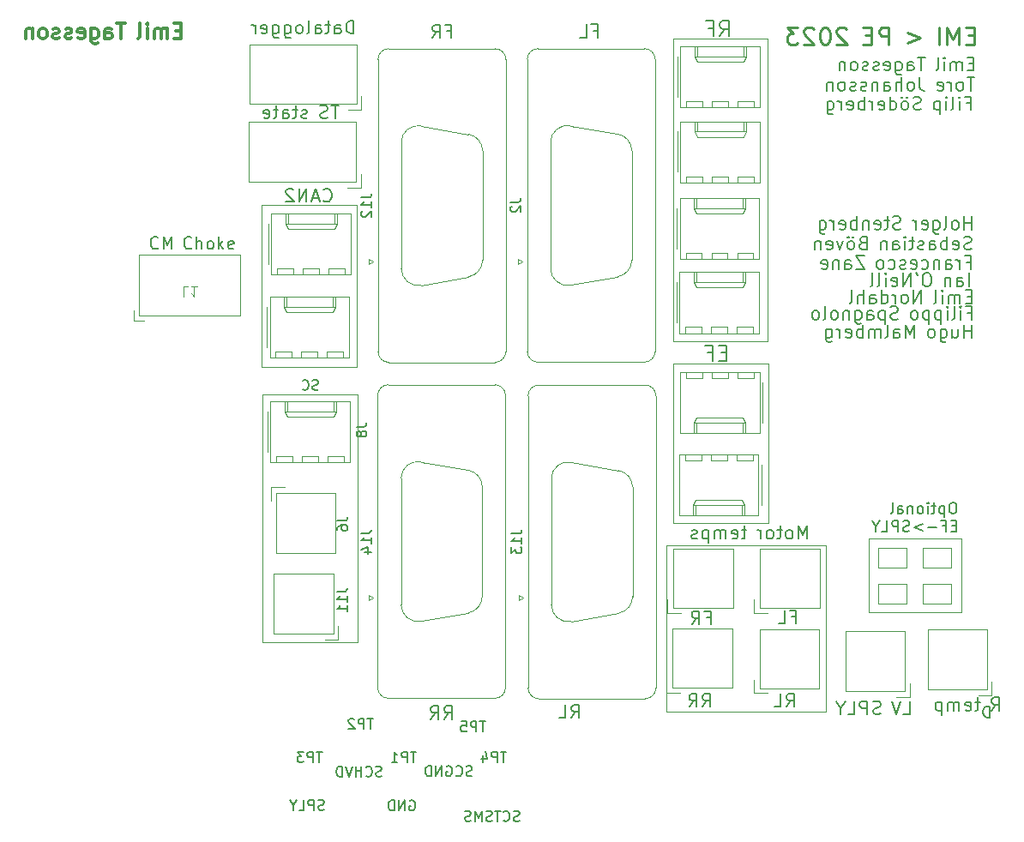
<source format=gbr>
G04 #@! TF.GenerationSoftware,KiCad,Pcbnew,(7.0.0)*
G04 #@! TF.CreationDate,2023-03-08T01:07:39+01:00*
G04 #@! TF.ProjectId,inverter_box_LV_distribution_board,696e7665-7274-4657-925f-626f785f4c56,rev?*
G04 #@! TF.SameCoordinates,Original*
G04 #@! TF.FileFunction,Legend,Bot*
G04 #@! TF.FilePolarity,Positive*
%FSLAX46Y46*%
G04 Gerber Fmt 4.6, Leading zero omitted, Abs format (unit mm)*
G04 Created by KiCad (PCBNEW (7.0.0)) date 2023-03-08 01:07:39*
%MOMM*%
%LPD*%
G01*
G04 APERTURE LIST*
%ADD10C,0.120000*%
%ADD11C,0.150000*%
%ADD12C,0.200000*%
%ADD13C,0.300000*%
%ADD14C,0.250000*%
%ADD15C,0.100000*%
G04 APERTURE END LIST*
D10*
X93000000Y-83700000D02*
X102400000Y-83700000D01*
X102400000Y-83700000D02*
X102400000Y-108200000D01*
X102400000Y-108200000D02*
X93000000Y-108200000D01*
X93000000Y-108200000D02*
X93000000Y-83700000D01*
X92900000Y-65000000D02*
X102300000Y-65000000D01*
X102300000Y-65000000D02*
X102300000Y-81000000D01*
X102300000Y-81000000D02*
X92900000Y-81000000D01*
X92900000Y-81000000D02*
X92900000Y-65000000D01*
X133500000Y-48600000D02*
X142800000Y-48600000D01*
X142800000Y-48600000D02*
X142800000Y-78500000D01*
X142800000Y-78500000D02*
X133500000Y-78500000D01*
X133500000Y-78500000D02*
X133500000Y-48600000D01*
X133500000Y-80700000D02*
X142900000Y-80700000D01*
X142900000Y-80700000D02*
X142900000Y-96400000D01*
X142900000Y-96400000D02*
X133500000Y-96400000D01*
X133500000Y-96400000D02*
X133500000Y-80700000D01*
X132800000Y-98600000D02*
X148600000Y-98600000D01*
X148600000Y-98600000D02*
X148600000Y-115000000D01*
X148600000Y-115000000D02*
X132800000Y-115000000D01*
X132800000Y-115000000D02*
X132800000Y-98600000D01*
D11*
X161228571Y-94378619D02*
X161019047Y-94378619D01*
X161019047Y-94378619D02*
X160914285Y-94431000D01*
X160914285Y-94431000D02*
X160809523Y-94535761D01*
X160809523Y-94535761D02*
X160757142Y-94745285D01*
X160757142Y-94745285D02*
X160757142Y-95111952D01*
X160757142Y-95111952D02*
X160809523Y-95321476D01*
X160809523Y-95321476D02*
X160914285Y-95426238D01*
X160914285Y-95426238D02*
X161019047Y-95478619D01*
X161019047Y-95478619D02*
X161228571Y-95478619D01*
X161228571Y-95478619D02*
X161333333Y-95426238D01*
X161333333Y-95426238D02*
X161438095Y-95321476D01*
X161438095Y-95321476D02*
X161490476Y-95111952D01*
X161490476Y-95111952D02*
X161490476Y-94745285D01*
X161490476Y-94745285D02*
X161438095Y-94535761D01*
X161438095Y-94535761D02*
X161333333Y-94431000D01*
X161333333Y-94431000D02*
X161228571Y-94378619D01*
X160285714Y-94745285D02*
X160285714Y-95845285D01*
X160285714Y-94797666D02*
X160180952Y-94745285D01*
X160180952Y-94745285D02*
X159971428Y-94745285D01*
X159971428Y-94745285D02*
X159866666Y-94797666D01*
X159866666Y-94797666D02*
X159814285Y-94850047D01*
X159814285Y-94850047D02*
X159761904Y-94954809D01*
X159761904Y-94954809D02*
X159761904Y-95269095D01*
X159761904Y-95269095D02*
X159814285Y-95373857D01*
X159814285Y-95373857D02*
X159866666Y-95426238D01*
X159866666Y-95426238D02*
X159971428Y-95478619D01*
X159971428Y-95478619D02*
X160180952Y-95478619D01*
X160180952Y-95478619D02*
X160285714Y-95426238D01*
X159447619Y-94745285D02*
X159028571Y-94745285D01*
X159290476Y-94378619D02*
X159290476Y-95321476D01*
X159290476Y-95321476D02*
X159238095Y-95426238D01*
X159238095Y-95426238D02*
X159133333Y-95478619D01*
X159133333Y-95478619D02*
X159028571Y-95478619D01*
X158661905Y-95478619D02*
X158661905Y-94745285D01*
X158661905Y-94378619D02*
X158714286Y-94431000D01*
X158714286Y-94431000D02*
X158661905Y-94483380D01*
X158661905Y-94483380D02*
X158609524Y-94431000D01*
X158609524Y-94431000D02*
X158661905Y-94378619D01*
X158661905Y-94378619D02*
X158661905Y-94483380D01*
X157980952Y-95478619D02*
X158085714Y-95426238D01*
X158085714Y-95426238D02*
X158138095Y-95373857D01*
X158138095Y-95373857D02*
X158190476Y-95269095D01*
X158190476Y-95269095D02*
X158190476Y-94954809D01*
X158190476Y-94954809D02*
X158138095Y-94850047D01*
X158138095Y-94850047D02*
X158085714Y-94797666D01*
X158085714Y-94797666D02*
X157980952Y-94745285D01*
X157980952Y-94745285D02*
X157823809Y-94745285D01*
X157823809Y-94745285D02*
X157719047Y-94797666D01*
X157719047Y-94797666D02*
X157666666Y-94850047D01*
X157666666Y-94850047D02*
X157614285Y-94954809D01*
X157614285Y-94954809D02*
X157614285Y-95269095D01*
X157614285Y-95269095D02*
X157666666Y-95373857D01*
X157666666Y-95373857D02*
X157719047Y-95426238D01*
X157719047Y-95426238D02*
X157823809Y-95478619D01*
X157823809Y-95478619D02*
X157980952Y-95478619D01*
X157142857Y-94745285D02*
X157142857Y-95478619D01*
X157142857Y-94850047D02*
X157090476Y-94797666D01*
X157090476Y-94797666D02*
X156985714Y-94745285D01*
X156985714Y-94745285D02*
X156828571Y-94745285D01*
X156828571Y-94745285D02*
X156723809Y-94797666D01*
X156723809Y-94797666D02*
X156671428Y-94902428D01*
X156671428Y-94902428D02*
X156671428Y-95478619D01*
X155676190Y-95478619D02*
X155676190Y-94902428D01*
X155676190Y-94902428D02*
X155728571Y-94797666D01*
X155728571Y-94797666D02*
X155833333Y-94745285D01*
X155833333Y-94745285D02*
X156042857Y-94745285D01*
X156042857Y-94745285D02*
X156147619Y-94797666D01*
X155676190Y-95426238D02*
X155780952Y-95478619D01*
X155780952Y-95478619D02*
X156042857Y-95478619D01*
X156042857Y-95478619D02*
X156147619Y-95426238D01*
X156147619Y-95426238D02*
X156200000Y-95321476D01*
X156200000Y-95321476D02*
X156200000Y-95216714D01*
X156200000Y-95216714D02*
X156147619Y-95111952D01*
X156147619Y-95111952D02*
X156042857Y-95059571D01*
X156042857Y-95059571D02*
X155780952Y-95059571D01*
X155780952Y-95059571D02*
X155676190Y-95007190D01*
X154995238Y-95478619D02*
X155100000Y-95426238D01*
X155100000Y-95426238D02*
X155152381Y-95321476D01*
X155152381Y-95321476D02*
X155152381Y-94378619D01*
X161438095Y-96684428D02*
X161071428Y-96684428D01*
X160914285Y-97260619D02*
X161438095Y-97260619D01*
X161438095Y-97260619D02*
X161438095Y-96160619D01*
X161438095Y-96160619D02*
X160914285Y-96160619D01*
X160076190Y-96684428D02*
X160442857Y-96684428D01*
X160442857Y-97260619D02*
X160442857Y-96160619D01*
X160442857Y-96160619D02*
X159919047Y-96160619D01*
X159500000Y-96841571D02*
X158661905Y-96841571D01*
X158138095Y-96527285D02*
X157300000Y-96841571D01*
X157300000Y-96841571D02*
X158138095Y-97155857D01*
X156828571Y-97208238D02*
X156671428Y-97260619D01*
X156671428Y-97260619D02*
X156409523Y-97260619D01*
X156409523Y-97260619D02*
X156304761Y-97208238D01*
X156304761Y-97208238D02*
X156252380Y-97155857D01*
X156252380Y-97155857D02*
X156199999Y-97051095D01*
X156199999Y-97051095D02*
X156199999Y-96946333D01*
X156199999Y-96946333D02*
X156252380Y-96841571D01*
X156252380Y-96841571D02*
X156304761Y-96789190D01*
X156304761Y-96789190D02*
X156409523Y-96736809D01*
X156409523Y-96736809D02*
X156619047Y-96684428D01*
X156619047Y-96684428D02*
X156723809Y-96632047D01*
X156723809Y-96632047D02*
X156776190Y-96579666D01*
X156776190Y-96579666D02*
X156828571Y-96474904D01*
X156828571Y-96474904D02*
X156828571Y-96370142D01*
X156828571Y-96370142D02*
X156776190Y-96265380D01*
X156776190Y-96265380D02*
X156723809Y-96213000D01*
X156723809Y-96213000D02*
X156619047Y-96160619D01*
X156619047Y-96160619D02*
X156357142Y-96160619D01*
X156357142Y-96160619D02*
X156199999Y-96213000D01*
X155728571Y-97260619D02*
X155728571Y-96160619D01*
X155728571Y-96160619D02*
X155309523Y-96160619D01*
X155309523Y-96160619D02*
X155204761Y-96213000D01*
X155204761Y-96213000D02*
X155152380Y-96265380D01*
X155152380Y-96265380D02*
X155099999Y-96370142D01*
X155099999Y-96370142D02*
X155099999Y-96527285D01*
X155099999Y-96527285D02*
X155152380Y-96632047D01*
X155152380Y-96632047D02*
X155204761Y-96684428D01*
X155204761Y-96684428D02*
X155309523Y-96736809D01*
X155309523Y-96736809D02*
X155728571Y-96736809D01*
X154104761Y-97260619D02*
X154628571Y-97260619D01*
X154628571Y-97260619D02*
X154628571Y-96160619D01*
X153528571Y-96736809D02*
X153528571Y-97260619D01*
X153895238Y-96160619D02*
X153528571Y-96736809D01*
X153528571Y-96736809D02*
X153161904Y-96160619D01*
D10*
X152800000Y-97900000D02*
X162000000Y-97900000D01*
X162000000Y-97900000D02*
X162000000Y-105200000D01*
X162000000Y-105200000D02*
X152800000Y-105200000D01*
X152800000Y-105200000D02*
X152800000Y-97900000D01*
D12*
X82671428Y-69224571D02*
X82614285Y-69281714D01*
X82614285Y-69281714D02*
X82442857Y-69338857D01*
X82442857Y-69338857D02*
X82328571Y-69338857D01*
X82328571Y-69338857D02*
X82157142Y-69281714D01*
X82157142Y-69281714D02*
X82042857Y-69167428D01*
X82042857Y-69167428D02*
X81985714Y-69053142D01*
X81985714Y-69053142D02*
X81928571Y-68824571D01*
X81928571Y-68824571D02*
X81928571Y-68653142D01*
X81928571Y-68653142D02*
X81985714Y-68424571D01*
X81985714Y-68424571D02*
X82042857Y-68310285D01*
X82042857Y-68310285D02*
X82157142Y-68196000D01*
X82157142Y-68196000D02*
X82328571Y-68138857D01*
X82328571Y-68138857D02*
X82442857Y-68138857D01*
X82442857Y-68138857D02*
X82614285Y-68196000D01*
X82614285Y-68196000D02*
X82671428Y-68253142D01*
X83185714Y-69338857D02*
X83185714Y-68138857D01*
X83185714Y-68138857D02*
X83585714Y-68996000D01*
X83585714Y-68996000D02*
X83985714Y-68138857D01*
X83985714Y-68138857D02*
X83985714Y-69338857D01*
X85962857Y-69224571D02*
X85905714Y-69281714D01*
X85905714Y-69281714D02*
X85734286Y-69338857D01*
X85734286Y-69338857D02*
X85620000Y-69338857D01*
X85620000Y-69338857D02*
X85448571Y-69281714D01*
X85448571Y-69281714D02*
X85334286Y-69167428D01*
X85334286Y-69167428D02*
X85277143Y-69053142D01*
X85277143Y-69053142D02*
X85220000Y-68824571D01*
X85220000Y-68824571D02*
X85220000Y-68653142D01*
X85220000Y-68653142D02*
X85277143Y-68424571D01*
X85277143Y-68424571D02*
X85334286Y-68310285D01*
X85334286Y-68310285D02*
X85448571Y-68196000D01*
X85448571Y-68196000D02*
X85620000Y-68138857D01*
X85620000Y-68138857D02*
X85734286Y-68138857D01*
X85734286Y-68138857D02*
X85905714Y-68196000D01*
X85905714Y-68196000D02*
X85962857Y-68253142D01*
X86477143Y-69338857D02*
X86477143Y-68138857D01*
X86991429Y-69338857D02*
X86991429Y-68710285D01*
X86991429Y-68710285D02*
X86934286Y-68596000D01*
X86934286Y-68596000D02*
X86820000Y-68538857D01*
X86820000Y-68538857D02*
X86648571Y-68538857D01*
X86648571Y-68538857D02*
X86534286Y-68596000D01*
X86534286Y-68596000D02*
X86477143Y-68653142D01*
X87734285Y-69338857D02*
X87620000Y-69281714D01*
X87620000Y-69281714D02*
X87562857Y-69224571D01*
X87562857Y-69224571D02*
X87505714Y-69110285D01*
X87505714Y-69110285D02*
X87505714Y-68767428D01*
X87505714Y-68767428D02*
X87562857Y-68653142D01*
X87562857Y-68653142D02*
X87620000Y-68596000D01*
X87620000Y-68596000D02*
X87734285Y-68538857D01*
X87734285Y-68538857D02*
X87905714Y-68538857D01*
X87905714Y-68538857D02*
X88020000Y-68596000D01*
X88020000Y-68596000D02*
X88077143Y-68653142D01*
X88077143Y-68653142D02*
X88134285Y-68767428D01*
X88134285Y-68767428D02*
X88134285Y-69110285D01*
X88134285Y-69110285D02*
X88077143Y-69224571D01*
X88077143Y-69224571D02*
X88020000Y-69281714D01*
X88020000Y-69281714D02*
X87905714Y-69338857D01*
X87905714Y-69338857D02*
X87734285Y-69338857D01*
X88648571Y-69338857D02*
X88648571Y-68138857D01*
X88762857Y-68881714D02*
X89105714Y-69338857D01*
X89105714Y-68538857D02*
X88648571Y-68996000D01*
X90077143Y-69281714D02*
X89962857Y-69338857D01*
X89962857Y-69338857D02*
X89734286Y-69338857D01*
X89734286Y-69338857D02*
X89620000Y-69281714D01*
X89620000Y-69281714D02*
X89562857Y-69167428D01*
X89562857Y-69167428D02*
X89562857Y-68710285D01*
X89562857Y-68710285D02*
X89620000Y-68596000D01*
X89620000Y-68596000D02*
X89734286Y-68538857D01*
X89734286Y-68538857D02*
X89962857Y-68538857D01*
X89962857Y-68538857D02*
X90077143Y-68596000D01*
X90077143Y-68596000D02*
X90134286Y-68710285D01*
X90134286Y-68710285D02*
X90134286Y-68824571D01*
X90134286Y-68824571D02*
X89562857Y-68938857D01*
D11*
X107491904Y-123835000D02*
X107587142Y-123787380D01*
X107587142Y-123787380D02*
X107729999Y-123787380D01*
X107729999Y-123787380D02*
X107872856Y-123835000D01*
X107872856Y-123835000D02*
X107968094Y-123930238D01*
X107968094Y-123930238D02*
X108015713Y-124025476D01*
X108015713Y-124025476D02*
X108063332Y-124215952D01*
X108063332Y-124215952D02*
X108063332Y-124358809D01*
X108063332Y-124358809D02*
X108015713Y-124549285D01*
X108015713Y-124549285D02*
X107968094Y-124644523D01*
X107968094Y-124644523D02*
X107872856Y-124739761D01*
X107872856Y-124739761D02*
X107729999Y-124787380D01*
X107729999Y-124787380D02*
X107634761Y-124787380D01*
X107634761Y-124787380D02*
X107491904Y-124739761D01*
X107491904Y-124739761D02*
X107444285Y-124692142D01*
X107444285Y-124692142D02*
X107444285Y-124358809D01*
X107444285Y-124358809D02*
X107634761Y-124358809D01*
X107015713Y-124787380D02*
X107015713Y-123787380D01*
X107015713Y-123787380D02*
X106444285Y-124787380D01*
X106444285Y-124787380D02*
X106444285Y-123787380D01*
X105968094Y-124787380D02*
X105968094Y-123787380D01*
X105968094Y-123787380D02*
X105729999Y-123787380D01*
X105729999Y-123787380D02*
X105587142Y-123835000D01*
X105587142Y-123835000D02*
X105491904Y-123930238D01*
X105491904Y-123930238D02*
X105444285Y-124025476D01*
X105444285Y-124025476D02*
X105396666Y-124215952D01*
X105396666Y-124215952D02*
X105396666Y-124358809D01*
X105396666Y-124358809D02*
X105444285Y-124549285D01*
X105444285Y-124549285D02*
X105491904Y-124644523D01*
X105491904Y-124644523D02*
X105587142Y-124739761D01*
X105587142Y-124739761D02*
X105729999Y-124787380D01*
X105729999Y-124787380D02*
X105968094Y-124787380D01*
X98485713Y-83219761D02*
X98342856Y-83267380D01*
X98342856Y-83267380D02*
X98104761Y-83267380D01*
X98104761Y-83267380D02*
X98009523Y-83219761D01*
X98009523Y-83219761D02*
X97961904Y-83172142D01*
X97961904Y-83172142D02*
X97914285Y-83076904D01*
X97914285Y-83076904D02*
X97914285Y-82981666D01*
X97914285Y-82981666D02*
X97961904Y-82886428D01*
X97961904Y-82886428D02*
X98009523Y-82838809D01*
X98009523Y-82838809D02*
X98104761Y-82791190D01*
X98104761Y-82791190D02*
X98295237Y-82743571D01*
X98295237Y-82743571D02*
X98390475Y-82695952D01*
X98390475Y-82695952D02*
X98438094Y-82648333D01*
X98438094Y-82648333D02*
X98485713Y-82553095D01*
X98485713Y-82553095D02*
X98485713Y-82457857D01*
X98485713Y-82457857D02*
X98438094Y-82362619D01*
X98438094Y-82362619D02*
X98390475Y-82315000D01*
X98390475Y-82315000D02*
X98295237Y-82267380D01*
X98295237Y-82267380D02*
X98057142Y-82267380D01*
X98057142Y-82267380D02*
X97914285Y-82315000D01*
X96914285Y-83172142D02*
X96961904Y-83219761D01*
X96961904Y-83219761D02*
X97104761Y-83267380D01*
X97104761Y-83267380D02*
X97199999Y-83267380D01*
X97199999Y-83267380D02*
X97342856Y-83219761D01*
X97342856Y-83219761D02*
X97438094Y-83124523D01*
X97438094Y-83124523D02*
X97485713Y-83029285D01*
X97485713Y-83029285D02*
X97533332Y-82838809D01*
X97533332Y-82838809D02*
X97533332Y-82695952D01*
X97533332Y-82695952D02*
X97485713Y-82505476D01*
X97485713Y-82505476D02*
X97438094Y-82410238D01*
X97438094Y-82410238D02*
X97342856Y-82315000D01*
X97342856Y-82315000D02*
X97199999Y-82267380D01*
X97199999Y-82267380D02*
X97104761Y-82267380D01*
X97104761Y-82267380D02*
X96961904Y-82315000D01*
X96961904Y-82315000D02*
X96914285Y-82362619D01*
X162457142Y-54936142D02*
X162890476Y-54936142D01*
X162890476Y-55617095D02*
X162890476Y-54317095D01*
X162890476Y-54317095D02*
X162271428Y-54317095D01*
X161776190Y-55617095D02*
X161776190Y-54750428D01*
X161776190Y-54317095D02*
X161838094Y-54379000D01*
X161838094Y-54379000D02*
X161776190Y-54440904D01*
X161776190Y-54440904D02*
X161714285Y-54379000D01*
X161714285Y-54379000D02*
X161776190Y-54317095D01*
X161776190Y-54317095D02*
X161776190Y-54440904D01*
X160971427Y-55617095D02*
X161095237Y-55555190D01*
X161095237Y-55555190D02*
X161157142Y-55431380D01*
X161157142Y-55431380D02*
X161157142Y-54317095D01*
X160476190Y-55617095D02*
X160476190Y-54750428D01*
X160476190Y-54317095D02*
X160538094Y-54379000D01*
X160538094Y-54379000D02*
X160476190Y-54440904D01*
X160476190Y-54440904D02*
X160414285Y-54379000D01*
X160414285Y-54379000D02*
X160476190Y-54317095D01*
X160476190Y-54317095D02*
X160476190Y-54440904D01*
X159857142Y-54750428D02*
X159857142Y-56050428D01*
X159857142Y-54812333D02*
X159733332Y-54750428D01*
X159733332Y-54750428D02*
X159485713Y-54750428D01*
X159485713Y-54750428D02*
X159361904Y-54812333D01*
X159361904Y-54812333D02*
X159299999Y-54874238D01*
X159299999Y-54874238D02*
X159238094Y-54998047D01*
X159238094Y-54998047D02*
X159238094Y-55369476D01*
X159238094Y-55369476D02*
X159299999Y-55493285D01*
X159299999Y-55493285D02*
X159361904Y-55555190D01*
X159361904Y-55555190D02*
X159485713Y-55617095D01*
X159485713Y-55617095D02*
X159733332Y-55617095D01*
X159733332Y-55617095D02*
X159857142Y-55555190D01*
X157962856Y-55555190D02*
X157777142Y-55617095D01*
X157777142Y-55617095D02*
X157467618Y-55617095D01*
X157467618Y-55617095D02*
X157343809Y-55555190D01*
X157343809Y-55555190D02*
X157281904Y-55493285D01*
X157281904Y-55493285D02*
X157219999Y-55369476D01*
X157219999Y-55369476D02*
X157219999Y-55245666D01*
X157219999Y-55245666D02*
X157281904Y-55121857D01*
X157281904Y-55121857D02*
X157343809Y-55059952D01*
X157343809Y-55059952D02*
X157467618Y-54998047D01*
X157467618Y-54998047D02*
X157715237Y-54936142D01*
X157715237Y-54936142D02*
X157839047Y-54874238D01*
X157839047Y-54874238D02*
X157900952Y-54812333D01*
X157900952Y-54812333D02*
X157962856Y-54688523D01*
X157962856Y-54688523D02*
X157962856Y-54564714D01*
X157962856Y-54564714D02*
X157900952Y-54440904D01*
X157900952Y-54440904D02*
X157839047Y-54379000D01*
X157839047Y-54379000D02*
X157715237Y-54317095D01*
X157715237Y-54317095D02*
X157405714Y-54317095D01*
X157405714Y-54317095D02*
X157219999Y-54379000D01*
X156477142Y-55617095D02*
X156600952Y-55555190D01*
X156600952Y-55555190D02*
X156662857Y-55493285D01*
X156662857Y-55493285D02*
X156724761Y-55369476D01*
X156724761Y-55369476D02*
X156724761Y-54998047D01*
X156724761Y-54998047D02*
X156662857Y-54874238D01*
X156662857Y-54874238D02*
X156600952Y-54812333D01*
X156600952Y-54812333D02*
X156477142Y-54750428D01*
X156477142Y-54750428D02*
X156291428Y-54750428D01*
X156291428Y-54750428D02*
X156167619Y-54812333D01*
X156167619Y-54812333D02*
X156105714Y-54874238D01*
X156105714Y-54874238D02*
X156043809Y-54998047D01*
X156043809Y-54998047D02*
X156043809Y-55369476D01*
X156043809Y-55369476D02*
X156105714Y-55493285D01*
X156105714Y-55493285D02*
X156167619Y-55555190D01*
X156167619Y-55555190D02*
X156291428Y-55617095D01*
X156291428Y-55617095D02*
X156477142Y-55617095D01*
X156600952Y-54317095D02*
X156539047Y-54379000D01*
X156539047Y-54379000D02*
X156600952Y-54440904D01*
X156600952Y-54440904D02*
X156662857Y-54379000D01*
X156662857Y-54379000D02*
X156600952Y-54317095D01*
X156600952Y-54317095D02*
X156600952Y-54440904D01*
X156105714Y-54317095D02*
X156043809Y-54379000D01*
X156043809Y-54379000D02*
X156105714Y-54440904D01*
X156105714Y-54440904D02*
X156167619Y-54379000D01*
X156167619Y-54379000D02*
X156105714Y-54317095D01*
X156105714Y-54317095D02*
X156105714Y-54440904D01*
X154929524Y-55617095D02*
X154929524Y-54317095D01*
X154929524Y-55555190D02*
X155053333Y-55617095D01*
X155053333Y-55617095D02*
X155300952Y-55617095D01*
X155300952Y-55617095D02*
X155424762Y-55555190D01*
X155424762Y-55555190D02*
X155486667Y-55493285D01*
X155486667Y-55493285D02*
X155548571Y-55369476D01*
X155548571Y-55369476D02*
X155548571Y-54998047D01*
X155548571Y-54998047D02*
X155486667Y-54874238D01*
X155486667Y-54874238D02*
X155424762Y-54812333D01*
X155424762Y-54812333D02*
X155300952Y-54750428D01*
X155300952Y-54750428D02*
X155053333Y-54750428D01*
X155053333Y-54750428D02*
X154929524Y-54812333D01*
X153815239Y-55555190D02*
X153939048Y-55617095D01*
X153939048Y-55617095D02*
X154186667Y-55617095D01*
X154186667Y-55617095D02*
X154310477Y-55555190D01*
X154310477Y-55555190D02*
X154372381Y-55431380D01*
X154372381Y-55431380D02*
X154372381Y-54936142D01*
X154372381Y-54936142D02*
X154310477Y-54812333D01*
X154310477Y-54812333D02*
X154186667Y-54750428D01*
X154186667Y-54750428D02*
X153939048Y-54750428D01*
X153939048Y-54750428D02*
X153815239Y-54812333D01*
X153815239Y-54812333D02*
X153753334Y-54936142D01*
X153753334Y-54936142D02*
X153753334Y-55059952D01*
X153753334Y-55059952D02*
X154372381Y-55183761D01*
X153196191Y-55617095D02*
X153196191Y-54750428D01*
X153196191Y-54998047D02*
X153134286Y-54874238D01*
X153134286Y-54874238D02*
X153072381Y-54812333D01*
X153072381Y-54812333D02*
X152948572Y-54750428D01*
X152948572Y-54750428D02*
X152824762Y-54750428D01*
X152391429Y-55617095D02*
X152391429Y-54317095D01*
X152391429Y-54812333D02*
X152267619Y-54750428D01*
X152267619Y-54750428D02*
X152020000Y-54750428D01*
X152020000Y-54750428D02*
X151896191Y-54812333D01*
X151896191Y-54812333D02*
X151834286Y-54874238D01*
X151834286Y-54874238D02*
X151772381Y-54998047D01*
X151772381Y-54998047D02*
X151772381Y-55369476D01*
X151772381Y-55369476D02*
X151834286Y-55493285D01*
X151834286Y-55493285D02*
X151896191Y-55555190D01*
X151896191Y-55555190D02*
X152020000Y-55617095D01*
X152020000Y-55617095D02*
X152267619Y-55617095D01*
X152267619Y-55617095D02*
X152391429Y-55555190D01*
X150720001Y-55555190D02*
X150843810Y-55617095D01*
X150843810Y-55617095D02*
X151091429Y-55617095D01*
X151091429Y-55617095D02*
X151215239Y-55555190D01*
X151215239Y-55555190D02*
X151277143Y-55431380D01*
X151277143Y-55431380D02*
X151277143Y-54936142D01*
X151277143Y-54936142D02*
X151215239Y-54812333D01*
X151215239Y-54812333D02*
X151091429Y-54750428D01*
X151091429Y-54750428D02*
X150843810Y-54750428D01*
X150843810Y-54750428D02*
X150720001Y-54812333D01*
X150720001Y-54812333D02*
X150658096Y-54936142D01*
X150658096Y-54936142D02*
X150658096Y-55059952D01*
X150658096Y-55059952D02*
X151277143Y-55183761D01*
X150100953Y-55617095D02*
X150100953Y-54750428D01*
X150100953Y-54998047D02*
X150039048Y-54874238D01*
X150039048Y-54874238D02*
X149977143Y-54812333D01*
X149977143Y-54812333D02*
X149853334Y-54750428D01*
X149853334Y-54750428D02*
X149729524Y-54750428D01*
X148739048Y-54750428D02*
X148739048Y-55802809D01*
X148739048Y-55802809D02*
X148800953Y-55926619D01*
X148800953Y-55926619D02*
X148862857Y-55988523D01*
X148862857Y-55988523D02*
X148986667Y-56050428D01*
X148986667Y-56050428D02*
X149172381Y-56050428D01*
X149172381Y-56050428D02*
X149296191Y-55988523D01*
X148739048Y-55555190D02*
X148862857Y-55617095D01*
X148862857Y-55617095D02*
X149110476Y-55617095D01*
X149110476Y-55617095D02*
X149234286Y-55555190D01*
X149234286Y-55555190D02*
X149296191Y-55493285D01*
X149296191Y-55493285D02*
X149358095Y-55369476D01*
X149358095Y-55369476D02*
X149358095Y-54998047D01*
X149358095Y-54998047D02*
X149296191Y-54874238D01*
X149296191Y-54874238D02*
X149234286Y-54812333D01*
X149234286Y-54812333D02*
X149110476Y-54750428D01*
X149110476Y-54750428D02*
X148862857Y-54750428D01*
X148862857Y-54750428D02*
X148739048Y-54812333D01*
X145210475Y-105666642D02*
X145643809Y-105666642D01*
X145643809Y-106347595D02*
X145643809Y-105047595D01*
X145643809Y-105047595D02*
X145024761Y-105047595D01*
X143910475Y-106347595D02*
X144529523Y-106347595D01*
X144529523Y-106347595D02*
X144529523Y-105047595D01*
X146734136Y-97952635D02*
X146734136Y-96652635D01*
X146734136Y-96652635D02*
X146300802Y-97581206D01*
X146300802Y-97581206D02*
X145867469Y-96652635D01*
X145867469Y-96652635D02*
X145867469Y-97952635D01*
X145062707Y-97952635D02*
X145186517Y-97890730D01*
X145186517Y-97890730D02*
X145248422Y-97828825D01*
X145248422Y-97828825D02*
X145310326Y-97705016D01*
X145310326Y-97705016D02*
X145310326Y-97333587D01*
X145310326Y-97333587D02*
X145248422Y-97209778D01*
X145248422Y-97209778D02*
X145186517Y-97147873D01*
X145186517Y-97147873D02*
X145062707Y-97085968D01*
X145062707Y-97085968D02*
X144876993Y-97085968D01*
X144876993Y-97085968D02*
X144753184Y-97147873D01*
X144753184Y-97147873D02*
X144691279Y-97209778D01*
X144691279Y-97209778D02*
X144629374Y-97333587D01*
X144629374Y-97333587D02*
X144629374Y-97705016D01*
X144629374Y-97705016D02*
X144691279Y-97828825D01*
X144691279Y-97828825D02*
X144753184Y-97890730D01*
X144753184Y-97890730D02*
X144876993Y-97952635D01*
X144876993Y-97952635D02*
X145062707Y-97952635D01*
X144257946Y-97085968D02*
X143762708Y-97085968D01*
X144072232Y-96652635D02*
X144072232Y-97766920D01*
X144072232Y-97766920D02*
X144010327Y-97890730D01*
X144010327Y-97890730D02*
X143886517Y-97952635D01*
X143886517Y-97952635D02*
X143762708Y-97952635D01*
X143143660Y-97952635D02*
X143267470Y-97890730D01*
X143267470Y-97890730D02*
X143329375Y-97828825D01*
X143329375Y-97828825D02*
X143391279Y-97705016D01*
X143391279Y-97705016D02*
X143391279Y-97333587D01*
X143391279Y-97333587D02*
X143329375Y-97209778D01*
X143329375Y-97209778D02*
X143267470Y-97147873D01*
X143267470Y-97147873D02*
X143143660Y-97085968D01*
X143143660Y-97085968D02*
X142957946Y-97085968D01*
X142957946Y-97085968D02*
X142834137Y-97147873D01*
X142834137Y-97147873D02*
X142772232Y-97209778D01*
X142772232Y-97209778D02*
X142710327Y-97333587D01*
X142710327Y-97333587D02*
X142710327Y-97705016D01*
X142710327Y-97705016D02*
X142772232Y-97828825D01*
X142772232Y-97828825D02*
X142834137Y-97890730D01*
X142834137Y-97890730D02*
X142957946Y-97952635D01*
X142957946Y-97952635D02*
X143143660Y-97952635D01*
X142153185Y-97952635D02*
X142153185Y-97085968D01*
X142153185Y-97333587D02*
X142091280Y-97209778D01*
X142091280Y-97209778D02*
X142029375Y-97147873D01*
X142029375Y-97147873D02*
X141905566Y-97085968D01*
X141905566Y-97085968D02*
X141781756Y-97085968D01*
X140754137Y-97085968D02*
X140258899Y-97085968D01*
X140568423Y-96652635D02*
X140568423Y-97766920D01*
X140568423Y-97766920D02*
X140506518Y-97890730D01*
X140506518Y-97890730D02*
X140382708Y-97952635D01*
X140382708Y-97952635D02*
X140258899Y-97952635D01*
X139330328Y-97890730D02*
X139454137Y-97952635D01*
X139454137Y-97952635D02*
X139701756Y-97952635D01*
X139701756Y-97952635D02*
X139825566Y-97890730D01*
X139825566Y-97890730D02*
X139887470Y-97766920D01*
X139887470Y-97766920D02*
X139887470Y-97271682D01*
X139887470Y-97271682D02*
X139825566Y-97147873D01*
X139825566Y-97147873D02*
X139701756Y-97085968D01*
X139701756Y-97085968D02*
X139454137Y-97085968D01*
X139454137Y-97085968D02*
X139330328Y-97147873D01*
X139330328Y-97147873D02*
X139268423Y-97271682D01*
X139268423Y-97271682D02*
X139268423Y-97395492D01*
X139268423Y-97395492D02*
X139887470Y-97519301D01*
X138711280Y-97952635D02*
X138711280Y-97085968D01*
X138711280Y-97209778D02*
X138649375Y-97147873D01*
X138649375Y-97147873D02*
X138525565Y-97085968D01*
X138525565Y-97085968D02*
X138339851Y-97085968D01*
X138339851Y-97085968D02*
X138216042Y-97147873D01*
X138216042Y-97147873D02*
X138154137Y-97271682D01*
X138154137Y-97271682D02*
X138154137Y-97952635D01*
X138154137Y-97271682D02*
X138092232Y-97147873D01*
X138092232Y-97147873D02*
X137968423Y-97085968D01*
X137968423Y-97085968D02*
X137782708Y-97085968D01*
X137782708Y-97085968D02*
X137658899Y-97147873D01*
X137658899Y-97147873D02*
X137596994Y-97271682D01*
X137596994Y-97271682D02*
X137596994Y-97952635D01*
X136977947Y-97085968D02*
X136977947Y-98385968D01*
X136977947Y-97147873D02*
X136854137Y-97085968D01*
X136854137Y-97085968D02*
X136606518Y-97085968D01*
X136606518Y-97085968D02*
X136482709Y-97147873D01*
X136482709Y-97147873D02*
X136420804Y-97209778D01*
X136420804Y-97209778D02*
X136358899Y-97333587D01*
X136358899Y-97333587D02*
X136358899Y-97705016D01*
X136358899Y-97705016D02*
X136420804Y-97828825D01*
X136420804Y-97828825D02*
X136482709Y-97890730D01*
X136482709Y-97890730D02*
X136606518Y-97952635D01*
X136606518Y-97952635D02*
X136854137Y-97952635D01*
X136854137Y-97952635D02*
X136977947Y-97890730D01*
X135863661Y-97890730D02*
X135739852Y-97952635D01*
X135739852Y-97952635D02*
X135492233Y-97952635D01*
X135492233Y-97952635D02*
X135368423Y-97890730D01*
X135368423Y-97890730D02*
X135306519Y-97766920D01*
X135306519Y-97766920D02*
X135306519Y-97705016D01*
X135306519Y-97705016D02*
X135368423Y-97581206D01*
X135368423Y-97581206D02*
X135492233Y-97519301D01*
X135492233Y-97519301D02*
X135677947Y-97519301D01*
X135677947Y-97519301D02*
X135801757Y-97457397D01*
X135801757Y-97457397D02*
X135863661Y-97333587D01*
X135863661Y-97333587D02*
X135863661Y-97271682D01*
X135863661Y-97271682D02*
X135801757Y-97147873D01*
X135801757Y-97147873D02*
X135677947Y-97085968D01*
X135677947Y-97085968D02*
X135492233Y-97085968D01*
X135492233Y-97085968D02*
X135368423Y-97147873D01*
X156236942Y-115295755D02*
X156855990Y-115295755D01*
X156855990Y-115295755D02*
X156855990Y-113995755D01*
X155989323Y-113995755D02*
X155555990Y-115295755D01*
X155555990Y-115295755D02*
X155122656Y-113995755D01*
X153971227Y-115233850D02*
X153785513Y-115295755D01*
X153785513Y-115295755D02*
X153475989Y-115295755D01*
X153475989Y-115295755D02*
X153352180Y-115233850D01*
X153352180Y-115233850D02*
X153290275Y-115171945D01*
X153290275Y-115171945D02*
X153228370Y-115048136D01*
X153228370Y-115048136D02*
X153228370Y-114924326D01*
X153228370Y-114924326D02*
X153290275Y-114800517D01*
X153290275Y-114800517D02*
X153352180Y-114738612D01*
X153352180Y-114738612D02*
X153475989Y-114676707D01*
X153475989Y-114676707D02*
X153723608Y-114614802D01*
X153723608Y-114614802D02*
X153847418Y-114552898D01*
X153847418Y-114552898D02*
X153909323Y-114490993D01*
X153909323Y-114490993D02*
X153971227Y-114367183D01*
X153971227Y-114367183D02*
X153971227Y-114243374D01*
X153971227Y-114243374D02*
X153909323Y-114119564D01*
X153909323Y-114119564D02*
X153847418Y-114057660D01*
X153847418Y-114057660D02*
X153723608Y-113995755D01*
X153723608Y-113995755D02*
X153414085Y-113995755D01*
X153414085Y-113995755D02*
X153228370Y-114057660D01*
X152671228Y-115295755D02*
X152671228Y-113995755D01*
X152671228Y-113995755D02*
X152175990Y-113995755D01*
X152175990Y-113995755D02*
X152052180Y-114057660D01*
X152052180Y-114057660D02*
X151990275Y-114119564D01*
X151990275Y-114119564D02*
X151928371Y-114243374D01*
X151928371Y-114243374D02*
X151928371Y-114429088D01*
X151928371Y-114429088D02*
X151990275Y-114552898D01*
X151990275Y-114552898D02*
X152052180Y-114614802D01*
X152052180Y-114614802D02*
X152175990Y-114676707D01*
X152175990Y-114676707D02*
X152671228Y-114676707D01*
X150752180Y-115295755D02*
X151371228Y-115295755D01*
X151371228Y-115295755D02*
X151371228Y-113995755D01*
X150071228Y-114676707D02*
X150071228Y-115295755D01*
X150504561Y-113995755D02*
X150071228Y-114676707D01*
X150071228Y-114676707D02*
X149637894Y-113995755D01*
X162990476Y-78117095D02*
X162990476Y-76817095D01*
X162990476Y-77436142D02*
X162247619Y-77436142D01*
X162247619Y-78117095D02*
X162247619Y-76817095D01*
X161071428Y-77250428D02*
X161071428Y-78117095D01*
X161628571Y-77250428D02*
X161628571Y-77931380D01*
X161628571Y-77931380D02*
X161566666Y-78055190D01*
X161566666Y-78055190D02*
X161442856Y-78117095D01*
X161442856Y-78117095D02*
X161257142Y-78117095D01*
X161257142Y-78117095D02*
X161133333Y-78055190D01*
X161133333Y-78055190D02*
X161071428Y-77993285D01*
X159895238Y-77250428D02*
X159895238Y-78302809D01*
X159895238Y-78302809D02*
X159957143Y-78426619D01*
X159957143Y-78426619D02*
X160019047Y-78488523D01*
X160019047Y-78488523D02*
X160142857Y-78550428D01*
X160142857Y-78550428D02*
X160328571Y-78550428D01*
X160328571Y-78550428D02*
X160452381Y-78488523D01*
X159895238Y-78055190D02*
X160019047Y-78117095D01*
X160019047Y-78117095D02*
X160266666Y-78117095D01*
X160266666Y-78117095D02*
X160390476Y-78055190D01*
X160390476Y-78055190D02*
X160452381Y-77993285D01*
X160452381Y-77993285D02*
X160514285Y-77869476D01*
X160514285Y-77869476D02*
X160514285Y-77498047D01*
X160514285Y-77498047D02*
X160452381Y-77374238D01*
X160452381Y-77374238D02*
X160390476Y-77312333D01*
X160390476Y-77312333D02*
X160266666Y-77250428D01*
X160266666Y-77250428D02*
X160019047Y-77250428D01*
X160019047Y-77250428D02*
X159895238Y-77312333D01*
X159090476Y-78117095D02*
X159214286Y-78055190D01*
X159214286Y-78055190D02*
X159276191Y-77993285D01*
X159276191Y-77993285D02*
X159338095Y-77869476D01*
X159338095Y-77869476D02*
X159338095Y-77498047D01*
X159338095Y-77498047D02*
X159276191Y-77374238D01*
X159276191Y-77374238D02*
X159214286Y-77312333D01*
X159214286Y-77312333D02*
X159090476Y-77250428D01*
X159090476Y-77250428D02*
X158904762Y-77250428D01*
X158904762Y-77250428D02*
X158780953Y-77312333D01*
X158780953Y-77312333D02*
X158719048Y-77374238D01*
X158719048Y-77374238D02*
X158657143Y-77498047D01*
X158657143Y-77498047D02*
X158657143Y-77869476D01*
X158657143Y-77869476D02*
X158719048Y-77993285D01*
X158719048Y-77993285D02*
X158780953Y-78055190D01*
X158780953Y-78055190D02*
X158904762Y-78117095D01*
X158904762Y-78117095D02*
X159090476Y-78117095D01*
X157320001Y-78117095D02*
X157320001Y-76817095D01*
X157320001Y-76817095D02*
X156886667Y-77745666D01*
X156886667Y-77745666D02*
X156453334Y-76817095D01*
X156453334Y-76817095D02*
X156453334Y-78117095D01*
X155277144Y-78117095D02*
X155277144Y-77436142D01*
X155277144Y-77436142D02*
X155339049Y-77312333D01*
X155339049Y-77312333D02*
X155462858Y-77250428D01*
X155462858Y-77250428D02*
X155710477Y-77250428D01*
X155710477Y-77250428D02*
X155834287Y-77312333D01*
X155277144Y-78055190D02*
X155400953Y-78117095D01*
X155400953Y-78117095D02*
X155710477Y-78117095D01*
X155710477Y-78117095D02*
X155834287Y-78055190D01*
X155834287Y-78055190D02*
X155896191Y-77931380D01*
X155896191Y-77931380D02*
X155896191Y-77807571D01*
X155896191Y-77807571D02*
X155834287Y-77683761D01*
X155834287Y-77683761D02*
X155710477Y-77621857D01*
X155710477Y-77621857D02*
X155400953Y-77621857D01*
X155400953Y-77621857D02*
X155277144Y-77559952D01*
X154472382Y-78117095D02*
X154596192Y-78055190D01*
X154596192Y-78055190D02*
X154658097Y-77931380D01*
X154658097Y-77931380D02*
X154658097Y-76817095D01*
X153977145Y-78117095D02*
X153977145Y-77250428D01*
X153977145Y-77374238D02*
X153915240Y-77312333D01*
X153915240Y-77312333D02*
X153791430Y-77250428D01*
X153791430Y-77250428D02*
X153605716Y-77250428D01*
X153605716Y-77250428D02*
X153481907Y-77312333D01*
X153481907Y-77312333D02*
X153420002Y-77436142D01*
X153420002Y-77436142D02*
X153420002Y-78117095D01*
X153420002Y-77436142D02*
X153358097Y-77312333D01*
X153358097Y-77312333D02*
X153234288Y-77250428D01*
X153234288Y-77250428D02*
X153048573Y-77250428D01*
X153048573Y-77250428D02*
X152924764Y-77312333D01*
X152924764Y-77312333D02*
X152862859Y-77436142D01*
X152862859Y-77436142D02*
X152862859Y-78117095D01*
X152243812Y-78117095D02*
X152243812Y-76817095D01*
X152243812Y-77312333D02*
X152120002Y-77250428D01*
X152120002Y-77250428D02*
X151872383Y-77250428D01*
X151872383Y-77250428D02*
X151748574Y-77312333D01*
X151748574Y-77312333D02*
X151686669Y-77374238D01*
X151686669Y-77374238D02*
X151624764Y-77498047D01*
X151624764Y-77498047D02*
X151624764Y-77869476D01*
X151624764Y-77869476D02*
X151686669Y-77993285D01*
X151686669Y-77993285D02*
X151748574Y-78055190D01*
X151748574Y-78055190D02*
X151872383Y-78117095D01*
X151872383Y-78117095D02*
X152120002Y-78117095D01*
X152120002Y-78117095D02*
X152243812Y-78055190D01*
X150572384Y-78055190D02*
X150696193Y-78117095D01*
X150696193Y-78117095D02*
X150943812Y-78117095D01*
X150943812Y-78117095D02*
X151067622Y-78055190D01*
X151067622Y-78055190D02*
X151129526Y-77931380D01*
X151129526Y-77931380D02*
X151129526Y-77436142D01*
X151129526Y-77436142D02*
X151067622Y-77312333D01*
X151067622Y-77312333D02*
X150943812Y-77250428D01*
X150943812Y-77250428D02*
X150696193Y-77250428D01*
X150696193Y-77250428D02*
X150572384Y-77312333D01*
X150572384Y-77312333D02*
X150510479Y-77436142D01*
X150510479Y-77436142D02*
X150510479Y-77559952D01*
X150510479Y-77559952D02*
X151129526Y-77683761D01*
X149953336Y-78117095D02*
X149953336Y-77250428D01*
X149953336Y-77498047D02*
X149891431Y-77374238D01*
X149891431Y-77374238D02*
X149829526Y-77312333D01*
X149829526Y-77312333D02*
X149705717Y-77250428D01*
X149705717Y-77250428D02*
X149581907Y-77250428D01*
X148591431Y-77250428D02*
X148591431Y-78302809D01*
X148591431Y-78302809D02*
X148653336Y-78426619D01*
X148653336Y-78426619D02*
X148715240Y-78488523D01*
X148715240Y-78488523D02*
X148839050Y-78550428D01*
X148839050Y-78550428D02*
X149024764Y-78550428D01*
X149024764Y-78550428D02*
X149148574Y-78488523D01*
X148591431Y-78055190D02*
X148715240Y-78117095D01*
X148715240Y-78117095D02*
X148962859Y-78117095D01*
X148962859Y-78117095D02*
X149086669Y-78055190D01*
X149086669Y-78055190D02*
X149148574Y-77993285D01*
X149148574Y-77993285D02*
X149210478Y-77869476D01*
X149210478Y-77869476D02*
X149210478Y-77498047D01*
X149210478Y-77498047D02*
X149148574Y-77374238D01*
X149148574Y-77374238D02*
X149086669Y-77312333D01*
X149086669Y-77312333D02*
X148962859Y-77250428D01*
X148962859Y-77250428D02*
X148715240Y-77250428D01*
X148715240Y-77250428D02*
X148591431Y-77312333D01*
X162557142Y-75636142D02*
X162990476Y-75636142D01*
X162990476Y-76317095D02*
X162990476Y-75017095D01*
X162990476Y-75017095D02*
X162371428Y-75017095D01*
X161876190Y-76317095D02*
X161876190Y-75450428D01*
X161876190Y-75017095D02*
X161938094Y-75079000D01*
X161938094Y-75079000D02*
X161876190Y-75140904D01*
X161876190Y-75140904D02*
X161814285Y-75079000D01*
X161814285Y-75079000D02*
X161876190Y-75017095D01*
X161876190Y-75017095D02*
X161876190Y-75140904D01*
X161071427Y-76317095D02*
X161195237Y-76255190D01*
X161195237Y-76255190D02*
X161257142Y-76131380D01*
X161257142Y-76131380D02*
X161257142Y-75017095D01*
X160576190Y-76317095D02*
X160576190Y-75450428D01*
X160576190Y-75017095D02*
X160638094Y-75079000D01*
X160638094Y-75079000D02*
X160576190Y-75140904D01*
X160576190Y-75140904D02*
X160514285Y-75079000D01*
X160514285Y-75079000D02*
X160576190Y-75017095D01*
X160576190Y-75017095D02*
X160576190Y-75140904D01*
X159957142Y-75450428D02*
X159957142Y-76750428D01*
X159957142Y-75512333D02*
X159833332Y-75450428D01*
X159833332Y-75450428D02*
X159585713Y-75450428D01*
X159585713Y-75450428D02*
X159461904Y-75512333D01*
X159461904Y-75512333D02*
X159399999Y-75574238D01*
X159399999Y-75574238D02*
X159338094Y-75698047D01*
X159338094Y-75698047D02*
X159338094Y-76069476D01*
X159338094Y-76069476D02*
X159399999Y-76193285D01*
X159399999Y-76193285D02*
X159461904Y-76255190D01*
X159461904Y-76255190D02*
X159585713Y-76317095D01*
X159585713Y-76317095D02*
X159833332Y-76317095D01*
X159833332Y-76317095D02*
X159957142Y-76255190D01*
X158780952Y-75450428D02*
X158780952Y-76750428D01*
X158780952Y-75512333D02*
X158657142Y-75450428D01*
X158657142Y-75450428D02*
X158409523Y-75450428D01*
X158409523Y-75450428D02*
X158285714Y-75512333D01*
X158285714Y-75512333D02*
X158223809Y-75574238D01*
X158223809Y-75574238D02*
X158161904Y-75698047D01*
X158161904Y-75698047D02*
X158161904Y-76069476D01*
X158161904Y-76069476D02*
X158223809Y-76193285D01*
X158223809Y-76193285D02*
X158285714Y-76255190D01*
X158285714Y-76255190D02*
X158409523Y-76317095D01*
X158409523Y-76317095D02*
X158657142Y-76317095D01*
X158657142Y-76317095D02*
X158780952Y-76255190D01*
X157419047Y-76317095D02*
X157542857Y-76255190D01*
X157542857Y-76255190D02*
X157604762Y-76193285D01*
X157604762Y-76193285D02*
X157666666Y-76069476D01*
X157666666Y-76069476D02*
X157666666Y-75698047D01*
X157666666Y-75698047D02*
X157604762Y-75574238D01*
X157604762Y-75574238D02*
X157542857Y-75512333D01*
X157542857Y-75512333D02*
X157419047Y-75450428D01*
X157419047Y-75450428D02*
X157233333Y-75450428D01*
X157233333Y-75450428D02*
X157109524Y-75512333D01*
X157109524Y-75512333D02*
X157047619Y-75574238D01*
X157047619Y-75574238D02*
X156985714Y-75698047D01*
X156985714Y-75698047D02*
X156985714Y-76069476D01*
X156985714Y-76069476D02*
X157047619Y-76193285D01*
X157047619Y-76193285D02*
X157109524Y-76255190D01*
X157109524Y-76255190D02*
X157233333Y-76317095D01*
X157233333Y-76317095D02*
X157419047Y-76317095D01*
X155710476Y-76255190D02*
X155524762Y-76317095D01*
X155524762Y-76317095D02*
X155215238Y-76317095D01*
X155215238Y-76317095D02*
X155091429Y-76255190D01*
X155091429Y-76255190D02*
X155029524Y-76193285D01*
X155029524Y-76193285D02*
X154967619Y-76069476D01*
X154967619Y-76069476D02*
X154967619Y-75945666D01*
X154967619Y-75945666D02*
X155029524Y-75821857D01*
X155029524Y-75821857D02*
X155091429Y-75759952D01*
X155091429Y-75759952D02*
X155215238Y-75698047D01*
X155215238Y-75698047D02*
X155462857Y-75636142D01*
X155462857Y-75636142D02*
X155586667Y-75574238D01*
X155586667Y-75574238D02*
X155648572Y-75512333D01*
X155648572Y-75512333D02*
X155710476Y-75388523D01*
X155710476Y-75388523D02*
X155710476Y-75264714D01*
X155710476Y-75264714D02*
X155648572Y-75140904D01*
X155648572Y-75140904D02*
X155586667Y-75079000D01*
X155586667Y-75079000D02*
X155462857Y-75017095D01*
X155462857Y-75017095D02*
X155153334Y-75017095D01*
X155153334Y-75017095D02*
X154967619Y-75079000D01*
X154410477Y-75450428D02*
X154410477Y-76750428D01*
X154410477Y-75512333D02*
X154286667Y-75450428D01*
X154286667Y-75450428D02*
X154039048Y-75450428D01*
X154039048Y-75450428D02*
X153915239Y-75512333D01*
X153915239Y-75512333D02*
X153853334Y-75574238D01*
X153853334Y-75574238D02*
X153791429Y-75698047D01*
X153791429Y-75698047D02*
X153791429Y-76069476D01*
X153791429Y-76069476D02*
X153853334Y-76193285D01*
X153853334Y-76193285D02*
X153915239Y-76255190D01*
X153915239Y-76255190D02*
X154039048Y-76317095D01*
X154039048Y-76317095D02*
X154286667Y-76317095D01*
X154286667Y-76317095D02*
X154410477Y-76255190D01*
X152677144Y-76317095D02*
X152677144Y-75636142D01*
X152677144Y-75636142D02*
X152739049Y-75512333D01*
X152739049Y-75512333D02*
X152862858Y-75450428D01*
X152862858Y-75450428D02*
X153110477Y-75450428D01*
X153110477Y-75450428D02*
X153234287Y-75512333D01*
X152677144Y-76255190D02*
X152800953Y-76317095D01*
X152800953Y-76317095D02*
X153110477Y-76317095D01*
X153110477Y-76317095D02*
X153234287Y-76255190D01*
X153234287Y-76255190D02*
X153296191Y-76131380D01*
X153296191Y-76131380D02*
X153296191Y-76007571D01*
X153296191Y-76007571D02*
X153234287Y-75883761D01*
X153234287Y-75883761D02*
X153110477Y-75821857D01*
X153110477Y-75821857D02*
X152800953Y-75821857D01*
X152800953Y-75821857D02*
X152677144Y-75759952D01*
X151500954Y-75450428D02*
X151500954Y-76502809D01*
X151500954Y-76502809D02*
X151562859Y-76626619D01*
X151562859Y-76626619D02*
X151624763Y-76688523D01*
X151624763Y-76688523D02*
X151748573Y-76750428D01*
X151748573Y-76750428D02*
X151934287Y-76750428D01*
X151934287Y-76750428D02*
X152058097Y-76688523D01*
X151500954Y-76255190D02*
X151624763Y-76317095D01*
X151624763Y-76317095D02*
X151872382Y-76317095D01*
X151872382Y-76317095D02*
X151996192Y-76255190D01*
X151996192Y-76255190D02*
X152058097Y-76193285D01*
X152058097Y-76193285D02*
X152120001Y-76069476D01*
X152120001Y-76069476D02*
X152120001Y-75698047D01*
X152120001Y-75698047D02*
X152058097Y-75574238D01*
X152058097Y-75574238D02*
X151996192Y-75512333D01*
X151996192Y-75512333D02*
X151872382Y-75450428D01*
X151872382Y-75450428D02*
X151624763Y-75450428D01*
X151624763Y-75450428D02*
X151500954Y-75512333D01*
X150881907Y-75450428D02*
X150881907Y-76317095D01*
X150881907Y-75574238D02*
X150820002Y-75512333D01*
X150820002Y-75512333D02*
X150696192Y-75450428D01*
X150696192Y-75450428D02*
X150510478Y-75450428D01*
X150510478Y-75450428D02*
X150386669Y-75512333D01*
X150386669Y-75512333D02*
X150324764Y-75636142D01*
X150324764Y-75636142D02*
X150324764Y-76317095D01*
X149520002Y-76317095D02*
X149643812Y-76255190D01*
X149643812Y-76255190D02*
X149705717Y-76193285D01*
X149705717Y-76193285D02*
X149767621Y-76069476D01*
X149767621Y-76069476D02*
X149767621Y-75698047D01*
X149767621Y-75698047D02*
X149705717Y-75574238D01*
X149705717Y-75574238D02*
X149643812Y-75512333D01*
X149643812Y-75512333D02*
X149520002Y-75450428D01*
X149520002Y-75450428D02*
X149334288Y-75450428D01*
X149334288Y-75450428D02*
X149210479Y-75512333D01*
X149210479Y-75512333D02*
X149148574Y-75574238D01*
X149148574Y-75574238D02*
X149086669Y-75698047D01*
X149086669Y-75698047D02*
X149086669Y-76069476D01*
X149086669Y-76069476D02*
X149148574Y-76193285D01*
X149148574Y-76193285D02*
X149210479Y-76255190D01*
X149210479Y-76255190D02*
X149334288Y-76317095D01*
X149334288Y-76317095D02*
X149520002Y-76317095D01*
X148343812Y-76317095D02*
X148467622Y-76255190D01*
X148467622Y-76255190D02*
X148529527Y-76131380D01*
X148529527Y-76131380D02*
X148529527Y-75017095D01*
X147662860Y-76317095D02*
X147786670Y-76255190D01*
X147786670Y-76255190D02*
X147848575Y-76193285D01*
X147848575Y-76193285D02*
X147910479Y-76069476D01*
X147910479Y-76069476D02*
X147910479Y-75698047D01*
X147910479Y-75698047D02*
X147848575Y-75574238D01*
X147848575Y-75574238D02*
X147786670Y-75512333D01*
X147786670Y-75512333D02*
X147662860Y-75450428D01*
X147662860Y-75450428D02*
X147477146Y-75450428D01*
X147477146Y-75450428D02*
X147353337Y-75512333D01*
X147353337Y-75512333D02*
X147291432Y-75574238D01*
X147291432Y-75574238D02*
X147229527Y-75698047D01*
X147229527Y-75698047D02*
X147229527Y-76069476D01*
X147229527Y-76069476D02*
X147291432Y-76193285D01*
X147291432Y-76193285D02*
X147353337Y-76255190D01*
X147353337Y-76255190D02*
X147477146Y-76317095D01*
X147477146Y-76317095D02*
X147662860Y-76317095D01*
X163190476Y-51036142D02*
X162757142Y-51036142D01*
X162571428Y-51717095D02*
X163190476Y-51717095D01*
X163190476Y-51717095D02*
X163190476Y-50417095D01*
X163190476Y-50417095D02*
X162571428Y-50417095D01*
X162014286Y-51717095D02*
X162014286Y-50850428D01*
X162014286Y-50974238D02*
X161952381Y-50912333D01*
X161952381Y-50912333D02*
X161828571Y-50850428D01*
X161828571Y-50850428D02*
X161642857Y-50850428D01*
X161642857Y-50850428D02*
X161519048Y-50912333D01*
X161519048Y-50912333D02*
X161457143Y-51036142D01*
X161457143Y-51036142D02*
X161457143Y-51717095D01*
X161457143Y-51036142D02*
X161395238Y-50912333D01*
X161395238Y-50912333D02*
X161271429Y-50850428D01*
X161271429Y-50850428D02*
X161085714Y-50850428D01*
X161085714Y-50850428D02*
X160961905Y-50912333D01*
X160961905Y-50912333D02*
X160900000Y-51036142D01*
X160900000Y-51036142D02*
X160900000Y-51717095D01*
X160280953Y-51717095D02*
X160280953Y-50850428D01*
X160280953Y-50417095D02*
X160342857Y-50479000D01*
X160342857Y-50479000D02*
X160280953Y-50540904D01*
X160280953Y-50540904D02*
X160219048Y-50479000D01*
X160219048Y-50479000D02*
X160280953Y-50417095D01*
X160280953Y-50417095D02*
X160280953Y-50540904D01*
X159476190Y-51717095D02*
X159600000Y-51655190D01*
X159600000Y-51655190D02*
X159661905Y-51531380D01*
X159661905Y-51531380D02*
X159661905Y-50417095D01*
X158386667Y-50417095D02*
X157643810Y-50417095D01*
X158015238Y-51717095D02*
X158015238Y-50417095D01*
X156653334Y-51717095D02*
X156653334Y-51036142D01*
X156653334Y-51036142D02*
X156715239Y-50912333D01*
X156715239Y-50912333D02*
X156839048Y-50850428D01*
X156839048Y-50850428D02*
X157086667Y-50850428D01*
X157086667Y-50850428D02*
X157210477Y-50912333D01*
X156653334Y-51655190D02*
X156777143Y-51717095D01*
X156777143Y-51717095D02*
X157086667Y-51717095D01*
X157086667Y-51717095D02*
X157210477Y-51655190D01*
X157210477Y-51655190D02*
X157272381Y-51531380D01*
X157272381Y-51531380D02*
X157272381Y-51407571D01*
X157272381Y-51407571D02*
X157210477Y-51283761D01*
X157210477Y-51283761D02*
X157086667Y-51221857D01*
X157086667Y-51221857D02*
X156777143Y-51221857D01*
X156777143Y-51221857D02*
X156653334Y-51159952D01*
X155477144Y-50850428D02*
X155477144Y-51902809D01*
X155477144Y-51902809D02*
X155539049Y-52026619D01*
X155539049Y-52026619D02*
X155600953Y-52088523D01*
X155600953Y-52088523D02*
X155724763Y-52150428D01*
X155724763Y-52150428D02*
X155910477Y-52150428D01*
X155910477Y-52150428D02*
X156034287Y-52088523D01*
X155477144Y-51655190D02*
X155600953Y-51717095D01*
X155600953Y-51717095D02*
X155848572Y-51717095D01*
X155848572Y-51717095D02*
X155972382Y-51655190D01*
X155972382Y-51655190D02*
X156034287Y-51593285D01*
X156034287Y-51593285D02*
X156096191Y-51469476D01*
X156096191Y-51469476D02*
X156096191Y-51098047D01*
X156096191Y-51098047D02*
X156034287Y-50974238D01*
X156034287Y-50974238D02*
X155972382Y-50912333D01*
X155972382Y-50912333D02*
X155848572Y-50850428D01*
X155848572Y-50850428D02*
X155600953Y-50850428D01*
X155600953Y-50850428D02*
X155477144Y-50912333D01*
X154362859Y-51655190D02*
X154486668Y-51717095D01*
X154486668Y-51717095D02*
X154734287Y-51717095D01*
X154734287Y-51717095D02*
X154858097Y-51655190D01*
X154858097Y-51655190D02*
X154920001Y-51531380D01*
X154920001Y-51531380D02*
X154920001Y-51036142D01*
X154920001Y-51036142D02*
X154858097Y-50912333D01*
X154858097Y-50912333D02*
X154734287Y-50850428D01*
X154734287Y-50850428D02*
X154486668Y-50850428D01*
X154486668Y-50850428D02*
X154362859Y-50912333D01*
X154362859Y-50912333D02*
X154300954Y-51036142D01*
X154300954Y-51036142D02*
X154300954Y-51159952D01*
X154300954Y-51159952D02*
X154920001Y-51283761D01*
X153805715Y-51655190D02*
X153681906Y-51717095D01*
X153681906Y-51717095D02*
X153434287Y-51717095D01*
X153434287Y-51717095D02*
X153310477Y-51655190D01*
X153310477Y-51655190D02*
X153248573Y-51531380D01*
X153248573Y-51531380D02*
X153248573Y-51469476D01*
X153248573Y-51469476D02*
X153310477Y-51345666D01*
X153310477Y-51345666D02*
X153434287Y-51283761D01*
X153434287Y-51283761D02*
X153620001Y-51283761D01*
X153620001Y-51283761D02*
X153743811Y-51221857D01*
X153743811Y-51221857D02*
X153805715Y-51098047D01*
X153805715Y-51098047D02*
X153805715Y-51036142D01*
X153805715Y-51036142D02*
X153743811Y-50912333D01*
X153743811Y-50912333D02*
X153620001Y-50850428D01*
X153620001Y-50850428D02*
X153434287Y-50850428D01*
X153434287Y-50850428D02*
X153310477Y-50912333D01*
X152753334Y-51655190D02*
X152629525Y-51717095D01*
X152629525Y-51717095D02*
X152381906Y-51717095D01*
X152381906Y-51717095D02*
X152258096Y-51655190D01*
X152258096Y-51655190D02*
X152196192Y-51531380D01*
X152196192Y-51531380D02*
X152196192Y-51469476D01*
X152196192Y-51469476D02*
X152258096Y-51345666D01*
X152258096Y-51345666D02*
X152381906Y-51283761D01*
X152381906Y-51283761D02*
X152567620Y-51283761D01*
X152567620Y-51283761D02*
X152691430Y-51221857D01*
X152691430Y-51221857D02*
X152753334Y-51098047D01*
X152753334Y-51098047D02*
X152753334Y-51036142D01*
X152753334Y-51036142D02*
X152691430Y-50912333D01*
X152691430Y-50912333D02*
X152567620Y-50850428D01*
X152567620Y-50850428D02*
X152381906Y-50850428D01*
X152381906Y-50850428D02*
X152258096Y-50912333D01*
X151453334Y-51717095D02*
X151577144Y-51655190D01*
X151577144Y-51655190D02*
X151639049Y-51593285D01*
X151639049Y-51593285D02*
X151700953Y-51469476D01*
X151700953Y-51469476D02*
X151700953Y-51098047D01*
X151700953Y-51098047D02*
X151639049Y-50974238D01*
X151639049Y-50974238D02*
X151577144Y-50912333D01*
X151577144Y-50912333D02*
X151453334Y-50850428D01*
X151453334Y-50850428D02*
X151267620Y-50850428D01*
X151267620Y-50850428D02*
X151143811Y-50912333D01*
X151143811Y-50912333D02*
X151081906Y-50974238D01*
X151081906Y-50974238D02*
X151020001Y-51098047D01*
X151020001Y-51098047D02*
X151020001Y-51469476D01*
X151020001Y-51469476D02*
X151081906Y-51593285D01*
X151081906Y-51593285D02*
X151143811Y-51655190D01*
X151143811Y-51655190D02*
X151267620Y-51717095D01*
X151267620Y-51717095D02*
X151453334Y-51717095D01*
X150462859Y-50850428D02*
X150462859Y-51717095D01*
X150462859Y-50974238D02*
X150400954Y-50912333D01*
X150400954Y-50912333D02*
X150277144Y-50850428D01*
X150277144Y-50850428D02*
X150091430Y-50850428D01*
X150091430Y-50850428D02*
X149967621Y-50912333D01*
X149967621Y-50912333D02*
X149905716Y-51036142D01*
X149905716Y-51036142D02*
X149905716Y-51717095D01*
X123450969Y-115666595D02*
X123884302Y-115047547D01*
X124193826Y-115666595D02*
X124193826Y-114366595D01*
X124193826Y-114366595D02*
X123698588Y-114366595D01*
X123698588Y-114366595D02*
X123574778Y-114428500D01*
X123574778Y-114428500D02*
X123512873Y-114490404D01*
X123512873Y-114490404D02*
X123450969Y-114614214D01*
X123450969Y-114614214D02*
X123450969Y-114799928D01*
X123450969Y-114799928D02*
X123512873Y-114923738D01*
X123512873Y-114923738D02*
X123574778Y-114985642D01*
X123574778Y-114985642D02*
X123698588Y-115047547D01*
X123698588Y-115047547D02*
X124193826Y-115047547D01*
X122274778Y-115666595D02*
X122893826Y-115666595D01*
X122893826Y-115666595D02*
X122893826Y-114366595D01*
D12*
X138125971Y-48323391D02*
X138625971Y-47609105D01*
X138983114Y-48323391D02*
X138983114Y-46823391D01*
X138983114Y-46823391D02*
X138411685Y-46823391D01*
X138411685Y-46823391D02*
X138268828Y-46894820D01*
X138268828Y-46894820D02*
X138197399Y-46966248D01*
X138197399Y-46966248D02*
X138125971Y-47109105D01*
X138125971Y-47109105D02*
X138125971Y-47323391D01*
X138125971Y-47323391D02*
X138197399Y-47466248D01*
X138197399Y-47466248D02*
X138268828Y-47537677D01*
X138268828Y-47537677D02*
X138411685Y-47609105D01*
X138411685Y-47609105D02*
X138983114Y-47609105D01*
X136983114Y-47537677D02*
X137483114Y-47537677D01*
X137483114Y-48323391D02*
X137483114Y-46823391D01*
X137483114Y-46823391D02*
X136768828Y-46823391D01*
D11*
X104738094Y-121389761D02*
X104595237Y-121437380D01*
X104595237Y-121437380D02*
X104357142Y-121437380D01*
X104357142Y-121437380D02*
X104261904Y-121389761D01*
X104261904Y-121389761D02*
X104214285Y-121342142D01*
X104214285Y-121342142D02*
X104166666Y-121246904D01*
X104166666Y-121246904D02*
X104166666Y-121151666D01*
X104166666Y-121151666D02*
X104214285Y-121056428D01*
X104214285Y-121056428D02*
X104261904Y-121008809D01*
X104261904Y-121008809D02*
X104357142Y-120961190D01*
X104357142Y-120961190D02*
X104547618Y-120913571D01*
X104547618Y-120913571D02*
X104642856Y-120865952D01*
X104642856Y-120865952D02*
X104690475Y-120818333D01*
X104690475Y-120818333D02*
X104738094Y-120723095D01*
X104738094Y-120723095D02*
X104738094Y-120627857D01*
X104738094Y-120627857D02*
X104690475Y-120532619D01*
X104690475Y-120532619D02*
X104642856Y-120485000D01*
X104642856Y-120485000D02*
X104547618Y-120437380D01*
X104547618Y-120437380D02*
X104309523Y-120437380D01*
X104309523Y-120437380D02*
X104166666Y-120485000D01*
X103166666Y-121342142D02*
X103214285Y-121389761D01*
X103214285Y-121389761D02*
X103357142Y-121437380D01*
X103357142Y-121437380D02*
X103452380Y-121437380D01*
X103452380Y-121437380D02*
X103595237Y-121389761D01*
X103595237Y-121389761D02*
X103690475Y-121294523D01*
X103690475Y-121294523D02*
X103738094Y-121199285D01*
X103738094Y-121199285D02*
X103785713Y-121008809D01*
X103785713Y-121008809D02*
X103785713Y-120865952D01*
X103785713Y-120865952D02*
X103738094Y-120675476D01*
X103738094Y-120675476D02*
X103690475Y-120580238D01*
X103690475Y-120580238D02*
X103595237Y-120485000D01*
X103595237Y-120485000D02*
X103452380Y-120437380D01*
X103452380Y-120437380D02*
X103357142Y-120437380D01*
X103357142Y-120437380D02*
X103214285Y-120485000D01*
X103214285Y-120485000D02*
X103166666Y-120532619D01*
X102738094Y-121437380D02*
X102738094Y-120437380D01*
X102738094Y-120913571D02*
X102166666Y-120913571D01*
X102166666Y-121437380D02*
X102166666Y-120437380D01*
X101833332Y-120437380D02*
X101499999Y-121437380D01*
X101499999Y-121437380D02*
X101166666Y-120437380D01*
X100833332Y-121437380D02*
X100833332Y-120437380D01*
X100833332Y-120437380D02*
X100595237Y-120437380D01*
X100595237Y-120437380D02*
X100452380Y-120485000D01*
X100452380Y-120485000D02*
X100357142Y-120580238D01*
X100357142Y-120580238D02*
X100309523Y-120675476D01*
X100309523Y-120675476D02*
X100261904Y-120865952D01*
X100261904Y-120865952D02*
X100261904Y-121008809D01*
X100261904Y-121008809D02*
X100309523Y-121199285D01*
X100309523Y-121199285D02*
X100357142Y-121294523D01*
X100357142Y-121294523D02*
X100452380Y-121389761D01*
X100452380Y-121389761D02*
X100595237Y-121437380D01*
X100595237Y-121437380D02*
X100833332Y-121437380D01*
X162690476Y-73017095D02*
X162690476Y-71717095D01*
X161514285Y-73017095D02*
X161514285Y-72336142D01*
X161514285Y-72336142D02*
X161576190Y-72212333D01*
X161576190Y-72212333D02*
X161699999Y-72150428D01*
X161699999Y-72150428D02*
X161947618Y-72150428D01*
X161947618Y-72150428D02*
X162071428Y-72212333D01*
X161514285Y-72955190D02*
X161638094Y-73017095D01*
X161638094Y-73017095D02*
X161947618Y-73017095D01*
X161947618Y-73017095D02*
X162071428Y-72955190D01*
X162071428Y-72955190D02*
X162133332Y-72831380D01*
X162133332Y-72831380D02*
X162133332Y-72707571D01*
X162133332Y-72707571D02*
X162071428Y-72583761D01*
X162071428Y-72583761D02*
X161947618Y-72521857D01*
X161947618Y-72521857D02*
X161638094Y-72521857D01*
X161638094Y-72521857D02*
X161514285Y-72459952D01*
X160895238Y-72150428D02*
X160895238Y-73017095D01*
X160895238Y-72274238D02*
X160833333Y-72212333D01*
X160833333Y-72212333D02*
X160709523Y-72150428D01*
X160709523Y-72150428D02*
X160523809Y-72150428D01*
X160523809Y-72150428D02*
X160400000Y-72212333D01*
X160400000Y-72212333D02*
X160338095Y-72336142D01*
X160338095Y-72336142D02*
X160338095Y-73017095D01*
X158691429Y-71717095D02*
X158443810Y-71717095D01*
X158443810Y-71717095D02*
X158320000Y-71779000D01*
X158320000Y-71779000D02*
X158196191Y-71902809D01*
X158196191Y-71902809D02*
X158134286Y-72150428D01*
X158134286Y-72150428D02*
X158134286Y-72583761D01*
X158134286Y-72583761D02*
X158196191Y-72831380D01*
X158196191Y-72831380D02*
X158320000Y-72955190D01*
X158320000Y-72955190D02*
X158443810Y-73017095D01*
X158443810Y-73017095D02*
X158691429Y-73017095D01*
X158691429Y-73017095D02*
X158815238Y-72955190D01*
X158815238Y-72955190D02*
X158939048Y-72831380D01*
X158939048Y-72831380D02*
X159000952Y-72583761D01*
X159000952Y-72583761D02*
X159000952Y-72150428D01*
X159000952Y-72150428D02*
X158939048Y-71902809D01*
X158939048Y-71902809D02*
X158815238Y-71779000D01*
X158815238Y-71779000D02*
X158691429Y-71717095D01*
X157515238Y-71717095D02*
X157639047Y-71964714D01*
X156958095Y-73017095D02*
X156958095Y-71717095D01*
X156958095Y-71717095D02*
X156215238Y-73017095D01*
X156215238Y-73017095D02*
X156215238Y-71717095D01*
X155100952Y-72955190D02*
X155224761Y-73017095D01*
X155224761Y-73017095D02*
X155472380Y-73017095D01*
X155472380Y-73017095D02*
X155596190Y-72955190D01*
X155596190Y-72955190D02*
X155658094Y-72831380D01*
X155658094Y-72831380D02*
X155658094Y-72336142D01*
X155658094Y-72336142D02*
X155596190Y-72212333D01*
X155596190Y-72212333D02*
X155472380Y-72150428D01*
X155472380Y-72150428D02*
X155224761Y-72150428D01*
X155224761Y-72150428D02*
X155100952Y-72212333D01*
X155100952Y-72212333D02*
X155039047Y-72336142D01*
X155039047Y-72336142D02*
X155039047Y-72459952D01*
X155039047Y-72459952D02*
X155658094Y-72583761D01*
X154481904Y-73017095D02*
X154481904Y-72150428D01*
X154481904Y-71717095D02*
X154543808Y-71779000D01*
X154543808Y-71779000D02*
X154481904Y-71840904D01*
X154481904Y-71840904D02*
X154419999Y-71779000D01*
X154419999Y-71779000D02*
X154481904Y-71717095D01*
X154481904Y-71717095D02*
X154481904Y-71840904D01*
X153677141Y-73017095D02*
X153800951Y-72955190D01*
X153800951Y-72955190D02*
X153862856Y-72831380D01*
X153862856Y-72831380D02*
X153862856Y-71717095D01*
X152996189Y-73017095D02*
X153119999Y-72955190D01*
X153119999Y-72955190D02*
X153181904Y-72831380D01*
X153181904Y-72831380D02*
X153181904Y-71717095D01*
X136397939Y-114566355D02*
X136831272Y-113947307D01*
X137140796Y-114566355D02*
X137140796Y-113266355D01*
X137140796Y-113266355D02*
X136645558Y-113266355D01*
X136645558Y-113266355D02*
X136521748Y-113328260D01*
X136521748Y-113328260D02*
X136459843Y-113390164D01*
X136459843Y-113390164D02*
X136397939Y-113513974D01*
X136397939Y-113513974D02*
X136397939Y-113699688D01*
X136397939Y-113699688D02*
X136459843Y-113823498D01*
X136459843Y-113823498D02*
X136521748Y-113885402D01*
X136521748Y-113885402D02*
X136645558Y-113947307D01*
X136645558Y-113947307D02*
X137140796Y-113947307D01*
X135097939Y-114566355D02*
X135531272Y-113947307D01*
X135840796Y-114566355D02*
X135840796Y-113266355D01*
X135840796Y-113266355D02*
X135345558Y-113266355D01*
X135345558Y-113266355D02*
X135221748Y-113328260D01*
X135221748Y-113328260D02*
X135159843Y-113390164D01*
X135159843Y-113390164D02*
X135097939Y-113513974D01*
X135097939Y-113513974D02*
X135097939Y-113699688D01*
X135097939Y-113699688D02*
X135159843Y-113823498D01*
X135159843Y-113823498D02*
X135221748Y-113885402D01*
X135221748Y-113885402D02*
X135345558Y-113947307D01*
X135345558Y-113947307D02*
X135840796Y-113947307D01*
X100502721Y-55154115D02*
X99759864Y-55154115D01*
X100131292Y-56454115D02*
X100131292Y-55154115D01*
X99388435Y-56392210D02*
X99202721Y-56454115D01*
X99202721Y-56454115D02*
X98893197Y-56454115D01*
X98893197Y-56454115D02*
X98769388Y-56392210D01*
X98769388Y-56392210D02*
X98707483Y-56330305D01*
X98707483Y-56330305D02*
X98645578Y-56206496D01*
X98645578Y-56206496D02*
X98645578Y-56082686D01*
X98645578Y-56082686D02*
X98707483Y-55958877D01*
X98707483Y-55958877D02*
X98769388Y-55896972D01*
X98769388Y-55896972D02*
X98893197Y-55835067D01*
X98893197Y-55835067D02*
X99140816Y-55773162D01*
X99140816Y-55773162D02*
X99264626Y-55711258D01*
X99264626Y-55711258D02*
X99326531Y-55649353D01*
X99326531Y-55649353D02*
X99388435Y-55525543D01*
X99388435Y-55525543D02*
X99388435Y-55401734D01*
X99388435Y-55401734D02*
X99326531Y-55277924D01*
X99326531Y-55277924D02*
X99264626Y-55216020D01*
X99264626Y-55216020D02*
X99140816Y-55154115D01*
X99140816Y-55154115D02*
X98831293Y-55154115D01*
X98831293Y-55154115D02*
X98645578Y-55216020D01*
X97370340Y-56392210D02*
X97246531Y-56454115D01*
X97246531Y-56454115D02*
X96998912Y-56454115D01*
X96998912Y-56454115D02*
X96875102Y-56392210D01*
X96875102Y-56392210D02*
X96813198Y-56268400D01*
X96813198Y-56268400D02*
X96813198Y-56206496D01*
X96813198Y-56206496D02*
X96875102Y-56082686D01*
X96875102Y-56082686D02*
X96998912Y-56020781D01*
X96998912Y-56020781D02*
X97184626Y-56020781D01*
X97184626Y-56020781D02*
X97308436Y-55958877D01*
X97308436Y-55958877D02*
X97370340Y-55835067D01*
X97370340Y-55835067D02*
X97370340Y-55773162D01*
X97370340Y-55773162D02*
X97308436Y-55649353D01*
X97308436Y-55649353D02*
X97184626Y-55587448D01*
X97184626Y-55587448D02*
X96998912Y-55587448D01*
X96998912Y-55587448D02*
X96875102Y-55649353D01*
X96441769Y-55587448D02*
X95946531Y-55587448D01*
X96256055Y-55154115D02*
X96256055Y-56268400D01*
X96256055Y-56268400D02*
X96194150Y-56392210D01*
X96194150Y-56392210D02*
X96070340Y-56454115D01*
X96070340Y-56454115D02*
X95946531Y-56454115D01*
X94956055Y-56454115D02*
X94956055Y-55773162D01*
X94956055Y-55773162D02*
X95017960Y-55649353D01*
X95017960Y-55649353D02*
X95141769Y-55587448D01*
X95141769Y-55587448D02*
X95389388Y-55587448D01*
X95389388Y-55587448D02*
X95513198Y-55649353D01*
X94956055Y-56392210D02*
X95079864Y-56454115D01*
X95079864Y-56454115D02*
X95389388Y-56454115D01*
X95389388Y-56454115D02*
X95513198Y-56392210D01*
X95513198Y-56392210D02*
X95575102Y-56268400D01*
X95575102Y-56268400D02*
X95575102Y-56144591D01*
X95575102Y-56144591D02*
X95513198Y-56020781D01*
X95513198Y-56020781D02*
X95389388Y-55958877D01*
X95389388Y-55958877D02*
X95079864Y-55958877D01*
X95079864Y-55958877D02*
X94956055Y-55896972D01*
X94522722Y-55587448D02*
X94027484Y-55587448D01*
X94337008Y-55154115D02*
X94337008Y-56268400D01*
X94337008Y-56268400D02*
X94275103Y-56392210D01*
X94275103Y-56392210D02*
X94151293Y-56454115D01*
X94151293Y-56454115D02*
X94027484Y-56454115D01*
X93098913Y-56392210D02*
X93222722Y-56454115D01*
X93222722Y-56454115D02*
X93470341Y-56454115D01*
X93470341Y-56454115D02*
X93594151Y-56392210D01*
X93594151Y-56392210D02*
X93656055Y-56268400D01*
X93656055Y-56268400D02*
X93656055Y-55773162D01*
X93656055Y-55773162D02*
X93594151Y-55649353D01*
X93594151Y-55649353D02*
X93470341Y-55587448D01*
X93470341Y-55587448D02*
X93222722Y-55587448D01*
X93222722Y-55587448D02*
X93098913Y-55649353D01*
X93098913Y-55649353D02*
X93037008Y-55773162D01*
X93037008Y-55773162D02*
X93037008Y-55896972D01*
X93037008Y-55896972D02*
X93656055Y-56020781D01*
X162457142Y-70636142D02*
X162890476Y-70636142D01*
X162890476Y-71317095D02*
X162890476Y-70017095D01*
X162890476Y-70017095D02*
X162271428Y-70017095D01*
X161776190Y-71317095D02*
X161776190Y-70450428D01*
X161776190Y-70698047D02*
X161714285Y-70574238D01*
X161714285Y-70574238D02*
X161652380Y-70512333D01*
X161652380Y-70512333D02*
X161528571Y-70450428D01*
X161528571Y-70450428D02*
X161404761Y-70450428D01*
X160414285Y-71317095D02*
X160414285Y-70636142D01*
X160414285Y-70636142D02*
X160476190Y-70512333D01*
X160476190Y-70512333D02*
X160599999Y-70450428D01*
X160599999Y-70450428D02*
X160847618Y-70450428D01*
X160847618Y-70450428D02*
X160971428Y-70512333D01*
X160414285Y-71255190D02*
X160538094Y-71317095D01*
X160538094Y-71317095D02*
X160847618Y-71317095D01*
X160847618Y-71317095D02*
X160971428Y-71255190D01*
X160971428Y-71255190D02*
X161033332Y-71131380D01*
X161033332Y-71131380D02*
X161033332Y-71007571D01*
X161033332Y-71007571D02*
X160971428Y-70883761D01*
X160971428Y-70883761D02*
X160847618Y-70821857D01*
X160847618Y-70821857D02*
X160538094Y-70821857D01*
X160538094Y-70821857D02*
X160414285Y-70759952D01*
X159795238Y-70450428D02*
X159795238Y-71317095D01*
X159795238Y-70574238D02*
X159733333Y-70512333D01*
X159733333Y-70512333D02*
X159609523Y-70450428D01*
X159609523Y-70450428D02*
X159423809Y-70450428D01*
X159423809Y-70450428D02*
X159300000Y-70512333D01*
X159300000Y-70512333D02*
X159238095Y-70636142D01*
X159238095Y-70636142D02*
X159238095Y-71317095D01*
X158061905Y-71255190D02*
X158185714Y-71317095D01*
X158185714Y-71317095D02*
X158433333Y-71317095D01*
X158433333Y-71317095D02*
X158557143Y-71255190D01*
X158557143Y-71255190D02*
X158619048Y-71193285D01*
X158619048Y-71193285D02*
X158680952Y-71069476D01*
X158680952Y-71069476D02*
X158680952Y-70698047D01*
X158680952Y-70698047D02*
X158619048Y-70574238D01*
X158619048Y-70574238D02*
X158557143Y-70512333D01*
X158557143Y-70512333D02*
X158433333Y-70450428D01*
X158433333Y-70450428D02*
X158185714Y-70450428D01*
X158185714Y-70450428D02*
X158061905Y-70512333D01*
X157009524Y-71255190D02*
X157133333Y-71317095D01*
X157133333Y-71317095D02*
X157380952Y-71317095D01*
X157380952Y-71317095D02*
X157504762Y-71255190D01*
X157504762Y-71255190D02*
X157566666Y-71131380D01*
X157566666Y-71131380D02*
X157566666Y-70636142D01*
X157566666Y-70636142D02*
X157504762Y-70512333D01*
X157504762Y-70512333D02*
X157380952Y-70450428D01*
X157380952Y-70450428D02*
X157133333Y-70450428D01*
X157133333Y-70450428D02*
X157009524Y-70512333D01*
X157009524Y-70512333D02*
X156947619Y-70636142D01*
X156947619Y-70636142D02*
X156947619Y-70759952D01*
X156947619Y-70759952D02*
X157566666Y-70883761D01*
X156452380Y-71255190D02*
X156328571Y-71317095D01*
X156328571Y-71317095D02*
X156080952Y-71317095D01*
X156080952Y-71317095D02*
X155957142Y-71255190D01*
X155957142Y-71255190D02*
X155895238Y-71131380D01*
X155895238Y-71131380D02*
X155895238Y-71069476D01*
X155895238Y-71069476D02*
X155957142Y-70945666D01*
X155957142Y-70945666D02*
X156080952Y-70883761D01*
X156080952Y-70883761D02*
X156266666Y-70883761D01*
X156266666Y-70883761D02*
X156390476Y-70821857D01*
X156390476Y-70821857D02*
X156452380Y-70698047D01*
X156452380Y-70698047D02*
X156452380Y-70636142D01*
X156452380Y-70636142D02*
X156390476Y-70512333D01*
X156390476Y-70512333D02*
X156266666Y-70450428D01*
X156266666Y-70450428D02*
X156080952Y-70450428D01*
X156080952Y-70450428D02*
X155957142Y-70512333D01*
X154780952Y-71255190D02*
X154904761Y-71317095D01*
X154904761Y-71317095D02*
X155152380Y-71317095D01*
X155152380Y-71317095D02*
X155276190Y-71255190D01*
X155276190Y-71255190D02*
X155338095Y-71193285D01*
X155338095Y-71193285D02*
X155399999Y-71069476D01*
X155399999Y-71069476D02*
X155399999Y-70698047D01*
X155399999Y-70698047D02*
X155338095Y-70574238D01*
X155338095Y-70574238D02*
X155276190Y-70512333D01*
X155276190Y-70512333D02*
X155152380Y-70450428D01*
X155152380Y-70450428D02*
X154904761Y-70450428D01*
X154904761Y-70450428D02*
X154780952Y-70512333D01*
X154038094Y-71317095D02*
X154161904Y-71255190D01*
X154161904Y-71255190D02*
X154223809Y-71193285D01*
X154223809Y-71193285D02*
X154285713Y-71069476D01*
X154285713Y-71069476D02*
X154285713Y-70698047D01*
X154285713Y-70698047D02*
X154223809Y-70574238D01*
X154223809Y-70574238D02*
X154161904Y-70512333D01*
X154161904Y-70512333D02*
X154038094Y-70450428D01*
X154038094Y-70450428D02*
X153852380Y-70450428D01*
X153852380Y-70450428D02*
X153728571Y-70512333D01*
X153728571Y-70512333D02*
X153666666Y-70574238D01*
X153666666Y-70574238D02*
X153604761Y-70698047D01*
X153604761Y-70698047D02*
X153604761Y-71069476D01*
X153604761Y-71069476D02*
X153666666Y-71193285D01*
X153666666Y-71193285D02*
X153728571Y-71255190D01*
X153728571Y-71255190D02*
X153852380Y-71317095D01*
X153852380Y-71317095D02*
X154038094Y-71317095D01*
X152391428Y-70017095D02*
X151524762Y-70017095D01*
X151524762Y-70017095D02*
X152391428Y-71317095D01*
X152391428Y-71317095D02*
X151524762Y-71317095D01*
X150472381Y-71317095D02*
X150472381Y-70636142D01*
X150472381Y-70636142D02*
X150534286Y-70512333D01*
X150534286Y-70512333D02*
X150658095Y-70450428D01*
X150658095Y-70450428D02*
X150905714Y-70450428D01*
X150905714Y-70450428D02*
X151029524Y-70512333D01*
X150472381Y-71255190D02*
X150596190Y-71317095D01*
X150596190Y-71317095D02*
X150905714Y-71317095D01*
X150905714Y-71317095D02*
X151029524Y-71255190D01*
X151029524Y-71255190D02*
X151091428Y-71131380D01*
X151091428Y-71131380D02*
X151091428Y-71007571D01*
X151091428Y-71007571D02*
X151029524Y-70883761D01*
X151029524Y-70883761D02*
X150905714Y-70821857D01*
X150905714Y-70821857D02*
X150596190Y-70821857D01*
X150596190Y-70821857D02*
X150472381Y-70759952D01*
X149853334Y-70450428D02*
X149853334Y-71317095D01*
X149853334Y-70574238D02*
X149791429Y-70512333D01*
X149791429Y-70512333D02*
X149667619Y-70450428D01*
X149667619Y-70450428D02*
X149481905Y-70450428D01*
X149481905Y-70450428D02*
X149358096Y-70512333D01*
X149358096Y-70512333D02*
X149296191Y-70636142D01*
X149296191Y-70636142D02*
X149296191Y-71317095D01*
X148181906Y-71255190D02*
X148305715Y-71317095D01*
X148305715Y-71317095D02*
X148553334Y-71317095D01*
X148553334Y-71317095D02*
X148677144Y-71255190D01*
X148677144Y-71255190D02*
X148739048Y-71131380D01*
X148739048Y-71131380D02*
X148739048Y-70636142D01*
X148739048Y-70636142D02*
X148677144Y-70512333D01*
X148677144Y-70512333D02*
X148553334Y-70450428D01*
X148553334Y-70450428D02*
X148305715Y-70450428D01*
X148305715Y-70450428D02*
X148181906Y-70512333D01*
X148181906Y-70512333D02*
X148120001Y-70636142D01*
X148120001Y-70636142D02*
X148120001Y-70759952D01*
X148120001Y-70759952D02*
X148739048Y-70883761D01*
X99049047Y-124699761D02*
X98906190Y-124747380D01*
X98906190Y-124747380D02*
X98668095Y-124747380D01*
X98668095Y-124747380D02*
X98572857Y-124699761D01*
X98572857Y-124699761D02*
X98525238Y-124652142D01*
X98525238Y-124652142D02*
X98477619Y-124556904D01*
X98477619Y-124556904D02*
X98477619Y-124461666D01*
X98477619Y-124461666D02*
X98525238Y-124366428D01*
X98525238Y-124366428D02*
X98572857Y-124318809D01*
X98572857Y-124318809D02*
X98668095Y-124271190D01*
X98668095Y-124271190D02*
X98858571Y-124223571D01*
X98858571Y-124223571D02*
X98953809Y-124175952D01*
X98953809Y-124175952D02*
X99001428Y-124128333D01*
X99001428Y-124128333D02*
X99049047Y-124033095D01*
X99049047Y-124033095D02*
X99049047Y-123937857D01*
X99049047Y-123937857D02*
X99001428Y-123842619D01*
X99001428Y-123842619D02*
X98953809Y-123795000D01*
X98953809Y-123795000D02*
X98858571Y-123747380D01*
X98858571Y-123747380D02*
X98620476Y-123747380D01*
X98620476Y-123747380D02*
X98477619Y-123795000D01*
X98049047Y-124747380D02*
X98049047Y-123747380D01*
X98049047Y-123747380D02*
X97668095Y-123747380D01*
X97668095Y-123747380D02*
X97572857Y-123795000D01*
X97572857Y-123795000D02*
X97525238Y-123842619D01*
X97525238Y-123842619D02*
X97477619Y-123937857D01*
X97477619Y-123937857D02*
X97477619Y-124080714D01*
X97477619Y-124080714D02*
X97525238Y-124175952D01*
X97525238Y-124175952D02*
X97572857Y-124223571D01*
X97572857Y-124223571D02*
X97668095Y-124271190D01*
X97668095Y-124271190D02*
X98049047Y-124271190D01*
X96572857Y-124747380D02*
X97049047Y-124747380D01*
X97049047Y-124747380D02*
X97049047Y-123747380D01*
X96049047Y-124271190D02*
X96049047Y-124747380D01*
X96382380Y-123747380D02*
X96049047Y-124271190D01*
X96049047Y-124271190D02*
X95715714Y-123747380D01*
X98995842Y-64554825D02*
X99057746Y-64616730D01*
X99057746Y-64616730D02*
X99243461Y-64678635D01*
X99243461Y-64678635D02*
X99367270Y-64678635D01*
X99367270Y-64678635D02*
X99552984Y-64616730D01*
X99552984Y-64616730D02*
X99676794Y-64492920D01*
X99676794Y-64492920D02*
X99738699Y-64369111D01*
X99738699Y-64369111D02*
X99800603Y-64121492D01*
X99800603Y-64121492D02*
X99800603Y-63935778D01*
X99800603Y-63935778D02*
X99738699Y-63688159D01*
X99738699Y-63688159D02*
X99676794Y-63564349D01*
X99676794Y-63564349D02*
X99552984Y-63440540D01*
X99552984Y-63440540D02*
X99367270Y-63378635D01*
X99367270Y-63378635D02*
X99243461Y-63378635D01*
X99243461Y-63378635D02*
X99057746Y-63440540D01*
X99057746Y-63440540D02*
X98995842Y-63502444D01*
X98500603Y-64307206D02*
X97881556Y-64307206D01*
X98624413Y-64678635D02*
X98191080Y-63378635D01*
X98191080Y-63378635D02*
X97757746Y-64678635D01*
X97324413Y-64678635D02*
X97324413Y-63378635D01*
X97324413Y-63378635D02*
X96581556Y-64678635D01*
X96581556Y-64678635D02*
X96581556Y-63378635D01*
X96024412Y-63502444D02*
X95962508Y-63440540D01*
X95962508Y-63440540D02*
X95838698Y-63378635D01*
X95838698Y-63378635D02*
X95529174Y-63378635D01*
X95529174Y-63378635D02*
X95405365Y-63440540D01*
X95405365Y-63440540D02*
X95343460Y-63502444D01*
X95343460Y-63502444D02*
X95281555Y-63626254D01*
X95281555Y-63626254D02*
X95281555Y-63750063D01*
X95281555Y-63750063D02*
X95343460Y-63935778D01*
X95343460Y-63935778D02*
X96086317Y-64678635D01*
X96086317Y-64678635D02*
X95281555Y-64678635D01*
X144683889Y-114550635D02*
X145117222Y-113931587D01*
X145426746Y-114550635D02*
X145426746Y-113250635D01*
X145426746Y-113250635D02*
X144931508Y-113250635D01*
X144931508Y-113250635D02*
X144807698Y-113312540D01*
X144807698Y-113312540D02*
X144745793Y-113374444D01*
X144745793Y-113374444D02*
X144683889Y-113498254D01*
X144683889Y-113498254D02*
X144683889Y-113683968D01*
X144683889Y-113683968D02*
X144745793Y-113807778D01*
X144745793Y-113807778D02*
X144807698Y-113869682D01*
X144807698Y-113869682D02*
X144931508Y-113931587D01*
X144931508Y-113931587D02*
X145426746Y-113931587D01*
X143507698Y-114550635D02*
X144126746Y-114550635D01*
X144126746Y-114550635D02*
X144126746Y-113250635D01*
X162990476Y-74036142D02*
X162557142Y-74036142D01*
X162371428Y-74717095D02*
X162990476Y-74717095D01*
X162990476Y-74717095D02*
X162990476Y-73417095D01*
X162990476Y-73417095D02*
X162371428Y-73417095D01*
X161814286Y-74717095D02*
X161814286Y-73850428D01*
X161814286Y-73974238D02*
X161752381Y-73912333D01*
X161752381Y-73912333D02*
X161628571Y-73850428D01*
X161628571Y-73850428D02*
X161442857Y-73850428D01*
X161442857Y-73850428D02*
X161319048Y-73912333D01*
X161319048Y-73912333D02*
X161257143Y-74036142D01*
X161257143Y-74036142D02*
X161257143Y-74717095D01*
X161257143Y-74036142D02*
X161195238Y-73912333D01*
X161195238Y-73912333D02*
X161071429Y-73850428D01*
X161071429Y-73850428D02*
X160885714Y-73850428D01*
X160885714Y-73850428D02*
X160761905Y-73912333D01*
X160761905Y-73912333D02*
X160700000Y-74036142D01*
X160700000Y-74036142D02*
X160700000Y-74717095D01*
X160080953Y-74717095D02*
X160080953Y-73850428D01*
X160080953Y-73417095D02*
X160142857Y-73479000D01*
X160142857Y-73479000D02*
X160080953Y-73540904D01*
X160080953Y-73540904D02*
X160019048Y-73479000D01*
X160019048Y-73479000D02*
X160080953Y-73417095D01*
X160080953Y-73417095D02*
X160080953Y-73540904D01*
X159276190Y-74717095D02*
X159400000Y-74655190D01*
X159400000Y-74655190D02*
X159461905Y-74531380D01*
X159461905Y-74531380D02*
X159461905Y-73417095D01*
X158000953Y-74717095D02*
X158000953Y-73417095D01*
X158000953Y-73417095D02*
X157258096Y-74717095D01*
X157258096Y-74717095D02*
X157258096Y-73417095D01*
X156453333Y-74717095D02*
X156577143Y-74655190D01*
X156577143Y-74655190D02*
X156639048Y-74593285D01*
X156639048Y-74593285D02*
X156700952Y-74469476D01*
X156700952Y-74469476D02*
X156700952Y-74098047D01*
X156700952Y-74098047D02*
X156639048Y-73974238D01*
X156639048Y-73974238D02*
X156577143Y-73912333D01*
X156577143Y-73912333D02*
X156453333Y-73850428D01*
X156453333Y-73850428D02*
X156267619Y-73850428D01*
X156267619Y-73850428D02*
X156143810Y-73912333D01*
X156143810Y-73912333D02*
X156081905Y-73974238D01*
X156081905Y-73974238D02*
X156020000Y-74098047D01*
X156020000Y-74098047D02*
X156020000Y-74469476D01*
X156020000Y-74469476D02*
X156081905Y-74593285D01*
X156081905Y-74593285D02*
X156143810Y-74655190D01*
X156143810Y-74655190D02*
X156267619Y-74717095D01*
X156267619Y-74717095D02*
X156453333Y-74717095D01*
X155462858Y-74717095D02*
X155462858Y-73850428D01*
X155462858Y-74098047D02*
X155400953Y-73974238D01*
X155400953Y-73974238D02*
X155339048Y-73912333D01*
X155339048Y-73912333D02*
X155215239Y-73850428D01*
X155215239Y-73850428D02*
X155091429Y-73850428D01*
X154100953Y-74717095D02*
X154100953Y-73417095D01*
X154100953Y-74655190D02*
X154224762Y-74717095D01*
X154224762Y-74717095D02*
X154472381Y-74717095D01*
X154472381Y-74717095D02*
X154596191Y-74655190D01*
X154596191Y-74655190D02*
X154658096Y-74593285D01*
X154658096Y-74593285D02*
X154720000Y-74469476D01*
X154720000Y-74469476D02*
X154720000Y-74098047D01*
X154720000Y-74098047D02*
X154658096Y-73974238D01*
X154658096Y-73974238D02*
X154596191Y-73912333D01*
X154596191Y-73912333D02*
X154472381Y-73850428D01*
X154472381Y-73850428D02*
X154224762Y-73850428D01*
X154224762Y-73850428D02*
X154100953Y-73912333D01*
X152924763Y-74717095D02*
X152924763Y-74036142D01*
X152924763Y-74036142D02*
X152986668Y-73912333D01*
X152986668Y-73912333D02*
X153110477Y-73850428D01*
X153110477Y-73850428D02*
X153358096Y-73850428D01*
X153358096Y-73850428D02*
X153481906Y-73912333D01*
X152924763Y-74655190D02*
X153048572Y-74717095D01*
X153048572Y-74717095D02*
X153358096Y-74717095D01*
X153358096Y-74717095D02*
X153481906Y-74655190D01*
X153481906Y-74655190D02*
X153543810Y-74531380D01*
X153543810Y-74531380D02*
X153543810Y-74407571D01*
X153543810Y-74407571D02*
X153481906Y-74283761D01*
X153481906Y-74283761D02*
X153358096Y-74221857D01*
X153358096Y-74221857D02*
X153048572Y-74221857D01*
X153048572Y-74221857D02*
X152924763Y-74159952D01*
X152305716Y-74717095D02*
X152305716Y-73417095D01*
X151748573Y-74717095D02*
X151748573Y-74036142D01*
X151748573Y-74036142D02*
X151810478Y-73912333D01*
X151810478Y-73912333D02*
X151934287Y-73850428D01*
X151934287Y-73850428D02*
X152120001Y-73850428D01*
X152120001Y-73850428D02*
X152243811Y-73912333D01*
X152243811Y-73912333D02*
X152305716Y-73974238D01*
X150943811Y-74717095D02*
X151067621Y-74655190D01*
X151067621Y-74655190D02*
X151129526Y-74531380D01*
X151129526Y-74531380D02*
X151129526Y-73417095D01*
X111164285Y-47836642D02*
X111597619Y-47836642D01*
X111597619Y-48517595D02*
X111597619Y-47217595D01*
X111597619Y-47217595D02*
X110978571Y-47217595D01*
X109740476Y-48517595D02*
X110173809Y-47898547D01*
X110483333Y-48517595D02*
X110483333Y-47217595D01*
X110483333Y-47217595D02*
X109988095Y-47217595D01*
X109988095Y-47217595D02*
X109864285Y-47279500D01*
X109864285Y-47279500D02*
X109802380Y-47341404D01*
X109802380Y-47341404D02*
X109740476Y-47465214D01*
X109740476Y-47465214D02*
X109740476Y-47650928D01*
X109740476Y-47650928D02*
X109802380Y-47774738D01*
X109802380Y-47774738D02*
X109864285Y-47836642D01*
X109864285Y-47836642D02*
X109988095Y-47898547D01*
X109988095Y-47898547D02*
X110483333Y-47898547D01*
X162990476Y-67417095D02*
X162990476Y-66117095D01*
X162990476Y-66736142D02*
X162247619Y-66736142D01*
X162247619Y-67417095D02*
X162247619Y-66117095D01*
X161442856Y-67417095D02*
X161566666Y-67355190D01*
X161566666Y-67355190D02*
X161628571Y-67293285D01*
X161628571Y-67293285D02*
X161690475Y-67169476D01*
X161690475Y-67169476D02*
X161690475Y-66798047D01*
X161690475Y-66798047D02*
X161628571Y-66674238D01*
X161628571Y-66674238D02*
X161566666Y-66612333D01*
X161566666Y-66612333D02*
X161442856Y-66550428D01*
X161442856Y-66550428D02*
X161257142Y-66550428D01*
X161257142Y-66550428D02*
X161133333Y-66612333D01*
X161133333Y-66612333D02*
X161071428Y-66674238D01*
X161071428Y-66674238D02*
X161009523Y-66798047D01*
X161009523Y-66798047D02*
X161009523Y-67169476D01*
X161009523Y-67169476D02*
X161071428Y-67293285D01*
X161071428Y-67293285D02*
X161133333Y-67355190D01*
X161133333Y-67355190D02*
X161257142Y-67417095D01*
X161257142Y-67417095D02*
X161442856Y-67417095D01*
X160266666Y-67417095D02*
X160390476Y-67355190D01*
X160390476Y-67355190D02*
X160452381Y-67231380D01*
X160452381Y-67231380D02*
X160452381Y-66117095D01*
X159214286Y-66550428D02*
X159214286Y-67602809D01*
X159214286Y-67602809D02*
X159276191Y-67726619D01*
X159276191Y-67726619D02*
X159338095Y-67788523D01*
X159338095Y-67788523D02*
X159461905Y-67850428D01*
X159461905Y-67850428D02*
X159647619Y-67850428D01*
X159647619Y-67850428D02*
X159771429Y-67788523D01*
X159214286Y-67355190D02*
X159338095Y-67417095D01*
X159338095Y-67417095D02*
X159585714Y-67417095D01*
X159585714Y-67417095D02*
X159709524Y-67355190D01*
X159709524Y-67355190D02*
X159771429Y-67293285D01*
X159771429Y-67293285D02*
X159833333Y-67169476D01*
X159833333Y-67169476D02*
X159833333Y-66798047D01*
X159833333Y-66798047D02*
X159771429Y-66674238D01*
X159771429Y-66674238D02*
X159709524Y-66612333D01*
X159709524Y-66612333D02*
X159585714Y-66550428D01*
X159585714Y-66550428D02*
X159338095Y-66550428D01*
X159338095Y-66550428D02*
X159214286Y-66612333D01*
X158100001Y-67355190D02*
X158223810Y-67417095D01*
X158223810Y-67417095D02*
X158471429Y-67417095D01*
X158471429Y-67417095D02*
X158595239Y-67355190D01*
X158595239Y-67355190D02*
X158657143Y-67231380D01*
X158657143Y-67231380D02*
X158657143Y-66736142D01*
X158657143Y-66736142D02*
X158595239Y-66612333D01*
X158595239Y-66612333D02*
X158471429Y-66550428D01*
X158471429Y-66550428D02*
X158223810Y-66550428D01*
X158223810Y-66550428D02*
X158100001Y-66612333D01*
X158100001Y-66612333D02*
X158038096Y-66736142D01*
X158038096Y-66736142D02*
X158038096Y-66859952D01*
X158038096Y-66859952D02*
X158657143Y-66983761D01*
X157480953Y-67417095D02*
X157480953Y-66550428D01*
X157480953Y-66798047D02*
X157419048Y-66674238D01*
X157419048Y-66674238D02*
X157357143Y-66612333D01*
X157357143Y-66612333D02*
X157233334Y-66550428D01*
X157233334Y-66550428D02*
X157109524Y-66550428D01*
X155958095Y-67355190D02*
X155772381Y-67417095D01*
X155772381Y-67417095D02*
X155462857Y-67417095D01*
X155462857Y-67417095D02*
X155339048Y-67355190D01*
X155339048Y-67355190D02*
X155277143Y-67293285D01*
X155277143Y-67293285D02*
X155215238Y-67169476D01*
X155215238Y-67169476D02*
X155215238Y-67045666D01*
X155215238Y-67045666D02*
X155277143Y-66921857D01*
X155277143Y-66921857D02*
X155339048Y-66859952D01*
X155339048Y-66859952D02*
X155462857Y-66798047D01*
X155462857Y-66798047D02*
X155710476Y-66736142D01*
X155710476Y-66736142D02*
X155834286Y-66674238D01*
X155834286Y-66674238D02*
X155896191Y-66612333D01*
X155896191Y-66612333D02*
X155958095Y-66488523D01*
X155958095Y-66488523D02*
X155958095Y-66364714D01*
X155958095Y-66364714D02*
X155896191Y-66240904D01*
X155896191Y-66240904D02*
X155834286Y-66179000D01*
X155834286Y-66179000D02*
X155710476Y-66117095D01*
X155710476Y-66117095D02*
X155400953Y-66117095D01*
X155400953Y-66117095D02*
X155215238Y-66179000D01*
X154843810Y-66550428D02*
X154348572Y-66550428D01*
X154658096Y-66117095D02*
X154658096Y-67231380D01*
X154658096Y-67231380D02*
X154596191Y-67355190D01*
X154596191Y-67355190D02*
X154472381Y-67417095D01*
X154472381Y-67417095D02*
X154348572Y-67417095D01*
X153420001Y-67355190D02*
X153543810Y-67417095D01*
X153543810Y-67417095D02*
X153791429Y-67417095D01*
X153791429Y-67417095D02*
X153915239Y-67355190D01*
X153915239Y-67355190D02*
X153977143Y-67231380D01*
X153977143Y-67231380D02*
X153977143Y-66736142D01*
X153977143Y-66736142D02*
X153915239Y-66612333D01*
X153915239Y-66612333D02*
X153791429Y-66550428D01*
X153791429Y-66550428D02*
X153543810Y-66550428D01*
X153543810Y-66550428D02*
X153420001Y-66612333D01*
X153420001Y-66612333D02*
X153358096Y-66736142D01*
X153358096Y-66736142D02*
X153358096Y-66859952D01*
X153358096Y-66859952D02*
X153977143Y-66983761D01*
X152800953Y-66550428D02*
X152800953Y-67417095D01*
X152800953Y-66674238D02*
X152739048Y-66612333D01*
X152739048Y-66612333D02*
X152615238Y-66550428D01*
X152615238Y-66550428D02*
X152429524Y-66550428D01*
X152429524Y-66550428D02*
X152305715Y-66612333D01*
X152305715Y-66612333D02*
X152243810Y-66736142D01*
X152243810Y-66736142D02*
X152243810Y-67417095D01*
X151624763Y-67417095D02*
X151624763Y-66117095D01*
X151624763Y-66612333D02*
X151500953Y-66550428D01*
X151500953Y-66550428D02*
X151253334Y-66550428D01*
X151253334Y-66550428D02*
X151129525Y-66612333D01*
X151129525Y-66612333D02*
X151067620Y-66674238D01*
X151067620Y-66674238D02*
X151005715Y-66798047D01*
X151005715Y-66798047D02*
X151005715Y-67169476D01*
X151005715Y-67169476D02*
X151067620Y-67293285D01*
X151067620Y-67293285D02*
X151129525Y-67355190D01*
X151129525Y-67355190D02*
X151253334Y-67417095D01*
X151253334Y-67417095D02*
X151500953Y-67417095D01*
X151500953Y-67417095D02*
X151624763Y-67355190D01*
X149953335Y-67355190D02*
X150077144Y-67417095D01*
X150077144Y-67417095D02*
X150324763Y-67417095D01*
X150324763Y-67417095D02*
X150448573Y-67355190D01*
X150448573Y-67355190D02*
X150510477Y-67231380D01*
X150510477Y-67231380D02*
X150510477Y-66736142D01*
X150510477Y-66736142D02*
X150448573Y-66612333D01*
X150448573Y-66612333D02*
X150324763Y-66550428D01*
X150324763Y-66550428D02*
X150077144Y-66550428D01*
X150077144Y-66550428D02*
X149953335Y-66612333D01*
X149953335Y-66612333D02*
X149891430Y-66736142D01*
X149891430Y-66736142D02*
X149891430Y-66859952D01*
X149891430Y-66859952D02*
X150510477Y-66983761D01*
X149334287Y-67417095D02*
X149334287Y-66550428D01*
X149334287Y-66798047D02*
X149272382Y-66674238D01*
X149272382Y-66674238D02*
X149210477Y-66612333D01*
X149210477Y-66612333D02*
X149086668Y-66550428D01*
X149086668Y-66550428D02*
X148962858Y-66550428D01*
X147972382Y-66550428D02*
X147972382Y-67602809D01*
X147972382Y-67602809D02*
X148034287Y-67726619D01*
X148034287Y-67726619D02*
X148096191Y-67788523D01*
X148096191Y-67788523D02*
X148220001Y-67850428D01*
X148220001Y-67850428D02*
X148405715Y-67850428D01*
X148405715Y-67850428D02*
X148529525Y-67788523D01*
X147972382Y-67355190D02*
X148096191Y-67417095D01*
X148096191Y-67417095D02*
X148343810Y-67417095D01*
X148343810Y-67417095D02*
X148467620Y-67355190D01*
X148467620Y-67355190D02*
X148529525Y-67293285D01*
X148529525Y-67293285D02*
X148591429Y-67169476D01*
X148591429Y-67169476D02*
X148591429Y-66798047D01*
X148591429Y-66798047D02*
X148529525Y-66674238D01*
X148529525Y-66674238D02*
X148467620Y-66612333D01*
X148467620Y-66612333D02*
X148343810Y-66550428D01*
X148343810Y-66550428D02*
X148096191Y-66550428D01*
X148096191Y-66550428D02*
X147972382Y-66612333D01*
X136780005Y-105716642D02*
X137213339Y-105716642D01*
X137213339Y-106397595D02*
X137213339Y-105097595D01*
X137213339Y-105097595D02*
X136594291Y-105097595D01*
X135356196Y-106397595D02*
X135789529Y-105778547D01*
X136099053Y-106397595D02*
X136099053Y-105097595D01*
X136099053Y-105097595D02*
X135603815Y-105097595D01*
X135603815Y-105097595D02*
X135480005Y-105159500D01*
X135480005Y-105159500D02*
X135418100Y-105221404D01*
X135418100Y-105221404D02*
X135356196Y-105345214D01*
X135356196Y-105345214D02*
X135356196Y-105530928D01*
X135356196Y-105530928D02*
X135418100Y-105654738D01*
X135418100Y-105654738D02*
X135480005Y-105716642D01*
X135480005Y-105716642D02*
X135603815Y-105778547D01*
X135603815Y-105778547D02*
X136099053Y-105778547D01*
X164742935Y-115593119D02*
X164742935Y-114493119D01*
X164742935Y-114493119D02*
X164481030Y-114493119D01*
X164481030Y-114493119D02*
X164323887Y-114545500D01*
X164323887Y-114545500D02*
X164219125Y-114650261D01*
X164219125Y-114650261D02*
X164166744Y-114755023D01*
X164166744Y-114755023D02*
X164114363Y-114964547D01*
X164114363Y-114964547D02*
X164114363Y-115121690D01*
X164114363Y-115121690D02*
X164166744Y-115331214D01*
X164166744Y-115331214D02*
X164219125Y-115435976D01*
X164219125Y-115435976D02*
X164323887Y-115540738D01*
X164323887Y-115540738D02*
X164481030Y-115593119D01*
X164481030Y-115593119D02*
X164742935Y-115593119D01*
X118330475Y-125799761D02*
X118187618Y-125847380D01*
X118187618Y-125847380D02*
X117949523Y-125847380D01*
X117949523Y-125847380D02*
X117854285Y-125799761D01*
X117854285Y-125799761D02*
X117806666Y-125752142D01*
X117806666Y-125752142D02*
X117759047Y-125656904D01*
X117759047Y-125656904D02*
X117759047Y-125561666D01*
X117759047Y-125561666D02*
X117806666Y-125466428D01*
X117806666Y-125466428D02*
X117854285Y-125418809D01*
X117854285Y-125418809D02*
X117949523Y-125371190D01*
X117949523Y-125371190D02*
X118139999Y-125323571D01*
X118139999Y-125323571D02*
X118235237Y-125275952D01*
X118235237Y-125275952D02*
X118282856Y-125228333D01*
X118282856Y-125228333D02*
X118330475Y-125133095D01*
X118330475Y-125133095D02*
X118330475Y-125037857D01*
X118330475Y-125037857D02*
X118282856Y-124942619D01*
X118282856Y-124942619D02*
X118235237Y-124895000D01*
X118235237Y-124895000D02*
X118139999Y-124847380D01*
X118139999Y-124847380D02*
X117901904Y-124847380D01*
X117901904Y-124847380D02*
X117759047Y-124895000D01*
X116759047Y-125752142D02*
X116806666Y-125799761D01*
X116806666Y-125799761D02*
X116949523Y-125847380D01*
X116949523Y-125847380D02*
X117044761Y-125847380D01*
X117044761Y-125847380D02*
X117187618Y-125799761D01*
X117187618Y-125799761D02*
X117282856Y-125704523D01*
X117282856Y-125704523D02*
X117330475Y-125609285D01*
X117330475Y-125609285D02*
X117378094Y-125418809D01*
X117378094Y-125418809D02*
X117378094Y-125275952D01*
X117378094Y-125275952D02*
X117330475Y-125085476D01*
X117330475Y-125085476D02*
X117282856Y-124990238D01*
X117282856Y-124990238D02*
X117187618Y-124895000D01*
X117187618Y-124895000D02*
X117044761Y-124847380D01*
X117044761Y-124847380D02*
X116949523Y-124847380D01*
X116949523Y-124847380D02*
X116806666Y-124895000D01*
X116806666Y-124895000D02*
X116759047Y-124942619D01*
X116473332Y-124847380D02*
X115901904Y-124847380D01*
X116187618Y-125847380D02*
X116187618Y-124847380D01*
X115616189Y-125799761D02*
X115473332Y-125847380D01*
X115473332Y-125847380D02*
X115235237Y-125847380D01*
X115235237Y-125847380D02*
X115139999Y-125799761D01*
X115139999Y-125799761D02*
X115092380Y-125752142D01*
X115092380Y-125752142D02*
X115044761Y-125656904D01*
X115044761Y-125656904D02*
X115044761Y-125561666D01*
X115044761Y-125561666D02*
X115092380Y-125466428D01*
X115092380Y-125466428D02*
X115139999Y-125418809D01*
X115139999Y-125418809D02*
X115235237Y-125371190D01*
X115235237Y-125371190D02*
X115425713Y-125323571D01*
X115425713Y-125323571D02*
X115520951Y-125275952D01*
X115520951Y-125275952D02*
X115568570Y-125228333D01*
X115568570Y-125228333D02*
X115616189Y-125133095D01*
X115616189Y-125133095D02*
X115616189Y-125037857D01*
X115616189Y-125037857D02*
X115568570Y-124942619D01*
X115568570Y-124942619D02*
X115520951Y-124895000D01*
X115520951Y-124895000D02*
X115425713Y-124847380D01*
X115425713Y-124847380D02*
X115187618Y-124847380D01*
X115187618Y-124847380D02*
X115044761Y-124895000D01*
X114616189Y-125847380D02*
X114616189Y-124847380D01*
X114616189Y-124847380D02*
X114282856Y-125561666D01*
X114282856Y-125561666D02*
X113949523Y-124847380D01*
X113949523Y-124847380D02*
X113949523Y-125847380D01*
X113520951Y-125799761D02*
X113378094Y-125847380D01*
X113378094Y-125847380D02*
X113139999Y-125847380D01*
X113139999Y-125847380D02*
X113044761Y-125799761D01*
X113044761Y-125799761D02*
X112997142Y-125752142D01*
X112997142Y-125752142D02*
X112949523Y-125656904D01*
X112949523Y-125656904D02*
X112949523Y-125561666D01*
X112949523Y-125561666D02*
X112997142Y-125466428D01*
X112997142Y-125466428D02*
X113044761Y-125418809D01*
X113044761Y-125418809D02*
X113139999Y-125371190D01*
X113139999Y-125371190D02*
X113330475Y-125323571D01*
X113330475Y-125323571D02*
X113425713Y-125275952D01*
X113425713Y-125275952D02*
X113473332Y-125228333D01*
X113473332Y-125228333D02*
X113520951Y-125133095D01*
X113520951Y-125133095D02*
X113520951Y-125037857D01*
X113520951Y-125037857D02*
X113473332Y-124942619D01*
X113473332Y-124942619D02*
X113425713Y-124895000D01*
X113425713Y-124895000D02*
X113330475Y-124847380D01*
X113330475Y-124847380D02*
X113092380Y-124847380D01*
X113092380Y-124847380D02*
X112949523Y-124895000D01*
X163276190Y-52417095D02*
X162533333Y-52417095D01*
X162904761Y-53717095D02*
X162904761Y-52417095D01*
X161914285Y-53717095D02*
X162038095Y-53655190D01*
X162038095Y-53655190D02*
X162100000Y-53593285D01*
X162100000Y-53593285D02*
X162161904Y-53469476D01*
X162161904Y-53469476D02*
X162161904Y-53098047D01*
X162161904Y-53098047D02*
X162100000Y-52974238D01*
X162100000Y-52974238D02*
X162038095Y-52912333D01*
X162038095Y-52912333D02*
X161914285Y-52850428D01*
X161914285Y-52850428D02*
X161728571Y-52850428D01*
X161728571Y-52850428D02*
X161604762Y-52912333D01*
X161604762Y-52912333D02*
X161542857Y-52974238D01*
X161542857Y-52974238D02*
X161480952Y-53098047D01*
X161480952Y-53098047D02*
X161480952Y-53469476D01*
X161480952Y-53469476D02*
X161542857Y-53593285D01*
X161542857Y-53593285D02*
X161604762Y-53655190D01*
X161604762Y-53655190D02*
X161728571Y-53717095D01*
X161728571Y-53717095D02*
X161914285Y-53717095D01*
X160923810Y-53717095D02*
X160923810Y-52850428D01*
X160923810Y-53098047D02*
X160861905Y-52974238D01*
X160861905Y-52974238D02*
X160800000Y-52912333D01*
X160800000Y-52912333D02*
X160676191Y-52850428D01*
X160676191Y-52850428D02*
X160552381Y-52850428D01*
X159623810Y-53655190D02*
X159747619Y-53717095D01*
X159747619Y-53717095D02*
X159995238Y-53717095D01*
X159995238Y-53717095D02*
X160119048Y-53655190D01*
X160119048Y-53655190D02*
X160180952Y-53531380D01*
X160180952Y-53531380D02*
X160180952Y-53036142D01*
X160180952Y-53036142D02*
X160119048Y-52912333D01*
X160119048Y-52912333D02*
X159995238Y-52850428D01*
X159995238Y-52850428D02*
X159747619Y-52850428D01*
X159747619Y-52850428D02*
X159623810Y-52912333D01*
X159623810Y-52912333D02*
X159561905Y-53036142D01*
X159561905Y-53036142D02*
X159561905Y-53159952D01*
X159561905Y-53159952D02*
X160180952Y-53283761D01*
X157853333Y-52417095D02*
X157853333Y-53345666D01*
X157853333Y-53345666D02*
X157915238Y-53531380D01*
X157915238Y-53531380D02*
X158039047Y-53655190D01*
X158039047Y-53655190D02*
X158224762Y-53717095D01*
X158224762Y-53717095D02*
X158348571Y-53717095D01*
X157048571Y-53717095D02*
X157172381Y-53655190D01*
X157172381Y-53655190D02*
X157234286Y-53593285D01*
X157234286Y-53593285D02*
X157296190Y-53469476D01*
X157296190Y-53469476D02*
X157296190Y-53098047D01*
X157296190Y-53098047D02*
X157234286Y-52974238D01*
X157234286Y-52974238D02*
X157172381Y-52912333D01*
X157172381Y-52912333D02*
X157048571Y-52850428D01*
X157048571Y-52850428D02*
X156862857Y-52850428D01*
X156862857Y-52850428D02*
X156739048Y-52912333D01*
X156739048Y-52912333D02*
X156677143Y-52974238D01*
X156677143Y-52974238D02*
X156615238Y-53098047D01*
X156615238Y-53098047D02*
X156615238Y-53469476D01*
X156615238Y-53469476D02*
X156677143Y-53593285D01*
X156677143Y-53593285D02*
X156739048Y-53655190D01*
X156739048Y-53655190D02*
X156862857Y-53717095D01*
X156862857Y-53717095D02*
X157048571Y-53717095D01*
X156058096Y-53717095D02*
X156058096Y-52417095D01*
X155500953Y-53717095D02*
X155500953Y-53036142D01*
X155500953Y-53036142D02*
X155562858Y-52912333D01*
X155562858Y-52912333D02*
X155686667Y-52850428D01*
X155686667Y-52850428D02*
X155872381Y-52850428D01*
X155872381Y-52850428D02*
X155996191Y-52912333D01*
X155996191Y-52912333D02*
X156058096Y-52974238D01*
X154324763Y-53717095D02*
X154324763Y-53036142D01*
X154324763Y-53036142D02*
X154386668Y-52912333D01*
X154386668Y-52912333D02*
X154510477Y-52850428D01*
X154510477Y-52850428D02*
X154758096Y-52850428D01*
X154758096Y-52850428D02*
X154881906Y-52912333D01*
X154324763Y-53655190D02*
X154448572Y-53717095D01*
X154448572Y-53717095D02*
X154758096Y-53717095D01*
X154758096Y-53717095D02*
X154881906Y-53655190D01*
X154881906Y-53655190D02*
X154943810Y-53531380D01*
X154943810Y-53531380D02*
X154943810Y-53407571D01*
X154943810Y-53407571D02*
X154881906Y-53283761D01*
X154881906Y-53283761D02*
X154758096Y-53221857D01*
X154758096Y-53221857D02*
X154448572Y-53221857D01*
X154448572Y-53221857D02*
X154324763Y-53159952D01*
X153705716Y-52850428D02*
X153705716Y-53717095D01*
X153705716Y-52974238D02*
X153643811Y-52912333D01*
X153643811Y-52912333D02*
X153520001Y-52850428D01*
X153520001Y-52850428D02*
X153334287Y-52850428D01*
X153334287Y-52850428D02*
X153210478Y-52912333D01*
X153210478Y-52912333D02*
X153148573Y-53036142D01*
X153148573Y-53036142D02*
X153148573Y-53717095D01*
X152591430Y-53655190D02*
X152467621Y-53717095D01*
X152467621Y-53717095D02*
X152220002Y-53717095D01*
X152220002Y-53717095D02*
X152096192Y-53655190D01*
X152096192Y-53655190D02*
X152034288Y-53531380D01*
X152034288Y-53531380D02*
X152034288Y-53469476D01*
X152034288Y-53469476D02*
X152096192Y-53345666D01*
X152096192Y-53345666D02*
X152220002Y-53283761D01*
X152220002Y-53283761D02*
X152405716Y-53283761D01*
X152405716Y-53283761D02*
X152529526Y-53221857D01*
X152529526Y-53221857D02*
X152591430Y-53098047D01*
X152591430Y-53098047D02*
X152591430Y-53036142D01*
X152591430Y-53036142D02*
X152529526Y-52912333D01*
X152529526Y-52912333D02*
X152405716Y-52850428D01*
X152405716Y-52850428D02*
X152220002Y-52850428D01*
X152220002Y-52850428D02*
X152096192Y-52912333D01*
X151539049Y-53655190D02*
X151415240Y-53717095D01*
X151415240Y-53717095D02*
X151167621Y-53717095D01*
X151167621Y-53717095D02*
X151043811Y-53655190D01*
X151043811Y-53655190D02*
X150981907Y-53531380D01*
X150981907Y-53531380D02*
X150981907Y-53469476D01*
X150981907Y-53469476D02*
X151043811Y-53345666D01*
X151043811Y-53345666D02*
X151167621Y-53283761D01*
X151167621Y-53283761D02*
X151353335Y-53283761D01*
X151353335Y-53283761D02*
X151477145Y-53221857D01*
X151477145Y-53221857D02*
X151539049Y-53098047D01*
X151539049Y-53098047D02*
X151539049Y-53036142D01*
X151539049Y-53036142D02*
X151477145Y-52912333D01*
X151477145Y-52912333D02*
X151353335Y-52850428D01*
X151353335Y-52850428D02*
X151167621Y-52850428D01*
X151167621Y-52850428D02*
X151043811Y-52912333D01*
X150239049Y-53717095D02*
X150362859Y-53655190D01*
X150362859Y-53655190D02*
X150424764Y-53593285D01*
X150424764Y-53593285D02*
X150486668Y-53469476D01*
X150486668Y-53469476D02*
X150486668Y-53098047D01*
X150486668Y-53098047D02*
X150424764Y-52974238D01*
X150424764Y-52974238D02*
X150362859Y-52912333D01*
X150362859Y-52912333D02*
X150239049Y-52850428D01*
X150239049Y-52850428D02*
X150053335Y-52850428D01*
X150053335Y-52850428D02*
X149929526Y-52912333D01*
X149929526Y-52912333D02*
X149867621Y-52974238D01*
X149867621Y-52974238D02*
X149805716Y-53098047D01*
X149805716Y-53098047D02*
X149805716Y-53469476D01*
X149805716Y-53469476D02*
X149867621Y-53593285D01*
X149867621Y-53593285D02*
X149929526Y-53655190D01*
X149929526Y-53655190D02*
X150053335Y-53717095D01*
X150053335Y-53717095D02*
X150239049Y-53717095D01*
X149248574Y-52850428D02*
X149248574Y-53717095D01*
X149248574Y-52974238D02*
X149186669Y-52912333D01*
X149186669Y-52912333D02*
X149062859Y-52850428D01*
X149062859Y-52850428D02*
X148877145Y-52850428D01*
X148877145Y-52850428D02*
X148753336Y-52912333D01*
X148753336Y-52912333D02*
X148691431Y-53036142D01*
X148691431Y-53036142D02*
X148691431Y-53717095D01*
D12*
X138738965Y-79597557D02*
X138238965Y-79597557D01*
X138024679Y-80383271D02*
X138738965Y-80383271D01*
X138738965Y-80383271D02*
X138738965Y-78883271D01*
X138738965Y-78883271D02*
X138024679Y-78883271D01*
X136881822Y-79597557D02*
X137381822Y-79597557D01*
X137381822Y-80383271D02*
X137381822Y-78883271D01*
X137381822Y-78883271D02*
X136667536Y-78883271D01*
D11*
X164941112Y-114935075D02*
X165374445Y-114316027D01*
X165683969Y-114935075D02*
X165683969Y-113635075D01*
X165683969Y-113635075D02*
X165188731Y-113635075D01*
X165188731Y-113635075D02*
X165064921Y-113696980D01*
X165064921Y-113696980D02*
X165003016Y-113758884D01*
X165003016Y-113758884D02*
X164941112Y-113882694D01*
X164941112Y-113882694D02*
X164941112Y-114068408D01*
X164941112Y-114068408D02*
X165003016Y-114192218D01*
X165003016Y-114192218D02*
X165064921Y-114254122D01*
X165064921Y-114254122D02*
X165188731Y-114316027D01*
X165188731Y-114316027D02*
X165683969Y-114316027D01*
X163789683Y-114068408D02*
X163294445Y-114068408D01*
X163603969Y-113635075D02*
X163603969Y-114749360D01*
X163603969Y-114749360D02*
X163542064Y-114873170D01*
X163542064Y-114873170D02*
X163418254Y-114935075D01*
X163418254Y-114935075D02*
X163294445Y-114935075D01*
X162365874Y-114873170D02*
X162489683Y-114935075D01*
X162489683Y-114935075D02*
X162737302Y-114935075D01*
X162737302Y-114935075D02*
X162861112Y-114873170D01*
X162861112Y-114873170D02*
X162923016Y-114749360D01*
X162923016Y-114749360D02*
X162923016Y-114254122D01*
X162923016Y-114254122D02*
X162861112Y-114130313D01*
X162861112Y-114130313D02*
X162737302Y-114068408D01*
X162737302Y-114068408D02*
X162489683Y-114068408D01*
X162489683Y-114068408D02*
X162365874Y-114130313D01*
X162365874Y-114130313D02*
X162303969Y-114254122D01*
X162303969Y-114254122D02*
X162303969Y-114377932D01*
X162303969Y-114377932D02*
X162923016Y-114501741D01*
X161746826Y-114935075D02*
X161746826Y-114068408D01*
X161746826Y-114192218D02*
X161684921Y-114130313D01*
X161684921Y-114130313D02*
X161561111Y-114068408D01*
X161561111Y-114068408D02*
X161375397Y-114068408D01*
X161375397Y-114068408D02*
X161251588Y-114130313D01*
X161251588Y-114130313D02*
X161189683Y-114254122D01*
X161189683Y-114254122D02*
X161189683Y-114935075D01*
X161189683Y-114254122D02*
X161127778Y-114130313D01*
X161127778Y-114130313D02*
X161003969Y-114068408D01*
X161003969Y-114068408D02*
X160818254Y-114068408D01*
X160818254Y-114068408D02*
X160694445Y-114130313D01*
X160694445Y-114130313D02*
X160632540Y-114254122D01*
X160632540Y-114254122D02*
X160632540Y-114935075D01*
X160013493Y-114068408D02*
X160013493Y-115368408D01*
X160013493Y-114130313D02*
X159889683Y-114068408D01*
X159889683Y-114068408D02*
X159642064Y-114068408D01*
X159642064Y-114068408D02*
X159518255Y-114130313D01*
X159518255Y-114130313D02*
X159456350Y-114192218D01*
X159456350Y-114192218D02*
X159394445Y-114316027D01*
X159394445Y-114316027D02*
X159394445Y-114687456D01*
X159394445Y-114687456D02*
X159456350Y-114811265D01*
X159456350Y-114811265D02*
X159518255Y-114873170D01*
X159518255Y-114873170D02*
X159642064Y-114935075D01*
X159642064Y-114935075D02*
X159889683Y-114935075D01*
X159889683Y-114935075D02*
X160013493Y-114873170D01*
X162952380Y-69355190D02*
X162766666Y-69417095D01*
X162766666Y-69417095D02*
X162457142Y-69417095D01*
X162457142Y-69417095D02*
X162333333Y-69355190D01*
X162333333Y-69355190D02*
X162271428Y-69293285D01*
X162271428Y-69293285D02*
X162209523Y-69169476D01*
X162209523Y-69169476D02*
X162209523Y-69045666D01*
X162209523Y-69045666D02*
X162271428Y-68921857D01*
X162271428Y-68921857D02*
X162333333Y-68859952D01*
X162333333Y-68859952D02*
X162457142Y-68798047D01*
X162457142Y-68798047D02*
X162704761Y-68736142D01*
X162704761Y-68736142D02*
X162828571Y-68674238D01*
X162828571Y-68674238D02*
X162890476Y-68612333D01*
X162890476Y-68612333D02*
X162952380Y-68488523D01*
X162952380Y-68488523D02*
X162952380Y-68364714D01*
X162952380Y-68364714D02*
X162890476Y-68240904D01*
X162890476Y-68240904D02*
X162828571Y-68179000D01*
X162828571Y-68179000D02*
X162704761Y-68117095D01*
X162704761Y-68117095D02*
X162395238Y-68117095D01*
X162395238Y-68117095D02*
X162209523Y-68179000D01*
X161157143Y-69355190D02*
X161280952Y-69417095D01*
X161280952Y-69417095D02*
X161528571Y-69417095D01*
X161528571Y-69417095D02*
X161652381Y-69355190D01*
X161652381Y-69355190D02*
X161714285Y-69231380D01*
X161714285Y-69231380D02*
X161714285Y-68736142D01*
X161714285Y-68736142D02*
X161652381Y-68612333D01*
X161652381Y-68612333D02*
X161528571Y-68550428D01*
X161528571Y-68550428D02*
X161280952Y-68550428D01*
X161280952Y-68550428D02*
X161157143Y-68612333D01*
X161157143Y-68612333D02*
X161095238Y-68736142D01*
X161095238Y-68736142D02*
X161095238Y-68859952D01*
X161095238Y-68859952D02*
X161714285Y-68983761D01*
X160538095Y-69417095D02*
X160538095Y-68117095D01*
X160538095Y-68612333D02*
X160414285Y-68550428D01*
X160414285Y-68550428D02*
X160166666Y-68550428D01*
X160166666Y-68550428D02*
X160042857Y-68612333D01*
X160042857Y-68612333D02*
X159980952Y-68674238D01*
X159980952Y-68674238D02*
X159919047Y-68798047D01*
X159919047Y-68798047D02*
X159919047Y-69169476D01*
X159919047Y-69169476D02*
X159980952Y-69293285D01*
X159980952Y-69293285D02*
X160042857Y-69355190D01*
X160042857Y-69355190D02*
X160166666Y-69417095D01*
X160166666Y-69417095D02*
X160414285Y-69417095D01*
X160414285Y-69417095D02*
X160538095Y-69355190D01*
X158804762Y-69417095D02*
X158804762Y-68736142D01*
X158804762Y-68736142D02*
X158866667Y-68612333D01*
X158866667Y-68612333D02*
X158990476Y-68550428D01*
X158990476Y-68550428D02*
X159238095Y-68550428D01*
X159238095Y-68550428D02*
X159361905Y-68612333D01*
X158804762Y-69355190D02*
X158928571Y-69417095D01*
X158928571Y-69417095D02*
X159238095Y-69417095D01*
X159238095Y-69417095D02*
X159361905Y-69355190D01*
X159361905Y-69355190D02*
X159423809Y-69231380D01*
X159423809Y-69231380D02*
X159423809Y-69107571D01*
X159423809Y-69107571D02*
X159361905Y-68983761D01*
X159361905Y-68983761D02*
X159238095Y-68921857D01*
X159238095Y-68921857D02*
X158928571Y-68921857D01*
X158928571Y-68921857D02*
X158804762Y-68859952D01*
X158247619Y-69355190D02*
X158123810Y-69417095D01*
X158123810Y-69417095D02*
X157876191Y-69417095D01*
X157876191Y-69417095D02*
X157752381Y-69355190D01*
X157752381Y-69355190D02*
X157690477Y-69231380D01*
X157690477Y-69231380D02*
X157690477Y-69169476D01*
X157690477Y-69169476D02*
X157752381Y-69045666D01*
X157752381Y-69045666D02*
X157876191Y-68983761D01*
X157876191Y-68983761D02*
X158061905Y-68983761D01*
X158061905Y-68983761D02*
X158185715Y-68921857D01*
X158185715Y-68921857D02*
X158247619Y-68798047D01*
X158247619Y-68798047D02*
X158247619Y-68736142D01*
X158247619Y-68736142D02*
X158185715Y-68612333D01*
X158185715Y-68612333D02*
X158061905Y-68550428D01*
X158061905Y-68550428D02*
X157876191Y-68550428D01*
X157876191Y-68550428D02*
X157752381Y-68612333D01*
X157319048Y-68550428D02*
X156823810Y-68550428D01*
X157133334Y-68117095D02*
X157133334Y-69231380D01*
X157133334Y-69231380D02*
X157071429Y-69355190D01*
X157071429Y-69355190D02*
X156947619Y-69417095D01*
X156947619Y-69417095D02*
X156823810Y-69417095D01*
X156390477Y-69417095D02*
X156390477Y-68550428D01*
X156390477Y-68117095D02*
X156452381Y-68179000D01*
X156452381Y-68179000D02*
X156390477Y-68240904D01*
X156390477Y-68240904D02*
X156328572Y-68179000D01*
X156328572Y-68179000D02*
X156390477Y-68117095D01*
X156390477Y-68117095D02*
X156390477Y-68240904D01*
X155214286Y-69417095D02*
X155214286Y-68736142D01*
X155214286Y-68736142D02*
X155276191Y-68612333D01*
X155276191Y-68612333D02*
X155400000Y-68550428D01*
X155400000Y-68550428D02*
X155647619Y-68550428D01*
X155647619Y-68550428D02*
X155771429Y-68612333D01*
X155214286Y-69355190D02*
X155338095Y-69417095D01*
X155338095Y-69417095D02*
X155647619Y-69417095D01*
X155647619Y-69417095D02*
X155771429Y-69355190D01*
X155771429Y-69355190D02*
X155833333Y-69231380D01*
X155833333Y-69231380D02*
X155833333Y-69107571D01*
X155833333Y-69107571D02*
X155771429Y-68983761D01*
X155771429Y-68983761D02*
X155647619Y-68921857D01*
X155647619Y-68921857D02*
X155338095Y-68921857D01*
X155338095Y-68921857D02*
X155214286Y-68859952D01*
X154595239Y-68550428D02*
X154595239Y-69417095D01*
X154595239Y-68674238D02*
X154533334Y-68612333D01*
X154533334Y-68612333D02*
X154409524Y-68550428D01*
X154409524Y-68550428D02*
X154223810Y-68550428D01*
X154223810Y-68550428D02*
X154100001Y-68612333D01*
X154100001Y-68612333D02*
X154038096Y-68736142D01*
X154038096Y-68736142D02*
X154038096Y-69417095D01*
X152205715Y-68736142D02*
X152020001Y-68798047D01*
X152020001Y-68798047D02*
X151958096Y-68859952D01*
X151958096Y-68859952D02*
X151896192Y-68983761D01*
X151896192Y-68983761D02*
X151896192Y-69169476D01*
X151896192Y-69169476D02*
X151958096Y-69293285D01*
X151958096Y-69293285D02*
X152020001Y-69355190D01*
X152020001Y-69355190D02*
X152143811Y-69417095D01*
X152143811Y-69417095D02*
X152639049Y-69417095D01*
X152639049Y-69417095D02*
X152639049Y-68117095D01*
X152639049Y-68117095D02*
X152205715Y-68117095D01*
X152205715Y-68117095D02*
X152081906Y-68179000D01*
X152081906Y-68179000D02*
X152020001Y-68240904D01*
X152020001Y-68240904D02*
X151958096Y-68364714D01*
X151958096Y-68364714D02*
X151958096Y-68488523D01*
X151958096Y-68488523D02*
X152020001Y-68612333D01*
X152020001Y-68612333D02*
X152081906Y-68674238D01*
X152081906Y-68674238D02*
X152205715Y-68736142D01*
X152205715Y-68736142D02*
X152639049Y-68736142D01*
X151153334Y-69417095D02*
X151277144Y-69355190D01*
X151277144Y-69355190D02*
X151339049Y-69293285D01*
X151339049Y-69293285D02*
X151400953Y-69169476D01*
X151400953Y-69169476D02*
X151400953Y-68798047D01*
X151400953Y-68798047D02*
X151339049Y-68674238D01*
X151339049Y-68674238D02*
X151277144Y-68612333D01*
X151277144Y-68612333D02*
X151153334Y-68550428D01*
X151153334Y-68550428D02*
X150967620Y-68550428D01*
X150967620Y-68550428D02*
X150843811Y-68612333D01*
X150843811Y-68612333D02*
X150781906Y-68674238D01*
X150781906Y-68674238D02*
X150720001Y-68798047D01*
X150720001Y-68798047D02*
X150720001Y-69169476D01*
X150720001Y-69169476D02*
X150781906Y-69293285D01*
X150781906Y-69293285D02*
X150843811Y-69355190D01*
X150843811Y-69355190D02*
X150967620Y-69417095D01*
X150967620Y-69417095D02*
X151153334Y-69417095D01*
X151277144Y-68117095D02*
X151215239Y-68179000D01*
X151215239Y-68179000D02*
X151277144Y-68240904D01*
X151277144Y-68240904D02*
X151339049Y-68179000D01*
X151339049Y-68179000D02*
X151277144Y-68117095D01*
X151277144Y-68117095D02*
X151277144Y-68240904D01*
X150781906Y-68117095D02*
X150720001Y-68179000D01*
X150720001Y-68179000D02*
X150781906Y-68240904D01*
X150781906Y-68240904D02*
X150843811Y-68179000D01*
X150843811Y-68179000D02*
X150781906Y-68117095D01*
X150781906Y-68117095D02*
X150781906Y-68240904D01*
X150286668Y-68550428D02*
X149977144Y-69417095D01*
X149977144Y-69417095D02*
X149667621Y-68550428D01*
X148677145Y-69355190D02*
X148800954Y-69417095D01*
X148800954Y-69417095D02*
X149048573Y-69417095D01*
X149048573Y-69417095D02*
X149172383Y-69355190D01*
X149172383Y-69355190D02*
X149234287Y-69231380D01*
X149234287Y-69231380D02*
X149234287Y-68736142D01*
X149234287Y-68736142D02*
X149172383Y-68612333D01*
X149172383Y-68612333D02*
X149048573Y-68550428D01*
X149048573Y-68550428D02*
X148800954Y-68550428D01*
X148800954Y-68550428D02*
X148677145Y-68612333D01*
X148677145Y-68612333D02*
X148615240Y-68736142D01*
X148615240Y-68736142D02*
X148615240Y-68859952D01*
X148615240Y-68859952D02*
X149234287Y-68983761D01*
X148058097Y-68550428D02*
X148058097Y-69417095D01*
X148058097Y-68674238D02*
X147996192Y-68612333D01*
X147996192Y-68612333D02*
X147872382Y-68550428D01*
X147872382Y-68550428D02*
X147686668Y-68550428D01*
X147686668Y-68550428D02*
X147562859Y-68612333D01*
X147562859Y-68612333D02*
X147500954Y-68736142D01*
X147500954Y-68736142D02*
X147500954Y-69417095D01*
X113649523Y-121349761D02*
X113506666Y-121397380D01*
X113506666Y-121397380D02*
X113268571Y-121397380D01*
X113268571Y-121397380D02*
X113173333Y-121349761D01*
X113173333Y-121349761D02*
X113125714Y-121302142D01*
X113125714Y-121302142D02*
X113078095Y-121206904D01*
X113078095Y-121206904D02*
X113078095Y-121111666D01*
X113078095Y-121111666D02*
X113125714Y-121016428D01*
X113125714Y-121016428D02*
X113173333Y-120968809D01*
X113173333Y-120968809D02*
X113268571Y-120921190D01*
X113268571Y-120921190D02*
X113459047Y-120873571D01*
X113459047Y-120873571D02*
X113554285Y-120825952D01*
X113554285Y-120825952D02*
X113601904Y-120778333D01*
X113601904Y-120778333D02*
X113649523Y-120683095D01*
X113649523Y-120683095D02*
X113649523Y-120587857D01*
X113649523Y-120587857D02*
X113601904Y-120492619D01*
X113601904Y-120492619D02*
X113554285Y-120445000D01*
X113554285Y-120445000D02*
X113459047Y-120397380D01*
X113459047Y-120397380D02*
X113220952Y-120397380D01*
X113220952Y-120397380D02*
X113078095Y-120445000D01*
X112078095Y-121302142D02*
X112125714Y-121349761D01*
X112125714Y-121349761D02*
X112268571Y-121397380D01*
X112268571Y-121397380D02*
X112363809Y-121397380D01*
X112363809Y-121397380D02*
X112506666Y-121349761D01*
X112506666Y-121349761D02*
X112601904Y-121254523D01*
X112601904Y-121254523D02*
X112649523Y-121159285D01*
X112649523Y-121159285D02*
X112697142Y-120968809D01*
X112697142Y-120968809D02*
X112697142Y-120825952D01*
X112697142Y-120825952D02*
X112649523Y-120635476D01*
X112649523Y-120635476D02*
X112601904Y-120540238D01*
X112601904Y-120540238D02*
X112506666Y-120445000D01*
X112506666Y-120445000D02*
X112363809Y-120397380D01*
X112363809Y-120397380D02*
X112268571Y-120397380D01*
X112268571Y-120397380D02*
X112125714Y-120445000D01*
X112125714Y-120445000D02*
X112078095Y-120492619D01*
X111125714Y-120445000D02*
X111220952Y-120397380D01*
X111220952Y-120397380D02*
X111363809Y-120397380D01*
X111363809Y-120397380D02*
X111506666Y-120445000D01*
X111506666Y-120445000D02*
X111601904Y-120540238D01*
X111601904Y-120540238D02*
X111649523Y-120635476D01*
X111649523Y-120635476D02*
X111697142Y-120825952D01*
X111697142Y-120825952D02*
X111697142Y-120968809D01*
X111697142Y-120968809D02*
X111649523Y-121159285D01*
X111649523Y-121159285D02*
X111601904Y-121254523D01*
X111601904Y-121254523D02*
X111506666Y-121349761D01*
X111506666Y-121349761D02*
X111363809Y-121397380D01*
X111363809Y-121397380D02*
X111268571Y-121397380D01*
X111268571Y-121397380D02*
X111125714Y-121349761D01*
X111125714Y-121349761D02*
X111078095Y-121302142D01*
X111078095Y-121302142D02*
X111078095Y-120968809D01*
X111078095Y-120968809D02*
X111268571Y-120968809D01*
X110649523Y-121397380D02*
X110649523Y-120397380D01*
X110649523Y-120397380D02*
X110078095Y-121397380D01*
X110078095Y-121397380D02*
X110078095Y-120397380D01*
X109601904Y-121397380D02*
X109601904Y-120397380D01*
X109601904Y-120397380D02*
X109363809Y-120397380D01*
X109363809Y-120397380D02*
X109220952Y-120445000D01*
X109220952Y-120445000D02*
X109125714Y-120540238D01*
X109125714Y-120540238D02*
X109078095Y-120635476D01*
X109078095Y-120635476D02*
X109030476Y-120825952D01*
X109030476Y-120825952D02*
X109030476Y-120968809D01*
X109030476Y-120968809D02*
X109078095Y-121159285D01*
X109078095Y-121159285D02*
X109125714Y-121254523D01*
X109125714Y-121254523D02*
X109220952Y-121349761D01*
X109220952Y-121349761D02*
X109363809Y-121397380D01*
X109363809Y-121397380D02*
X109601904Y-121397380D01*
X125610475Y-47786642D02*
X126043809Y-47786642D01*
X126043809Y-48467595D02*
X126043809Y-47167595D01*
X126043809Y-47167595D02*
X125424761Y-47167595D01*
X124310475Y-48467595D02*
X124929523Y-48467595D01*
X124929523Y-48467595D02*
X124929523Y-47167595D01*
X110900179Y-115773275D02*
X111333512Y-115154227D01*
X111643036Y-115773275D02*
X111643036Y-114473275D01*
X111643036Y-114473275D02*
X111147798Y-114473275D01*
X111147798Y-114473275D02*
X111023988Y-114535180D01*
X111023988Y-114535180D02*
X110962083Y-114597084D01*
X110962083Y-114597084D02*
X110900179Y-114720894D01*
X110900179Y-114720894D02*
X110900179Y-114906608D01*
X110900179Y-114906608D02*
X110962083Y-115030418D01*
X110962083Y-115030418D02*
X111023988Y-115092322D01*
X111023988Y-115092322D02*
X111147798Y-115154227D01*
X111147798Y-115154227D02*
X111643036Y-115154227D01*
X109600179Y-115773275D02*
X110033512Y-115154227D01*
X110343036Y-115773275D02*
X110343036Y-114473275D01*
X110343036Y-114473275D02*
X109847798Y-114473275D01*
X109847798Y-114473275D02*
X109723988Y-114535180D01*
X109723988Y-114535180D02*
X109662083Y-114597084D01*
X109662083Y-114597084D02*
X109600179Y-114720894D01*
X109600179Y-114720894D02*
X109600179Y-114906608D01*
X109600179Y-114906608D02*
X109662083Y-115030418D01*
X109662083Y-115030418D02*
X109723988Y-115092322D01*
X109723988Y-115092322D02*
X109847798Y-115154227D01*
X109847798Y-115154227D02*
X110343036Y-115154227D01*
X101970219Y-48082275D02*
X101970219Y-46782275D01*
X101970219Y-46782275D02*
X101660695Y-46782275D01*
X101660695Y-46782275D02*
X101474981Y-46844180D01*
X101474981Y-46844180D02*
X101351171Y-46967989D01*
X101351171Y-46967989D02*
X101289266Y-47091799D01*
X101289266Y-47091799D02*
X101227362Y-47339418D01*
X101227362Y-47339418D02*
X101227362Y-47525132D01*
X101227362Y-47525132D02*
X101289266Y-47772751D01*
X101289266Y-47772751D02*
X101351171Y-47896560D01*
X101351171Y-47896560D02*
X101474981Y-48020370D01*
X101474981Y-48020370D02*
X101660695Y-48082275D01*
X101660695Y-48082275D02*
X101970219Y-48082275D01*
X100113076Y-48082275D02*
X100113076Y-47401322D01*
X100113076Y-47401322D02*
X100174981Y-47277513D01*
X100174981Y-47277513D02*
X100298790Y-47215608D01*
X100298790Y-47215608D02*
X100546409Y-47215608D01*
X100546409Y-47215608D02*
X100670219Y-47277513D01*
X100113076Y-48020370D02*
X100236885Y-48082275D01*
X100236885Y-48082275D02*
X100546409Y-48082275D01*
X100546409Y-48082275D02*
X100670219Y-48020370D01*
X100670219Y-48020370D02*
X100732123Y-47896560D01*
X100732123Y-47896560D02*
X100732123Y-47772751D01*
X100732123Y-47772751D02*
X100670219Y-47648941D01*
X100670219Y-47648941D02*
X100546409Y-47587037D01*
X100546409Y-47587037D02*
X100236885Y-47587037D01*
X100236885Y-47587037D02*
X100113076Y-47525132D01*
X99679743Y-47215608D02*
X99184505Y-47215608D01*
X99494029Y-46782275D02*
X99494029Y-47896560D01*
X99494029Y-47896560D02*
X99432124Y-48020370D01*
X99432124Y-48020370D02*
X99308314Y-48082275D01*
X99308314Y-48082275D02*
X99184505Y-48082275D01*
X98194029Y-48082275D02*
X98194029Y-47401322D01*
X98194029Y-47401322D02*
X98255934Y-47277513D01*
X98255934Y-47277513D02*
X98379743Y-47215608D01*
X98379743Y-47215608D02*
X98627362Y-47215608D01*
X98627362Y-47215608D02*
X98751172Y-47277513D01*
X98194029Y-48020370D02*
X98317838Y-48082275D01*
X98317838Y-48082275D02*
X98627362Y-48082275D01*
X98627362Y-48082275D02*
X98751172Y-48020370D01*
X98751172Y-48020370D02*
X98813076Y-47896560D01*
X98813076Y-47896560D02*
X98813076Y-47772751D01*
X98813076Y-47772751D02*
X98751172Y-47648941D01*
X98751172Y-47648941D02*
X98627362Y-47587037D01*
X98627362Y-47587037D02*
X98317838Y-47587037D01*
X98317838Y-47587037D02*
X98194029Y-47525132D01*
X97389267Y-48082275D02*
X97513077Y-48020370D01*
X97513077Y-48020370D02*
X97574982Y-47896560D01*
X97574982Y-47896560D02*
X97574982Y-46782275D01*
X96708315Y-48082275D02*
X96832125Y-48020370D01*
X96832125Y-48020370D02*
X96894030Y-47958465D01*
X96894030Y-47958465D02*
X96955934Y-47834656D01*
X96955934Y-47834656D02*
X96955934Y-47463227D01*
X96955934Y-47463227D02*
X96894030Y-47339418D01*
X96894030Y-47339418D02*
X96832125Y-47277513D01*
X96832125Y-47277513D02*
X96708315Y-47215608D01*
X96708315Y-47215608D02*
X96522601Y-47215608D01*
X96522601Y-47215608D02*
X96398792Y-47277513D01*
X96398792Y-47277513D02*
X96336887Y-47339418D01*
X96336887Y-47339418D02*
X96274982Y-47463227D01*
X96274982Y-47463227D02*
X96274982Y-47834656D01*
X96274982Y-47834656D02*
X96336887Y-47958465D01*
X96336887Y-47958465D02*
X96398792Y-48020370D01*
X96398792Y-48020370D02*
X96522601Y-48082275D01*
X96522601Y-48082275D02*
X96708315Y-48082275D01*
X95160697Y-47215608D02*
X95160697Y-48267989D01*
X95160697Y-48267989D02*
X95222602Y-48391799D01*
X95222602Y-48391799D02*
X95284506Y-48453703D01*
X95284506Y-48453703D02*
X95408316Y-48515608D01*
X95408316Y-48515608D02*
X95594030Y-48515608D01*
X95594030Y-48515608D02*
X95717840Y-48453703D01*
X95160697Y-48020370D02*
X95284506Y-48082275D01*
X95284506Y-48082275D02*
X95532125Y-48082275D01*
X95532125Y-48082275D02*
X95655935Y-48020370D01*
X95655935Y-48020370D02*
X95717840Y-47958465D01*
X95717840Y-47958465D02*
X95779744Y-47834656D01*
X95779744Y-47834656D02*
X95779744Y-47463227D01*
X95779744Y-47463227D02*
X95717840Y-47339418D01*
X95717840Y-47339418D02*
X95655935Y-47277513D01*
X95655935Y-47277513D02*
X95532125Y-47215608D01*
X95532125Y-47215608D02*
X95284506Y-47215608D01*
X95284506Y-47215608D02*
X95160697Y-47277513D01*
X93984507Y-47215608D02*
X93984507Y-48267989D01*
X93984507Y-48267989D02*
X94046412Y-48391799D01*
X94046412Y-48391799D02*
X94108316Y-48453703D01*
X94108316Y-48453703D02*
X94232126Y-48515608D01*
X94232126Y-48515608D02*
X94417840Y-48515608D01*
X94417840Y-48515608D02*
X94541650Y-48453703D01*
X93984507Y-48020370D02*
X94108316Y-48082275D01*
X94108316Y-48082275D02*
X94355935Y-48082275D01*
X94355935Y-48082275D02*
X94479745Y-48020370D01*
X94479745Y-48020370D02*
X94541650Y-47958465D01*
X94541650Y-47958465D02*
X94603554Y-47834656D01*
X94603554Y-47834656D02*
X94603554Y-47463227D01*
X94603554Y-47463227D02*
X94541650Y-47339418D01*
X94541650Y-47339418D02*
X94479745Y-47277513D01*
X94479745Y-47277513D02*
X94355935Y-47215608D01*
X94355935Y-47215608D02*
X94108316Y-47215608D01*
X94108316Y-47215608D02*
X93984507Y-47277513D01*
X92870222Y-48020370D02*
X92994031Y-48082275D01*
X92994031Y-48082275D02*
X93241650Y-48082275D01*
X93241650Y-48082275D02*
X93365460Y-48020370D01*
X93365460Y-48020370D02*
X93427364Y-47896560D01*
X93427364Y-47896560D02*
X93427364Y-47401322D01*
X93427364Y-47401322D02*
X93365460Y-47277513D01*
X93365460Y-47277513D02*
X93241650Y-47215608D01*
X93241650Y-47215608D02*
X92994031Y-47215608D01*
X92994031Y-47215608D02*
X92870222Y-47277513D01*
X92870222Y-47277513D02*
X92808317Y-47401322D01*
X92808317Y-47401322D02*
X92808317Y-47525132D01*
X92808317Y-47525132D02*
X93427364Y-47648941D01*
X92251174Y-48082275D02*
X92251174Y-47215608D01*
X92251174Y-47463227D02*
X92189269Y-47339418D01*
X92189269Y-47339418D02*
X92127364Y-47277513D01*
X92127364Y-47277513D02*
X92003555Y-47215608D01*
X92003555Y-47215608D02*
X91879745Y-47215608D01*
D13*
X84942857Y-47787857D02*
X84442857Y-47787857D01*
X84228571Y-48573571D02*
X84942857Y-48573571D01*
X84942857Y-48573571D02*
X84942857Y-47073571D01*
X84942857Y-47073571D02*
X84228571Y-47073571D01*
X83585714Y-48573571D02*
X83585714Y-47573571D01*
X83585714Y-47716428D02*
X83514285Y-47645000D01*
X83514285Y-47645000D02*
X83371428Y-47573571D01*
X83371428Y-47573571D02*
X83157142Y-47573571D01*
X83157142Y-47573571D02*
X83014285Y-47645000D01*
X83014285Y-47645000D02*
X82942857Y-47787857D01*
X82942857Y-47787857D02*
X82942857Y-48573571D01*
X82942857Y-47787857D02*
X82871428Y-47645000D01*
X82871428Y-47645000D02*
X82728571Y-47573571D01*
X82728571Y-47573571D02*
X82514285Y-47573571D01*
X82514285Y-47573571D02*
X82371428Y-47645000D01*
X82371428Y-47645000D02*
X82299999Y-47787857D01*
X82299999Y-47787857D02*
X82299999Y-48573571D01*
X81585714Y-48573571D02*
X81585714Y-47573571D01*
X81585714Y-47073571D02*
X81657142Y-47145000D01*
X81657142Y-47145000D02*
X81585714Y-47216428D01*
X81585714Y-47216428D02*
X81514285Y-47145000D01*
X81514285Y-47145000D02*
X81585714Y-47073571D01*
X81585714Y-47073571D02*
X81585714Y-47216428D01*
X80657142Y-48573571D02*
X80799999Y-48502142D01*
X80799999Y-48502142D02*
X80871428Y-48359285D01*
X80871428Y-48359285D02*
X80871428Y-47073571D01*
X79399999Y-47073571D02*
X78542857Y-47073571D01*
X78971428Y-48573571D02*
X78971428Y-47073571D01*
X77400000Y-48573571D02*
X77400000Y-47787857D01*
X77400000Y-47787857D02*
X77471428Y-47645000D01*
X77471428Y-47645000D02*
X77614285Y-47573571D01*
X77614285Y-47573571D02*
X77900000Y-47573571D01*
X77900000Y-47573571D02*
X78042857Y-47645000D01*
X77400000Y-48502142D02*
X77542857Y-48573571D01*
X77542857Y-48573571D02*
X77900000Y-48573571D01*
X77900000Y-48573571D02*
X78042857Y-48502142D01*
X78042857Y-48502142D02*
X78114285Y-48359285D01*
X78114285Y-48359285D02*
X78114285Y-48216428D01*
X78114285Y-48216428D02*
X78042857Y-48073571D01*
X78042857Y-48073571D02*
X77900000Y-48002142D01*
X77900000Y-48002142D02*
X77542857Y-48002142D01*
X77542857Y-48002142D02*
X77400000Y-47930714D01*
X76042857Y-47573571D02*
X76042857Y-48787857D01*
X76042857Y-48787857D02*
X76114285Y-48930714D01*
X76114285Y-48930714D02*
X76185714Y-49002142D01*
X76185714Y-49002142D02*
X76328571Y-49073571D01*
X76328571Y-49073571D02*
X76542857Y-49073571D01*
X76542857Y-49073571D02*
X76685714Y-49002142D01*
X76042857Y-48502142D02*
X76185714Y-48573571D01*
X76185714Y-48573571D02*
X76471428Y-48573571D01*
X76471428Y-48573571D02*
X76614285Y-48502142D01*
X76614285Y-48502142D02*
X76685714Y-48430714D01*
X76685714Y-48430714D02*
X76757142Y-48287857D01*
X76757142Y-48287857D02*
X76757142Y-47859285D01*
X76757142Y-47859285D02*
X76685714Y-47716428D01*
X76685714Y-47716428D02*
X76614285Y-47645000D01*
X76614285Y-47645000D02*
X76471428Y-47573571D01*
X76471428Y-47573571D02*
X76185714Y-47573571D01*
X76185714Y-47573571D02*
X76042857Y-47645000D01*
X74757142Y-48502142D02*
X74899999Y-48573571D01*
X74899999Y-48573571D02*
X75185714Y-48573571D01*
X75185714Y-48573571D02*
X75328571Y-48502142D01*
X75328571Y-48502142D02*
X75399999Y-48359285D01*
X75399999Y-48359285D02*
X75399999Y-47787857D01*
X75399999Y-47787857D02*
X75328571Y-47645000D01*
X75328571Y-47645000D02*
X75185714Y-47573571D01*
X75185714Y-47573571D02*
X74899999Y-47573571D01*
X74899999Y-47573571D02*
X74757142Y-47645000D01*
X74757142Y-47645000D02*
X74685714Y-47787857D01*
X74685714Y-47787857D02*
X74685714Y-47930714D01*
X74685714Y-47930714D02*
X75399999Y-48073571D01*
X74114285Y-48502142D02*
X73971428Y-48573571D01*
X73971428Y-48573571D02*
X73685714Y-48573571D01*
X73685714Y-48573571D02*
X73542857Y-48502142D01*
X73542857Y-48502142D02*
X73471428Y-48359285D01*
X73471428Y-48359285D02*
X73471428Y-48287857D01*
X73471428Y-48287857D02*
X73542857Y-48145000D01*
X73542857Y-48145000D02*
X73685714Y-48073571D01*
X73685714Y-48073571D02*
X73900000Y-48073571D01*
X73900000Y-48073571D02*
X74042857Y-48002142D01*
X74042857Y-48002142D02*
X74114285Y-47859285D01*
X74114285Y-47859285D02*
X74114285Y-47787857D01*
X74114285Y-47787857D02*
X74042857Y-47645000D01*
X74042857Y-47645000D02*
X73900000Y-47573571D01*
X73900000Y-47573571D02*
X73685714Y-47573571D01*
X73685714Y-47573571D02*
X73542857Y-47645000D01*
X72899999Y-48502142D02*
X72757142Y-48573571D01*
X72757142Y-48573571D02*
X72471428Y-48573571D01*
X72471428Y-48573571D02*
X72328571Y-48502142D01*
X72328571Y-48502142D02*
X72257142Y-48359285D01*
X72257142Y-48359285D02*
X72257142Y-48287857D01*
X72257142Y-48287857D02*
X72328571Y-48145000D01*
X72328571Y-48145000D02*
X72471428Y-48073571D01*
X72471428Y-48073571D02*
X72685714Y-48073571D01*
X72685714Y-48073571D02*
X72828571Y-48002142D01*
X72828571Y-48002142D02*
X72899999Y-47859285D01*
X72899999Y-47859285D02*
X72899999Y-47787857D01*
X72899999Y-47787857D02*
X72828571Y-47645000D01*
X72828571Y-47645000D02*
X72685714Y-47573571D01*
X72685714Y-47573571D02*
X72471428Y-47573571D01*
X72471428Y-47573571D02*
X72328571Y-47645000D01*
X71399999Y-48573571D02*
X71542856Y-48502142D01*
X71542856Y-48502142D02*
X71614285Y-48430714D01*
X71614285Y-48430714D02*
X71685713Y-48287857D01*
X71685713Y-48287857D02*
X71685713Y-47859285D01*
X71685713Y-47859285D02*
X71614285Y-47716428D01*
X71614285Y-47716428D02*
X71542856Y-47645000D01*
X71542856Y-47645000D02*
X71399999Y-47573571D01*
X71399999Y-47573571D02*
X71185713Y-47573571D01*
X71185713Y-47573571D02*
X71042856Y-47645000D01*
X71042856Y-47645000D02*
X70971428Y-47716428D01*
X70971428Y-47716428D02*
X70899999Y-47859285D01*
X70899999Y-47859285D02*
X70899999Y-48287857D01*
X70899999Y-48287857D02*
X70971428Y-48430714D01*
X70971428Y-48430714D02*
X71042856Y-48502142D01*
X71042856Y-48502142D02*
X71185713Y-48573571D01*
X71185713Y-48573571D02*
X71399999Y-48573571D01*
X70257142Y-47573571D02*
X70257142Y-48573571D01*
X70257142Y-47716428D02*
X70185713Y-47645000D01*
X70185713Y-47645000D02*
X70042856Y-47573571D01*
X70042856Y-47573571D02*
X69828570Y-47573571D01*
X69828570Y-47573571D02*
X69685713Y-47645000D01*
X69685713Y-47645000D02*
X69614285Y-47787857D01*
X69614285Y-47787857D02*
X69614285Y-48573571D01*
D14*
X163215760Y-48258232D02*
X162649093Y-48258232D01*
X162406236Y-49148708D02*
X163215760Y-49148708D01*
X163215760Y-49148708D02*
X163215760Y-47448708D01*
X163215760Y-47448708D02*
X162406236Y-47448708D01*
X161677665Y-49148708D02*
X161677665Y-47448708D01*
X161677665Y-47448708D02*
X161110998Y-48662994D01*
X161110998Y-48662994D02*
X160544331Y-47448708D01*
X160544331Y-47448708D02*
X160544331Y-49148708D01*
X159734808Y-49148708D02*
X159734808Y-47448708D01*
X156610046Y-48015375D02*
X157905284Y-48501089D01*
X157905284Y-48501089D02*
X156610046Y-48986803D01*
X154780522Y-49148708D02*
X154780522Y-47448708D01*
X154780522Y-47448708D02*
X154132903Y-47448708D01*
X154132903Y-47448708D02*
X153970998Y-47529661D01*
X153970998Y-47529661D02*
X153890045Y-47610613D01*
X153890045Y-47610613D02*
X153809093Y-47772518D01*
X153809093Y-47772518D02*
X153809093Y-48015375D01*
X153809093Y-48015375D02*
X153890045Y-48177280D01*
X153890045Y-48177280D02*
X153970998Y-48258232D01*
X153970998Y-48258232D02*
X154132903Y-48339184D01*
X154132903Y-48339184D02*
X154780522Y-48339184D01*
X153080522Y-48258232D02*
X152513855Y-48258232D01*
X152270998Y-49148708D02*
X153080522Y-49148708D01*
X153080522Y-49148708D02*
X153080522Y-47448708D01*
X153080522Y-47448708D02*
X152270998Y-47448708D01*
X150603379Y-47610613D02*
X150522427Y-47529661D01*
X150522427Y-47529661D02*
X150360522Y-47448708D01*
X150360522Y-47448708D02*
X149955760Y-47448708D01*
X149955760Y-47448708D02*
X149793855Y-47529661D01*
X149793855Y-47529661D02*
X149712903Y-47610613D01*
X149712903Y-47610613D02*
X149631950Y-47772518D01*
X149631950Y-47772518D02*
X149631950Y-47934422D01*
X149631950Y-47934422D02*
X149712903Y-48177280D01*
X149712903Y-48177280D02*
X150684331Y-49148708D01*
X150684331Y-49148708D02*
X149631950Y-49148708D01*
X148579569Y-47448708D02*
X148417664Y-47448708D01*
X148417664Y-47448708D02*
X148255760Y-47529661D01*
X148255760Y-47529661D02*
X148174807Y-47610613D01*
X148174807Y-47610613D02*
X148093855Y-47772518D01*
X148093855Y-47772518D02*
X148012902Y-48096327D01*
X148012902Y-48096327D02*
X148012902Y-48501089D01*
X148012902Y-48501089D02*
X148093855Y-48824899D01*
X148093855Y-48824899D02*
X148174807Y-48986803D01*
X148174807Y-48986803D02*
X148255760Y-49067756D01*
X148255760Y-49067756D02*
X148417664Y-49148708D01*
X148417664Y-49148708D02*
X148579569Y-49148708D01*
X148579569Y-49148708D02*
X148741474Y-49067756D01*
X148741474Y-49067756D02*
X148822426Y-48986803D01*
X148822426Y-48986803D02*
X148903379Y-48824899D01*
X148903379Y-48824899D02*
X148984331Y-48501089D01*
X148984331Y-48501089D02*
X148984331Y-48096327D01*
X148984331Y-48096327D02*
X148903379Y-47772518D01*
X148903379Y-47772518D02*
X148822426Y-47610613D01*
X148822426Y-47610613D02*
X148741474Y-47529661D01*
X148741474Y-47529661D02*
X148579569Y-47448708D01*
X147365283Y-47610613D02*
X147284331Y-47529661D01*
X147284331Y-47529661D02*
X147122426Y-47448708D01*
X147122426Y-47448708D02*
X146717664Y-47448708D01*
X146717664Y-47448708D02*
X146555759Y-47529661D01*
X146555759Y-47529661D02*
X146474807Y-47610613D01*
X146474807Y-47610613D02*
X146393854Y-47772518D01*
X146393854Y-47772518D02*
X146393854Y-47934422D01*
X146393854Y-47934422D02*
X146474807Y-48177280D01*
X146474807Y-48177280D02*
X147446235Y-49148708D01*
X147446235Y-49148708D02*
X146393854Y-49148708D01*
X145827187Y-47448708D02*
X144774806Y-47448708D01*
X144774806Y-47448708D02*
X145341473Y-48096327D01*
X145341473Y-48096327D02*
X145098616Y-48096327D01*
X145098616Y-48096327D02*
X144936711Y-48177280D01*
X144936711Y-48177280D02*
X144855759Y-48258232D01*
X144855759Y-48258232D02*
X144774806Y-48420137D01*
X144774806Y-48420137D02*
X144774806Y-48824899D01*
X144774806Y-48824899D02*
X144855759Y-48986803D01*
X144855759Y-48986803D02*
X144936711Y-49067756D01*
X144936711Y-49067756D02*
X145098616Y-49148708D01*
X145098616Y-49148708D02*
X145584330Y-49148708D01*
X145584330Y-49148708D02*
X145746235Y-49067756D01*
X145746235Y-49067756D02*
X145827187Y-48986803D01*
D11*
X117475100Y-64708186D02*
X118189386Y-64708186D01*
X118189386Y-64708186D02*
X118332243Y-64660567D01*
X118332243Y-64660567D02*
X118427481Y-64565329D01*
X118427481Y-64565329D02*
X118475100Y-64422472D01*
X118475100Y-64422472D02*
X118475100Y-64327234D01*
X117570339Y-65136758D02*
X117522720Y-65184377D01*
X117522720Y-65184377D02*
X117475100Y-65279615D01*
X117475100Y-65279615D02*
X117475100Y-65517710D01*
X117475100Y-65517710D02*
X117522720Y-65612948D01*
X117522720Y-65612948D02*
X117570339Y-65660567D01*
X117570339Y-65660567D02*
X117665577Y-65708186D01*
X117665577Y-65708186D02*
X117760815Y-65708186D01*
X117760815Y-65708186D02*
X117903672Y-65660567D01*
X117903672Y-65660567D02*
X118475100Y-65089139D01*
X118475100Y-65089139D02*
X118475100Y-65708186D01*
X102712620Y-97424716D02*
X103426906Y-97424716D01*
X103426906Y-97424716D02*
X103569763Y-97377097D01*
X103569763Y-97377097D02*
X103665001Y-97281859D01*
X103665001Y-97281859D02*
X103712620Y-97139002D01*
X103712620Y-97139002D02*
X103712620Y-97043764D01*
X103712620Y-98424716D02*
X103712620Y-97853288D01*
X103712620Y-98139002D02*
X102712620Y-98139002D01*
X102712620Y-98139002D02*
X102855478Y-98043764D01*
X102855478Y-98043764D02*
X102950716Y-97948526D01*
X102950716Y-97948526D02*
X102998335Y-97853288D01*
X103045954Y-99281859D02*
X103712620Y-99281859D01*
X102665001Y-99043764D02*
X103379287Y-98805669D01*
X103379287Y-98805669D02*
X103379287Y-99424716D01*
X117556380Y-97455196D02*
X118270666Y-97455196D01*
X118270666Y-97455196D02*
X118413523Y-97407577D01*
X118413523Y-97407577D02*
X118508761Y-97312339D01*
X118508761Y-97312339D02*
X118556380Y-97169482D01*
X118556380Y-97169482D02*
X118556380Y-97074244D01*
X118556380Y-98455196D02*
X118556380Y-97883768D01*
X118556380Y-98169482D02*
X117556380Y-98169482D01*
X117556380Y-98169482D02*
X117699238Y-98074244D01*
X117699238Y-98074244D02*
X117794476Y-97979006D01*
X117794476Y-97979006D02*
X117842095Y-97883768D01*
X117556380Y-98788530D02*
X117556380Y-99407577D01*
X117556380Y-99407577D02*
X117937333Y-99074244D01*
X117937333Y-99074244D02*
X117937333Y-99217101D01*
X117937333Y-99217101D02*
X117984952Y-99312339D01*
X117984952Y-99312339D02*
X118032571Y-99359958D01*
X118032571Y-99359958D02*
X118127809Y-99407577D01*
X118127809Y-99407577D02*
X118365904Y-99407577D01*
X118365904Y-99407577D02*
X118461142Y-99359958D01*
X118461142Y-99359958D02*
X118508761Y-99312339D01*
X118508761Y-99312339D02*
X118556380Y-99217101D01*
X118556380Y-99217101D02*
X118556380Y-98931387D01*
X118556380Y-98931387D02*
X118508761Y-98836149D01*
X118508761Y-98836149D02*
X118461142Y-98788530D01*
X102738020Y-64242156D02*
X103452306Y-64242156D01*
X103452306Y-64242156D02*
X103595163Y-64194537D01*
X103595163Y-64194537D02*
X103690401Y-64099299D01*
X103690401Y-64099299D02*
X103738020Y-63956442D01*
X103738020Y-63956442D02*
X103738020Y-63861204D01*
X103738020Y-65242156D02*
X103738020Y-64670728D01*
X103738020Y-64956442D02*
X102738020Y-64956442D01*
X102738020Y-64956442D02*
X102880878Y-64861204D01*
X102880878Y-64861204D02*
X102976116Y-64765966D01*
X102976116Y-64765966D02*
X103023735Y-64670728D01*
X102833259Y-65623109D02*
X102785640Y-65670728D01*
X102785640Y-65670728D02*
X102738020Y-65765966D01*
X102738020Y-65765966D02*
X102738020Y-66004061D01*
X102738020Y-66004061D02*
X102785640Y-66099299D01*
X102785640Y-66099299D02*
X102833259Y-66146918D01*
X102833259Y-66146918D02*
X102928497Y-66194537D01*
X102928497Y-66194537D02*
X103023735Y-66194537D01*
X103023735Y-66194537D02*
X103166592Y-66146918D01*
X103166592Y-66146918D02*
X103738020Y-65575490D01*
X103738020Y-65575490D02*
X103738020Y-66194537D01*
X108154304Y-119017180D02*
X107582876Y-119017180D01*
X107868590Y-120017180D02*
X107868590Y-119017180D01*
X107249542Y-120017180D02*
X107249542Y-119017180D01*
X107249542Y-119017180D02*
X106868590Y-119017180D01*
X106868590Y-119017180D02*
X106773352Y-119064800D01*
X106773352Y-119064800D02*
X106725733Y-119112419D01*
X106725733Y-119112419D02*
X106678114Y-119207657D01*
X106678114Y-119207657D02*
X106678114Y-119350514D01*
X106678114Y-119350514D02*
X106725733Y-119445752D01*
X106725733Y-119445752D02*
X106773352Y-119493371D01*
X106773352Y-119493371D02*
X106868590Y-119540990D01*
X106868590Y-119540990D02*
X107249542Y-119540990D01*
X105725733Y-120017180D02*
X106297161Y-120017180D01*
X106011447Y-120017180D02*
X106011447Y-119017180D01*
X106011447Y-119017180D02*
X106106685Y-119160038D01*
X106106685Y-119160038D02*
X106201923Y-119255276D01*
X106201923Y-119255276D02*
X106297161Y-119302895D01*
X103890604Y-115708380D02*
X103319176Y-115708380D01*
X103604890Y-116708380D02*
X103604890Y-115708380D01*
X102985842Y-116708380D02*
X102985842Y-115708380D01*
X102985842Y-115708380D02*
X102604890Y-115708380D01*
X102604890Y-115708380D02*
X102509652Y-115756000D01*
X102509652Y-115756000D02*
X102462033Y-115803619D01*
X102462033Y-115803619D02*
X102414414Y-115898857D01*
X102414414Y-115898857D02*
X102414414Y-116041714D01*
X102414414Y-116041714D02*
X102462033Y-116136952D01*
X102462033Y-116136952D02*
X102509652Y-116184571D01*
X102509652Y-116184571D02*
X102604890Y-116232190D01*
X102604890Y-116232190D02*
X102985842Y-116232190D01*
X102033461Y-115803619D02*
X101985842Y-115756000D01*
X101985842Y-115756000D02*
X101890604Y-115708380D01*
X101890604Y-115708380D02*
X101652509Y-115708380D01*
X101652509Y-115708380D02*
X101557271Y-115756000D01*
X101557271Y-115756000D02*
X101509652Y-115803619D01*
X101509652Y-115803619D02*
X101462033Y-115898857D01*
X101462033Y-115898857D02*
X101462033Y-115994095D01*
X101462033Y-115994095D02*
X101509652Y-116136952D01*
X101509652Y-116136952D02*
X102081080Y-116708380D01*
X102081080Y-116708380D02*
X101462033Y-116708380D01*
X117040184Y-118997140D02*
X116468756Y-118997140D01*
X116754470Y-119997140D02*
X116754470Y-118997140D01*
X116135422Y-119997140D02*
X116135422Y-118997140D01*
X116135422Y-118997140D02*
X115754470Y-118997140D01*
X115754470Y-118997140D02*
X115659232Y-119044760D01*
X115659232Y-119044760D02*
X115611613Y-119092379D01*
X115611613Y-119092379D02*
X115563994Y-119187617D01*
X115563994Y-119187617D02*
X115563994Y-119330474D01*
X115563994Y-119330474D02*
X115611613Y-119425712D01*
X115611613Y-119425712D02*
X115659232Y-119473331D01*
X115659232Y-119473331D02*
X115754470Y-119520950D01*
X115754470Y-119520950D02*
X116135422Y-119520950D01*
X114706851Y-119330474D02*
X114706851Y-119997140D01*
X114944946Y-118949521D02*
X115183041Y-119663807D01*
X115183041Y-119663807D02*
X114563994Y-119663807D01*
X114981904Y-115997380D02*
X114410476Y-115997380D01*
X114696190Y-116997380D02*
X114696190Y-115997380D01*
X114077142Y-116997380D02*
X114077142Y-115997380D01*
X114077142Y-115997380D02*
X113696190Y-115997380D01*
X113696190Y-115997380D02*
X113600952Y-116045000D01*
X113600952Y-116045000D02*
X113553333Y-116092619D01*
X113553333Y-116092619D02*
X113505714Y-116187857D01*
X113505714Y-116187857D02*
X113505714Y-116330714D01*
X113505714Y-116330714D02*
X113553333Y-116425952D01*
X113553333Y-116425952D02*
X113600952Y-116473571D01*
X113600952Y-116473571D02*
X113696190Y-116521190D01*
X113696190Y-116521190D02*
X114077142Y-116521190D01*
X112600952Y-115997380D02*
X113077142Y-115997380D01*
X113077142Y-115997380D02*
X113124761Y-116473571D01*
X113124761Y-116473571D02*
X113077142Y-116425952D01*
X113077142Y-116425952D02*
X112981904Y-116378333D01*
X112981904Y-116378333D02*
X112743809Y-116378333D01*
X112743809Y-116378333D02*
X112648571Y-116425952D01*
X112648571Y-116425952D02*
X112600952Y-116473571D01*
X112600952Y-116473571D02*
X112553333Y-116568809D01*
X112553333Y-116568809D02*
X112553333Y-116806904D01*
X112553333Y-116806904D02*
X112600952Y-116902142D01*
X112600952Y-116902142D02*
X112648571Y-116949761D01*
X112648571Y-116949761D02*
X112743809Y-116997380D01*
X112743809Y-116997380D02*
X112981904Y-116997380D01*
X112981904Y-116997380D02*
X113077142Y-116949761D01*
X113077142Y-116949761D02*
X113124761Y-116902142D01*
X98848704Y-119017460D02*
X98277276Y-119017460D01*
X98562990Y-120017460D02*
X98562990Y-119017460D01*
X97943942Y-120017460D02*
X97943942Y-119017460D01*
X97943942Y-119017460D02*
X97562990Y-119017460D01*
X97562990Y-119017460D02*
X97467752Y-119065080D01*
X97467752Y-119065080D02*
X97420133Y-119112699D01*
X97420133Y-119112699D02*
X97372514Y-119207937D01*
X97372514Y-119207937D02*
X97372514Y-119350794D01*
X97372514Y-119350794D02*
X97420133Y-119446032D01*
X97420133Y-119446032D02*
X97467752Y-119493651D01*
X97467752Y-119493651D02*
X97562990Y-119541270D01*
X97562990Y-119541270D02*
X97943942Y-119541270D01*
X97039180Y-119017460D02*
X96420133Y-119017460D01*
X96420133Y-119017460D02*
X96753466Y-119398413D01*
X96753466Y-119398413D02*
X96610609Y-119398413D01*
X96610609Y-119398413D02*
X96515371Y-119446032D01*
X96515371Y-119446032D02*
X96467752Y-119493651D01*
X96467752Y-119493651D02*
X96420133Y-119588889D01*
X96420133Y-119588889D02*
X96420133Y-119826984D01*
X96420133Y-119826984D02*
X96467752Y-119922222D01*
X96467752Y-119922222D02*
X96515371Y-119969841D01*
X96515371Y-119969841D02*
X96610609Y-120017460D01*
X96610609Y-120017460D02*
X96896323Y-120017460D01*
X96896323Y-120017460D02*
X96991561Y-119969841D01*
X96991561Y-119969841D02*
X97039180Y-119922222D01*
D15*
X85633333Y-73032619D02*
X85157143Y-73032619D01*
X85157143Y-73032619D02*
X85157143Y-74032619D01*
X86490476Y-73032619D02*
X85919048Y-73032619D01*
X86204762Y-73032619D02*
X86204762Y-74032619D01*
X86204762Y-74032619D02*
X86109524Y-73889761D01*
X86109524Y-73889761D02*
X86014286Y-73794523D01*
X86014286Y-73794523D02*
X85919048Y-73746904D01*
D11*
X100367380Y-96166666D02*
X101081666Y-96166666D01*
X101081666Y-96166666D02*
X101224523Y-96119047D01*
X101224523Y-96119047D02*
X101319761Y-96023809D01*
X101319761Y-96023809D02*
X101367380Y-95880952D01*
X101367380Y-95880952D02*
X101367380Y-95785714D01*
X100367380Y-97071428D02*
X100367380Y-96880952D01*
X100367380Y-96880952D02*
X100415000Y-96785714D01*
X100415000Y-96785714D02*
X100462619Y-96738095D01*
X100462619Y-96738095D02*
X100605476Y-96642857D01*
X100605476Y-96642857D02*
X100795952Y-96595238D01*
X100795952Y-96595238D02*
X101176904Y-96595238D01*
X101176904Y-96595238D02*
X101272142Y-96642857D01*
X101272142Y-96642857D02*
X101319761Y-96690476D01*
X101319761Y-96690476D02*
X101367380Y-96785714D01*
X101367380Y-96785714D02*
X101367380Y-96976190D01*
X101367380Y-96976190D02*
X101319761Y-97071428D01*
X101319761Y-97071428D02*
X101272142Y-97119047D01*
X101272142Y-97119047D02*
X101176904Y-97166666D01*
X101176904Y-97166666D02*
X100938809Y-97166666D01*
X100938809Y-97166666D02*
X100843571Y-97119047D01*
X100843571Y-97119047D02*
X100795952Y-97071428D01*
X100795952Y-97071428D02*
X100748333Y-96976190D01*
X100748333Y-96976190D02*
X100748333Y-96785714D01*
X100748333Y-96785714D02*
X100795952Y-96690476D01*
X100795952Y-96690476D02*
X100843571Y-96642857D01*
X100843571Y-96642857D02*
X100938809Y-96595238D01*
X100317380Y-103190476D02*
X101031666Y-103190476D01*
X101031666Y-103190476D02*
X101174523Y-103142857D01*
X101174523Y-103142857D02*
X101269761Y-103047619D01*
X101269761Y-103047619D02*
X101317380Y-102904762D01*
X101317380Y-102904762D02*
X101317380Y-102809524D01*
X101317380Y-104190476D02*
X101317380Y-103619048D01*
X101317380Y-103904762D02*
X100317380Y-103904762D01*
X100317380Y-103904762D02*
X100460238Y-103809524D01*
X100460238Y-103809524D02*
X100555476Y-103714286D01*
X100555476Y-103714286D02*
X100603095Y-103619048D01*
X101317380Y-105142857D02*
X101317380Y-104571429D01*
X101317380Y-104857143D02*
X100317380Y-104857143D01*
X100317380Y-104857143D02*
X100460238Y-104761905D01*
X100460238Y-104761905D02*
X100555476Y-104666667D01*
X100555476Y-104666667D02*
X100603095Y-104571429D01*
X102247380Y-86886666D02*
X102961666Y-86886666D01*
X102961666Y-86886666D02*
X103104523Y-86839047D01*
X103104523Y-86839047D02*
X103199761Y-86743809D01*
X103199761Y-86743809D02*
X103247380Y-86600952D01*
X103247380Y-86600952D02*
X103247380Y-86505714D01*
X102675952Y-87505714D02*
X102628333Y-87410476D01*
X102628333Y-87410476D02*
X102580714Y-87362857D01*
X102580714Y-87362857D02*
X102485476Y-87315238D01*
X102485476Y-87315238D02*
X102437857Y-87315238D01*
X102437857Y-87315238D02*
X102342619Y-87362857D01*
X102342619Y-87362857D02*
X102295000Y-87410476D01*
X102295000Y-87410476D02*
X102247380Y-87505714D01*
X102247380Y-87505714D02*
X102247380Y-87696190D01*
X102247380Y-87696190D02*
X102295000Y-87791428D01*
X102295000Y-87791428D02*
X102342619Y-87839047D01*
X102342619Y-87839047D02*
X102437857Y-87886666D01*
X102437857Y-87886666D02*
X102485476Y-87886666D01*
X102485476Y-87886666D02*
X102580714Y-87839047D01*
X102580714Y-87839047D02*
X102628333Y-87791428D01*
X102628333Y-87791428D02*
X102675952Y-87696190D01*
X102675952Y-87696190D02*
X102675952Y-87505714D01*
X102675952Y-87505714D02*
X102723571Y-87410476D01*
X102723571Y-87410476D02*
X102771190Y-87362857D01*
X102771190Y-87362857D02*
X102866428Y-87315238D01*
X102866428Y-87315238D02*
X103056904Y-87315238D01*
X103056904Y-87315238D02*
X103152142Y-87362857D01*
X103152142Y-87362857D02*
X103199761Y-87410476D01*
X103199761Y-87410476D02*
X103247380Y-87505714D01*
X103247380Y-87505714D02*
X103247380Y-87696190D01*
X103247380Y-87696190D02*
X103199761Y-87791428D01*
X103199761Y-87791428D02*
X103152142Y-87839047D01*
X103152142Y-87839047D02*
X103056904Y-87886666D01*
X103056904Y-87886666D02*
X102866428Y-87886666D01*
X102866428Y-87886666D02*
X102771190Y-87839047D01*
X102771190Y-87839047D02*
X102723571Y-87791428D01*
X102723571Y-87791428D02*
X102675952Y-87696190D01*
D10*
X118213382Y-70831520D02*
X118646395Y-70581520D01*
X131727720Y-79466520D02*
X131727720Y-50616520D01*
X123355976Y-72907990D02*
X128055976Y-72079253D01*
X119107720Y-50616520D02*
X119107720Y-79466520D01*
X130667720Y-49556520D02*
X120167720Y-49556520D01*
X123355976Y-57175050D02*
X128055976Y-58003787D01*
X129427720Y-59638568D02*
X129427720Y-70444472D01*
X120167720Y-80526520D02*
X130667720Y-80526520D01*
X121407720Y-58809831D02*
X121407720Y-71273209D01*
X118646395Y-70581520D02*
X118213382Y-70331520D01*
X118213382Y-70331520D02*
X118213382Y-70831520D01*
X123355976Y-57175050D02*
G75*
G03*
X121407720Y-58809831I-288257J-1634780D01*
G01*
X120167720Y-49556520D02*
G75*
G03*
X119107720Y-50616520I1J-1060001D01*
G01*
X121407721Y-71273209D02*
G75*
G03*
X123355976Y-72907990I1659999J-1D01*
G01*
X119107720Y-79466520D02*
G75*
G03*
X120167720Y-80526520I1060000J0D01*
G01*
X128055976Y-72079253D02*
G75*
G03*
X129427720Y-70444472I-288255J1634780D01*
G01*
X130667720Y-80526520D02*
G75*
G03*
X131727720Y-79466520I0J1060000D01*
G01*
X131727720Y-50616520D02*
G75*
G03*
X130667720Y-49556520I-1060001J-1D01*
G01*
X129427719Y-59638568D02*
G75*
G03*
X128055976Y-58003787I-1660000J0D01*
G01*
X103450902Y-104024240D02*
X103883915Y-103774240D01*
X116965240Y-112659240D02*
X116965240Y-83809240D01*
X108593496Y-106100710D02*
X113293496Y-105271973D01*
X104345240Y-83809240D02*
X104345240Y-112659240D01*
X115905240Y-82749240D02*
X105405240Y-82749240D01*
X108593496Y-90367770D02*
X113293496Y-91196507D01*
X114665240Y-92831288D02*
X114665240Y-103637192D01*
X105405240Y-113719240D02*
X115905240Y-113719240D01*
X106645240Y-92002551D02*
X106645240Y-104465929D01*
X103883915Y-103774240D02*
X103450902Y-103524240D01*
X103450902Y-103524240D02*
X103450902Y-104024240D01*
X108593496Y-90367770D02*
G75*
G03*
X106645240Y-92002551I-288257J-1634780D01*
G01*
X105405240Y-82749240D02*
G75*
G03*
X104345240Y-83809240I1J-1060001D01*
G01*
X106645241Y-104465929D02*
G75*
G03*
X108593496Y-106100710I1659999J-1D01*
G01*
X104345240Y-112659240D02*
G75*
G03*
X105405240Y-113719240I1060000J0D01*
G01*
X113293496Y-105271973D02*
G75*
G03*
X114665240Y-103637192I-288255J1634780D01*
G01*
X115905240Y-113719240D02*
G75*
G03*
X116965240Y-112659240I0J1060000D01*
G01*
X116965240Y-83809240D02*
G75*
G03*
X115905240Y-82749240I-1060001J-1D01*
G01*
X114665239Y-92831288D02*
G75*
G03*
X113293496Y-91196507I-1660000J0D01*
G01*
X118294662Y-104054720D02*
X118727675Y-103804720D01*
X131809000Y-112689720D02*
X131809000Y-83839720D01*
X123437256Y-106131190D02*
X128137256Y-105302453D01*
X119189000Y-83839720D02*
X119189000Y-112689720D01*
X130749000Y-82779720D02*
X120249000Y-82779720D01*
X123437256Y-90398250D02*
X128137256Y-91226987D01*
X129509000Y-92861768D02*
X129509000Y-103667672D01*
X120249000Y-113749720D02*
X130749000Y-113749720D01*
X121489000Y-92033031D02*
X121489000Y-104496409D01*
X118727675Y-103804720D02*
X118294662Y-103554720D01*
X118294662Y-103554720D02*
X118294662Y-104054720D01*
X123437256Y-90398250D02*
G75*
G03*
X121489000Y-92033031I-288257J-1634780D01*
G01*
X120249000Y-82779720D02*
G75*
G03*
X119189000Y-83839720I1J-1060001D01*
G01*
X121489001Y-104496409D02*
G75*
G03*
X123437256Y-106131190I1659999J-1D01*
G01*
X119189000Y-112689720D02*
G75*
G03*
X120249000Y-113749720I1060000J0D01*
G01*
X128137256Y-105302453D02*
G75*
G03*
X129509000Y-103667672I-288255J1634780D01*
G01*
X130749000Y-113749720D02*
G75*
G03*
X131809000Y-112689720I0J1060000D01*
G01*
X131809000Y-83839720D02*
G75*
G03*
X130749000Y-82779720I-1060001J-1D01*
G01*
X129508999Y-92861768D02*
G75*
G03*
X128137256Y-91226987I-1660000J0D01*
G01*
X103476302Y-70841680D02*
X103909315Y-70591680D01*
X116990640Y-79476680D02*
X116990640Y-50626680D01*
X108618896Y-72918150D02*
X113318896Y-72089413D01*
X104370640Y-50626680D02*
X104370640Y-79476680D01*
X115930640Y-49566680D02*
X105430640Y-49566680D01*
X108618896Y-57185210D02*
X113318896Y-58013947D01*
X114690640Y-59648728D02*
X114690640Y-70454632D01*
X105430640Y-80536680D02*
X115930640Y-80536680D01*
X106670640Y-58819991D02*
X106670640Y-71283369D01*
X103909315Y-70591680D02*
X103476302Y-70341680D01*
X103476302Y-70341680D02*
X103476302Y-70841680D01*
X108618896Y-57185210D02*
G75*
G03*
X106670640Y-58819991I-288257J-1634780D01*
G01*
X105430640Y-49566680D02*
G75*
G03*
X104370640Y-50626680I1J-1060001D01*
G01*
X106670641Y-71283369D02*
G75*
G03*
X108618896Y-72918150I1659999J-1D01*
G01*
X104370640Y-79476680D02*
G75*
G03*
X105430640Y-80536680I1060000J0D01*
G01*
X113318896Y-72089413D02*
G75*
G03*
X114690640Y-70454632I-288255J1634780D01*
G01*
X115930640Y-80536680D02*
G75*
G03*
X116990640Y-79476680I0J1060000D01*
G01*
X116990640Y-50626680D02*
G75*
G03*
X115930640Y-49566680I-1060001J-1D01*
G01*
X114690639Y-59648728D02*
G75*
G03*
X113318896Y-58013947I-1660000J0D01*
G01*
D15*
X80300000Y-76400000D02*
X81300000Y-76400000D01*
X80300000Y-75400000D02*
X80300000Y-76400000D01*
X80800000Y-75900000D02*
X90800000Y-75900000D01*
X90800000Y-75900000D02*
X90800000Y-69900000D01*
X90800000Y-69900000D02*
X80800000Y-69900000D01*
X80800000Y-69900000D02*
X80800000Y-75900000D01*
D10*
X141474720Y-111866480D02*
X141474720Y-113196480D01*
X141474720Y-113196480D02*
X142804720Y-113196480D01*
X142054720Y-106866480D02*
X147954720Y-106866480D01*
X142054720Y-112716480D02*
X142054720Y-106866480D01*
X142054720Y-112716480D02*
X147954720Y-112716480D01*
X147954720Y-112716480D02*
X147954720Y-106866480D01*
X133884720Y-69335400D02*
X133884720Y-65335400D01*
X134174720Y-64345400D02*
X142014720Y-64345400D01*
X134174720Y-70365400D02*
X134174720Y-64345400D01*
X134754720Y-69765400D02*
X136354720Y-69765400D01*
X134754720Y-70365400D02*
X134754720Y-69765400D01*
X135554720Y-64345400D02*
X135554720Y-65345400D01*
X135554720Y-65345400D02*
X135804720Y-65875400D01*
X135554720Y-65345400D02*
X140634720Y-65345400D01*
X135804720Y-64345400D02*
X135804720Y-65345400D01*
X135804720Y-65875400D02*
X140384720Y-65875400D01*
X136354720Y-69765400D02*
X136354720Y-70365400D01*
X137294720Y-69765400D02*
X138894720Y-69765400D01*
X137294720Y-70365400D02*
X137294720Y-69765400D01*
X138894720Y-69765400D02*
X138894720Y-70365400D01*
X139834720Y-69765400D02*
X141434720Y-69765400D01*
X139834720Y-70365400D02*
X139834720Y-69765400D01*
X140384720Y-64345400D02*
X140384720Y-65345400D01*
X140384720Y-65875400D02*
X140634720Y-65345400D01*
X140634720Y-65345400D02*
X140634720Y-64345400D01*
X141434720Y-69765400D02*
X141434720Y-70365400D01*
X142014720Y-64345400D02*
X142014720Y-70365400D01*
X142014720Y-70365400D02*
X134174720Y-70365400D01*
X133930440Y-61735720D02*
X133930440Y-57735720D01*
X134220440Y-56745720D02*
X142060440Y-56745720D01*
X134220440Y-62765720D02*
X134220440Y-56745720D01*
X134800440Y-62165720D02*
X136400440Y-62165720D01*
X134800440Y-62765720D02*
X134800440Y-62165720D01*
X135600440Y-56745720D02*
X135600440Y-57745720D01*
X135600440Y-57745720D02*
X135850440Y-58275720D01*
X135600440Y-57745720D02*
X140680440Y-57745720D01*
X135850440Y-56745720D02*
X135850440Y-57745720D01*
X135850440Y-58275720D02*
X140430440Y-58275720D01*
X136400440Y-62165720D02*
X136400440Y-62765720D01*
X137340440Y-62165720D02*
X138940440Y-62165720D01*
X137340440Y-62765720D02*
X137340440Y-62165720D01*
X138940440Y-62165720D02*
X138940440Y-62765720D01*
X139880440Y-62165720D02*
X141480440Y-62165720D01*
X139880440Y-62765720D02*
X139880440Y-62165720D01*
X140430440Y-56745720D02*
X140430440Y-57745720D01*
X140430440Y-58275720D02*
X140680440Y-57745720D01*
X140680440Y-57745720D02*
X140680440Y-56745720D01*
X141480440Y-62165720D02*
X141480440Y-62765720D01*
X142060440Y-56745720D02*
X142060440Y-62765720D01*
X142060440Y-62765720D02*
X134220440Y-62765720D01*
X133945680Y-54339240D02*
X133945680Y-50339240D01*
X134235680Y-49349240D02*
X142075680Y-49349240D01*
X134235680Y-55369240D02*
X134235680Y-49349240D01*
X134815680Y-54769240D02*
X136415680Y-54769240D01*
X134815680Y-55369240D02*
X134815680Y-54769240D01*
X135615680Y-49349240D02*
X135615680Y-50349240D01*
X135615680Y-50349240D02*
X135865680Y-50879240D01*
X135615680Y-50349240D02*
X140695680Y-50349240D01*
X135865680Y-49349240D02*
X135865680Y-50349240D01*
X135865680Y-50879240D02*
X140445680Y-50879240D01*
X136415680Y-54769240D02*
X136415680Y-55369240D01*
X137355680Y-54769240D02*
X138955680Y-54769240D01*
X137355680Y-55369240D02*
X137355680Y-54769240D01*
X138955680Y-54769240D02*
X138955680Y-55369240D01*
X139895680Y-54769240D02*
X141495680Y-54769240D01*
X139895680Y-55369240D02*
X139895680Y-54769240D01*
X140445680Y-49349240D02*
X140445680Y-50349240D01*
X140445680Y-50879240D02*
X140695680Y-50349240D01*
X140695680Y-50349240D02*
X140695680Y-49349240D01*
X141495680Y-54769240D02*
X141495680Y-55369240D01*
X142075680Y-49349240D02*
X142075680Y-55369240D01*
X142075680Y-55369240D02*
X134235680Y-55369240D01*
X133844080Y-76625200D02*
X133844080Y-72625200D01*
X134134080Y-71635200D02*
X141974080Y-71635200D01*
X134134080Y-77655200D02*
X134134080Y-71635200D01*
X134714080Y-77055200D02*
X136314080Y-77055200D01*
X134714080Y-77655200D02*
X134714080Y-77055200D01*
X135514080Y-71635200D02*
X135514080Y-72635200D01*
X135514080Y-72635200D02*
X135764080Y-73165200D01*
X135514080Y-72635200D02*
X140594080Y-72635200D01*
X135764080Y-71635200D02*
X135764080Y-72635200D01*
X135764080Y-73165200D02*
X140344080Y-73165200D01*
X136314080Y-77055200D02*
X136314080Y-77655200D01*
X137254080Y-77055200D02*
X138854080Y-77055200D01*
X137254080Y-77655200D02*
X137254080Y-77055200D01*
X138854080Y-77055200D02*
X138854080Y-77655200D01*
X139794080Y-77055200D02*
X141394080Y-77055200D01*
X139794080Y-77655200D02*
X139794080Y-77055200D01*
X140344080Y-71635200D02*
X140344080Y-72635200D01*
X140344080Y-73165200D02*
X140594080Y-72635200D01*
X140594080Y-72635200D02*
X140594080Y-71635200D01*
X141394080Y-77055200D02*
X141394080Y-77655200D01*
X141974080Y-71635200D02*
X141974080Y-77655200D01*
X141974080Y-77655200D02*
X134134080Y-77655200D01*
X163630040Y-113422960D02*
X164960040Y-113422960D01*
X164960040Y-113422960D02*
X164960040Y-112092960D01*
X158630040Y-112842960D02*
X158630040Y-106942960D01*
X164480040Y-112842960D02*
X158630040Y-112842960D01*
X164480040Y-112842960D02*
X164480040Y-106942960D01*
X164480040Y-106942960D02*
X158630040Y-106942960D01*
X142335200Y-82531200D02*
X142335200Y-86531200D01*
X142045200Y-87521200D02*
X134205200Y-87521200D01*
X142045200Y-81501200D02*
X142045200Y-87521200D01*
X141465200Y-82101200D02*
X139865200Y-82101200D01*
X141465200Y-81501200D02*
X141465200Y-82101200D01*
X140665200Y-87521200D02*
X140665200Y-86521200D01*
X140665200Y-86521200D02*
X140415200Y-85991200D01*
X140665200Y-86521200D02*
X135585200Y-86521200D01*
X140415200Y-87521200D02*
X140415200Y-86521200D01*
X140415200Y-85991200D02*
X135835200Y-85991200D01*
X139865200Y-82101200D02*
X139865200Y-81501200D01*
X138925200Y-82101200D02*
X137325200Y-82101200D01*
X138925200Y-81501200D02*
X138925200Y-82101200D01*
X137325200Y-82101200D02*
X137325200Y-81501200D01*
X136385200Y-82101200D02*
X134785200Y-82101200D01*
X136385200Y-81501200D02*
X136385200Y-82101200D01*
X135835200Y-87521200D02*
X135835200Y-86521200D01*
X135835200Y-85991200D02*
X135585200Y-86521200D01*
X135585200Y-86521200D02*
X135585200Y-87521200D01*
X134785200Y-82101200D02*
X134785200Y-81501200D01*
X134205200Y-87521200D02*
X134205200Y-81501200D01*
X134205200Y-81501200D02*
X142045200Y-81501200D01*
X95155320Y-92875840D02*
X93825320Y-92875840D01*
X93825320Y-92875840D02*
X93825320Y-94205840D01*
X100155320Y-93455840D02*
X100155320Y-99355840D01*
X94305320Y-93455840D02*
X100155320Y-93455840D01*
X94305320Y-93455840D02*
X94305320Y-99355840D01*
X94305320Y-99355840D02*
X100155320Y-99355840D01*
X99103880Y-107885760D02*
X100433880Y-107885760D01*
X100433880Y-107885760D02*
X100433880Y-106555760D01*
X94103880Y-107305760D02*
X94103880Y-101405760D01*
X99953880Y-107305760D02*
X94103880Y-107305760D01*
X99953880Y-107305760D02*
X99953880Y-101405760D01*
X99953880Y-101405760D02*
X94103880Y-101405760D01*
X155537600Y-113575360D02*
X156867600Y-113575360D01*
X156867600Y-113575360D02*
X156867600Y-112245360D01*
X150537600Y-112995360D02*
X150537600Y-107095360D01*
X156387600Y-112995360D02*
X150537600Y-112995360D01*
X156387600Y-112995360D02*
X156387600Y-107095360D01*
X156387600Y-107095360D02*
X150537600Y-107095360D01*
X142223440Y-90643960D02*
X142223440Y-94643960D01*
X141933440Y-95633960D02*
X134093440Y-95633960D01*
X141933440Y-89613960D02*
X141933440Y-95633960D01*
X141353440Y-90213960D02*
X139753440Y-90213960D01*
X141353440Y-89613960D02*
X141353440Y-90213960D01*
X140553440Y-95633960D02*
X140553440Y-94633960D01*
X140553440Y-94633960D02*
X140303440Y-94103960D01*
X140553440Y-94633960D02*
X135473440Y-94633960D01*
X140303440Y-95633960D02*
X140303440Y-94633960D01*
X140303440Y-94103960D02*
X135723440Y-94103960D01*
X139753440Y-90213960D02*
X139753440Y-89613960D01*
X138813440Y-90213960D02*
X137213440Y-90213960D01*
X138813440Y-89613960D02*
X138813440Y-90213960D01*
X137213440Y-90213960D02*
X137213440Y-89613960D01*
X136273440Y-90213960D02*
X134673440Y-90213960D01*
X136273440Y-89613960D02*
X136273440Y-90213960D01*
X135723440Y-95633960D02*
X135723440Y-94633960D01*
X135723440Y-94103960D02*
X135473440Y-94633960D01*
X135473440Y-94633960D02*
X135473440Y-95633960D01*
X134673440Y-90213960D02*
X134673440Y-89613960D01*
X134093440Y-95633960D02*
X134093440Y-89613960D01*
X134093440Y-89613960D02*
X141933440Y-89613960D01*
X153783840Y-102378000D02*
X153783840Y-104378000D01*
X153783840Y-104378000D02*
X156583840Y-104378000D01*
X156583840Y-102378000D02*
X153783840Y-102378000D01*
X156583840Y-104378000D02*
X156583840Y-102378000D01*
X153783840Y-98828000D02*
X153783840Y-100828000D01*
X153783840Y-100828000D02*
X156583840Y-100828000D01*
X156583840Y-98828000D02*
X153783840Y-98828000D01*
X156583840Y-100828000D02*
X156583840Y-98828000D01*
X158133840Y-102378000D02*
X158133840Y-104378000D01*
X158133840Y-104378000D02*
X160933840Y-104378000D01*
X160933840Y-102378000D02*
X158133840Y-102378000D01*
X160933840Y-104378000D02*
X160933840Y-102378000D01*
X158133840Y-98828000D02*
X158133840Y-100828000D01*
X158133840Y-100828000D02*
X160933840Y-100828000D01*
X160933840Y-98828000D02*
X158133840Y-98828000D01*
X160933840Y-100828000D02*
X160933840Y-98828000D01*
X101405120Y-55602400D02*
X102735120Y-55602400D01*
X102735120Y-55602400D02*
X102735120Y-54272400D01*
X91705120Y-55022400D02*
X91705120Y-49122400D01*
X102255120Y-55022400D02*
X91705120Y-55022400D01*
X102255120Y-55022400D02*
X102255120Y-49122400D01*
X102255120Y-49122400D02*
X91705120Y-49122400D01*
X93478400Y-89391240D02*
X93478400Y-85391240D01*
X93768400Y-84401240D02*
X101608400Y-84401240D01*
X93768400Y-90421240D02*
X93768400Y-84401240D01*
X94348400Y-89821240D02*
X95948400Y-89821240D01*
X94348400Y-90421240D02*
X94348400Y-89821240D01*
X95148400Y-84401240D02*
X95148400Y-85401240D01*
X95148400Y-85401240D02*
X95398400Y-85931240D01*
X95148400Y-85401240D02*
X100228400Y-85401240D01*
X95398400Y-84401240D02*
X95398400Y-85401240D01*
X95398400Y-85931240D02*
X99978400Y-85931240D01*
X95948400Y-89821240D02*
X95948400Y-90421240D01*
X96888400Y-89821240D02*
X98488400Y-89821240D01*
X96888400Y-90421240D02*
X96888400Y-89821240D01*
X98488400Y-89821240D02*
X98488400Y-90421240D01*
X99428400Y-89821240D02*
X101028400Y-89821240D01*
X99428400Y-90421240D02*
X99428400Y-89821240D01*
X99978400Y-84401240D02*
X99978400Y-85401240D01*
X99978400Y-85931240D02*
X100228400Y-85401240D01*
X100228400Y-85401240D02*
X100228400Y-84401240D01*
X101028400Y-89821240D02*
X101028400Y-90421240D01*
X101608400Y-84401240D02*
X101608400Y-90421240D01*
X101608400Y-90421240D02*
X93768400Y-90421240D01*
X101349240Y-63283360D02*
X102679240Y-63283360D01*
X102679240Y-63283360D02*
X102679240Y-61953360D01*
X91649240Y-62703360D02*
X91649240Y-56803360D01*
X102199240Y-62703360D02*
X91649240Y-62703360D01*
X102199240Y-62703360D02*
X102199240Y-56803360D01*
X102199240Y-56803360D02*
X91649240Y-56803360D01*
X93544440Y-70834000D02*
X93544440Y-66834000D01*
X93834440Y-65844000D02*
X101674440Y-65844000D01*
X93834440Y-71864000D02*
X93834440Y-65844000D01*
X94414440Y-71264000D02*
X96014440Y-71264000D01*
X94414440Y-71864000D02*
X94414440Y-71264000D01*
X95214440Y-65844000D02*
X95214440Y-66844000D01*
X95214440Y-66844000D02*
X95464440Y-67374000D01*
X95214440Y-66844000D02*
X100294440Y-66844000D01*
X95464440Y-65844000D02*
X95464440Y-66844000D01*
X95464440Y-67374000D02*
X100044440Y-67374000D01*
X96014440Y-71264000D02*
X96014440Y-71864000D01*
X96954440Y-71264000D02*
X98554440Y-71264000D01*
X96954440Y-71864000D02*
X96954440Y-71264000D01*
X98554440Y-71264000D02*
X98554440Y-71864000D01*
X99494440Y-71264000D02*
X101094440Y-71264000D01*
X99494440Y-71864000D02*
X99494440Y-71264000D01*
X100044440Y-65844000D02*
X100044440Y-66844000D01*
X100044440Y-67374000D02*
X100294440Y-66844000D01*
X100294440Y-66844000D02*
X100294440Y-65844000D01*
X101094440Y-71264000D02*
X101094440Y-71864000D01*
X101674440Y-65844000D02*
X101674440Y-71864000D01*
X101674440Y-71864000D02*
X93834440Y-71864000D01*
X93402200Y-79063600D02*
X93402200Y-75063600D01*
X93692200Y-74073600D02*
X101532200Y-74073600D01*
X93692200Y-80093600D02*
X93692200Y-74073600D01*
X94272200Y-79493600D02*
X95872200Y-79493600D01*
X94272200Y-80093600D02*
X94272200Y-79493600D01*
X95072200Y-74073600D02*
X95072200Y-75073600D01*
X95072200Y-75073600D02*
X95322200Y-75603600D01*
X95072200Y-75073600D02*
X100152200Y-75073600D01*
X95322200Y-74073600D02*
X95322200Y-75073600D01*
X95322200Y-75603600D02*
X99902200Y-75603600D01*
X95872200Y-79493600D02*
X95872200Y-80093600D01*
X96812200Y-79493600D02*
X98412200Y-79493600D01*
X96812200Y-80093600D02*
X96812200Y-79493600D01*
X98412200Y-79493600D02*
X98412200Y-80093600D01*
X99352200Y-79493600D02*
X100952200Y-79493600D01*
X99352200Y-80093600D02*
X99352200Y-79493600D01*
X99902200Y-74073600D02*
X99902200Y-75073600D01*
X99902200Y-75603600D02*
X100152200Y-75073600D01*
X100152200Y-75073600D02*
X100152200Y-74073600D01*
X100952200Y-79493600D02*
X100952200Y-80093600D01*
X101532200Y-74073600D02*
X101532200Y-80093600D01*
X101532200Y-80093600D02*
X93692200Y-80093600D01*
X132940800Y-103940040D02*
X132940800Y-105270040D01*
X132940800Y-105270040D02*
X134270800Y-105270040D01*
X133520800Y-98940040D02*
X139420800Y-98940040D01*
X133520800Y-104790040D02*
X133520800Y-98940040D01*
X133520800Y-104790040D02*
X139420800Y-104790040D01*
X139420800Y-104790040D02*
X139420800Y-98940040D01*
X132841440Y-111846640D02*
X132841440Y-113176640D01*
X132841440Y-113176640D02*
X134171440Y-113176640D01*
X133421440Y-106846640D02*
X139321440Y-106846640D01*
X133421440Y-112696640D02*
X133421440Y-106846640D01*
X133421440Y-112696640D02*
X139321440Y-112696640D01*
X139321440Y-112696640D02*
X139321440Y-106846640D01*
X141502960Y-103930200D02*
X141502960Y-105260200D01*
X141502960Y-105260200D02*
X142832960Y-105260200D01*
X142082960Y-98930200D02*
X147982960Y-98930200D01*
X142082960Y-104780200D02*
X142082960Y-98930200D01*
X142082960Y-104780200D02*
X147982960Y-104780200D01*
X147982960Y-104780200D02*
X147982960Y-98930200D01*
M02*

</source>
